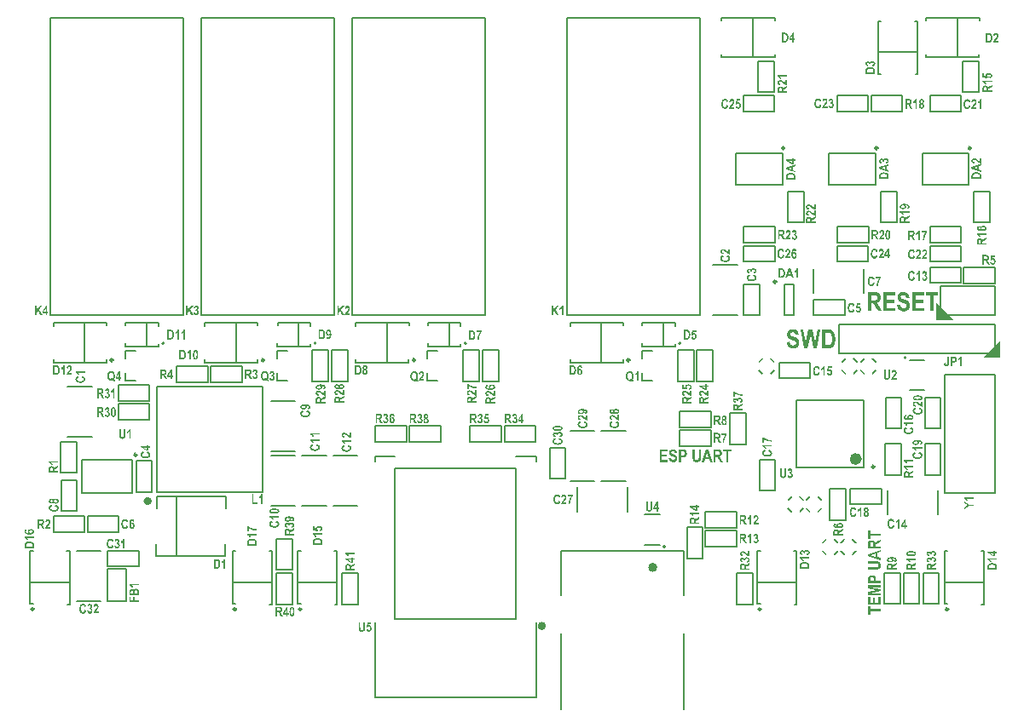
<source format=gto>
G04*
G04 #@! TF.GenerationSoftware,Altium Limited,Altium Designer,22.10.1 (41)*
G04*
G04 Layer_Color=65535*
%FSLAX43Y43*%
%MOMM*%
G71*
G04*
G04 #@! TF.SameCoordinates,7233D645-3E92-44BA-85C6-A03B5A4407AC*
G04*
G04*
G04 #@! TF.FilePolarity,Positive*
G04*
G01*
G75*
%ADD10C,0.500*%
%ADD11C,0.400*%
%ADD12C,0.250*%
%ADD13C,0.600*%
%ADD14C,0.200*%
%ADD15C,0.127*%
%ADD16C,0.150*%
G36*
X43805Y-843D02*
X42091D01*
Y871D01*
X43805Y-843D01*
D02*
G37*
G36*
X48400Y-2886D02*
Y-4600D01*
X46686D01*
X48400Y-2886D01*
D02*
G37*
G36*
X27866Y-1765D02*
X27889Y-1768D01*
X27916Y-1771D01*
X27944Y-1773D01*
X27977Y-1782D01*
X28044Y-1798D01*
X28116Y-1826D01*
X28149Y-1843D01*
X28186Y-1862D01*
X28216Y-1884D01*
X28247Y-1912D01*
X28249Y-1915D01*
X28252Y-1918D01*
X28261Y-1929D01*
X28272Y-1940D01*
X28283Y-1954D01*
X28297Y-1973D01*
X28310Y-1995D01*
X28324Y-2020D01*
X28338Y-2048D01*
X28355Y-2079D01*
X28369Y-2115D01*
X28380Y-2151D01*
X28391Y-2193D01*
X28399Y-2234D01*
X28408Y-2281D01*
X28410Y-2331D01*
X28099Y-2348D01*
Y-2345D01*
Y-2342D01*
X28097Y-2334D01*
X28094Y-2323D01*
X28088Y-2298D01*
X28080Y-2265D01*
X28066Y-2231D01*
X28052Y-2195D01*
X28033Y-2165D01*
X28008Y-2137D01*
X28005Y-2134D01*
X27997Y-2129D01*
X27980Y-2118D01*
X27958Y-2106D01*
X27930Y-2095D01*
X27897Y-2084D01*
X27858Y-2079D01*
X27814Y-2076D01*
X27794D01*
X27769Y-2079D01*
X27741Y-2081D01*
X27711Y-2090D01*
X27680Y-2098D01*
X27647Y-2112D01*
X27619Y-2129D01*
X27616Y-2131D01*
X27608Y-2137D01*
X27597Y-2148D01*
X27586Y-2165D01*
X27575Y-2184D01*
X27564Y-2206D01*
X27555Y-2231D01*
X27553Y-2259D01*
Y-2262D01*
Y-2270D01*
X27555Y-2284D01*
X27561Y-2304D01*
X27566Y-2323D01*
X27578Y-2342D01*
X27594Y-2365D01*
X27614Y-2384D01*
X27616Y-2387D01*
X27628Y-2392D01*
X27644Y-2404D01*
X27672Y-2417D01*
X27691Y-2426D01*
X27711Y-2437D01*
X27733Y-2445D01*
X27761Y-2456D01*
X27789Y-2467D01*
X27822Y-2478D01*
X27858Y-2490D01*
X27897Y-2501D01*
X27900D01*
X27908Y-2503D01*
X27919Y-2506D01*
X27936Y-2512D01*
X27955Y-2520D01*
X27977Y-2526D01*
X28027Y-2545D01*
X28083Y-2567D01*
X28138Y-2590D01*
X28191Y-2617D01*
X28216Y-2631D01*
X28236Y-2645D01*
X28241Y-2648D01*
X28252Y-2659D01*
X28272Y-2673D01*
X28297Y-2695D01*
X28322Y-2723D01*
X28349Y-2756D01*
X28374Y-2795D01*
X28397Y-2837D01*
X28399Y-2842D01*
X28405Y-2859D01*
X28413Y-2884D01*
X28424Y-2917D01*
X28435Y-2959D01*
X28444Y-3009D01*
X28449Y-3064D01*
X28452Y-3125D01*
Y-3128D01*
Y-3136D01*
Y-3148D01*
X28449Y-3167D01*
X28447Y-3186D01*
X28444Y-3211D01*
X28438Y-3239D01*
X28433Y-3267D01*
X28416Y-3334D01*
X28388Y-3403D01*
X28372Y-3436D01*
X28349Y-3470D01*
X28327Y-3503D01*
X28299Y-3536D01*
X28297Y-3539D01*
X28291Y-3545D01*
X28283Y-3550D01*
X28272Y-3561D01*
X28255Y-3575D01*
X28236Y-3589D01*
X28211Y-3603D01*
X28186Y-3617D01*
X28155Y-3633D01*
X28119Y-3647D01*
X28080Y-3661D01*
X28038Y-3675D01*
X27991Y-3686D01*
X27941Y-3692D01*
X27889Y-3697D01*
X27830Y-3700D01*
X27805D01*
X27777Y-3694D01*
X27741Y-3689D01*
X27697Y-3681D01*
X27647Y-3667D01*
X27594Y-3647D01*
X27539Y-3619D01*
X27483Y-3586D01*
X27428Y-3542D01*
X27375Y-3492D01*
X27350Y-3461D01*
X27325Y-3428D01*
X27303Y-3392D01*
X27283Y-3356D01*
X27264Y-3314D01*
X27244Y-3270D01*
X27231Y-3220D01*
X27217Y-3170D01*
X27208Y-3114D01*
X27200Y-3056D01*
X27503Y-3020D01*
Y-3023D01*
X27505Y-3036D01*
X27508Y-3053D01*
X27514Y-3075D01*
X27522Y-3103D01*
X27533Y-3134D01*
X27547Y-3167D01*
X27564Y-3200D01*
X27583Y-3234D01*
X27605Y-3267D01*
X27633Y-3297D01*
X27666Y-3325D01*
X27702Y-3347D01*
X27741Y-3364D01*
X27789Y-3378D01*
X27839Y-3381D01*
X27861D01*
X27886Y-3378D01*
X27919Y-3372D01*
X27952Y-3364D01*
X27988Y-3350D01*
X28025Y-3334D01*
X28058Y-3309D01*
X28061Y-3306D01*
X28072Y-3295D01*
X28086Y-3278D01*
X28099Y-3259D01*
X28116Y-3231D01*
X28127Y-3200D01*
X28138Y-3164D01*
X28141Y-3125D01*
Y-3123D01*
Y-3114D01*
X28138Y-3103D01*
Y-3086D01*
X28127Y-3053D01*
X28122Y-3034D01*
X28111Y-3017D01*
Y-3014D01*
X28105Y-3009D01*
X28088Y-2992D01*
X28077Y-2981D01*
X28063Y-2967D01*
X28044Y-2956D01*
X28025Y-2945D01*
X28022Y-2942D01*
X28013Y-2939D01*
X27994Y-2931D01*
X27969Y-2920D01*
X27952Y-2914D01*
X27933Y-2909D01*
X27911Y-2900D01*
X27883Y-2892D01*
X27855Y-2881D01*
X27822Y-2870D01*
X27786Y-2859D01*
X27747Y-2848D01*
X27744D01*
X27739Y-2845D01*
X27727Y-2842D01*
X27714Y-2837D01*
X27697Y-2831D01*
X27680Y-2825D01*
X27636Y-2809D01*
X27589Y-2789D01*
X27539Y-2767D01*
X27494Y-2742D01*
X27455Y-2717D01*
X27453Y-2714D01*
X27442Y-2703D01*
X27425Y-2689D01*
X27403Y-2667D01*
X27380Y-2642D01*
X27355Y-2612D01*
X27330Y-2576D01*
X27308Y-2534D01*
X27306Y-2528D01*
X27300Y-2515D01*
X27292Y-2490D01*
X27283Y-2459D01*
X27272Y-2423D01*
X27264Y-2381D01*
X27258Y-2334D01*
X27256Y-2287D01*
Y-2284D01*
Y-2281D01*
Y-2273D01*
Y-2262D01*
X27258Y-2231D01*
X27264Y-2195D01*
X27272Y-2154D01*
X27286Y-2106D01*
X27303Y-2059D01*
X27325Y-2012D01*
Y-2009D01*
X27328Y-2007D01*
X27339Y-1993D01*
X27353Y-1970D01*
X27375Y-1943D01*
X27403Y-1912D01*
X27436Y-1882D01*
X27472Y-1851D01*
X27516Y-1826D01*
X27519D01*
X27522Y-1823D01*
X27539Y-1815D01*
X27566Y-1807D01*
X27603Y-1793D01*
X27647Y-1782D01*
X27697Y-1773D01*
X27758Y-1765D01*
X27822Y-1762D01*
X27847D01*
X27866Y-1765D01*
D02*
G37*
G36*
X30209Y-3669D02*
X29879D01*
X29571Y-2267D01*
X29266Y-3669D01*
X28927D01*
X28563Y-1793D01*
X28880D01*
X29110Y-3084D01*
X29390Y-1793D01*
X29760D01*
X30032Y-3106D01*
X30268Y-1793D01*
X30581D01*
X30209Y-3669D01*
D02*
G37*
G36*
X31362Y-1796D02*
X31381D01*
X31428Y-1798D01*
X31481Y-1804D01*
X31534Y-1815D01*
X31586Y-1826D01*
X31631Y-1843D01*
X31636Y-1845D01*
X31650Y-1851D01*
X31670Y-1865D01*
X31697Y-1882D01*
X31728Y-1904D01*
X31764Y-1932D01*
X31797Y-1965D01*
X31834Y-2004D01*
X31839Y-2009D01*
X31850Y-2023D01*
X31867Y-2048D01*
X31886Y-2084D01*
X31911Y-2126D01*
X31936Y-2176D01*
X31958Y-2234D01*
X31981Y-2301D01*
Y-2304D01*
X31983Y-2309D01*
X31986Y-2320D01*
X31989Y-2334D01*
X31992Y-2351D01*
X31997Y-2373D01*
X32003Y-2398D01*
X32008Y-2426D01*
X32011Y-2456D01*
X32017Y-2490D01*
X32022Y-2526D01*
X32025Y-2567D01*
X32031Y-2653D01*
X32033Y-2751D01*
Y-2753D01*
Y-2762D01*
Y-2776D01*
Y-2792D01*
X32031Y-2812D01*
Y-2837D01*
X32028Y-2864D01*
Y-2895D01*
X32020Y-2962D01*
X32011Y-3034D01*
X31997Y-3106D01*
X31978Y-3175D01*
Y-3178D01*
X31975Y-3184D01*
X31972Y-3192D01*
X31967Y-3206D01*
X31956Y-3239D01*
X31939Y-3278D01*
X31920Y-3325D01*
X31895Y-3372D01*
X31867Y-3420D01*
X31836Y-3461D01*
X31834Y-3467D01*
X31822Y-3478D01*
X31803Y-3497D01*
X31781Y-3520D01*
X31750Y-3545D01*
X31717Y-3570D01*
X31678Y-3595D01*
X31634Y-3617D01*
X31628Y-3619D01*
X31611Y-3625D01*
X31586Y-3633D01*
X31550Y-3642D01*
X31506Y-3653D01*
X31453Y-3661D01*
X31392Y-3667D01*
X31325Y-3669D01*
X30742D01*
Y-1793D01*
X31345D01*
X31362Y-1796D01*
D02*
G37*
G36*
X38848Y1933D02*
X38871Y1930D01*
X38898Y1927D01*
X38926Y1924D01*
X38959Y1916D01*
X39026Y1899D01*
X39098Y1872D01*
X39131Y1855D01*
X39168Y1836D01*
X39198Y1813D01*
X39229Y1786D01*
X39231Y1783D01*
X39234Y1780D01*
X39243Y1769D01*
X39254Y1758D01*
X39265Y1744D01*
X39279Y1725D01*
X39293Y1702D01*
X39306Y1677D01*
X39320Y1650D01*
X39337Y1619D01*
X39351Y1583D01*
X39362Y1547D01*
X39373Y1505D01*
X39381Y1464D01*
X39390Y1416D01*
X39392Y1366D01*
X39082Y1350D01*
Y1353D01*
Y1355D01*
X39079Y1364D01*
X39076Y1375D01*
X39070Y1400D01*
X39062Y1433D01*
X39048Y1466D01*
X39034Y1502D01*
X39015Y1533D01*
X38990Y1561D01*
X38987Y1564D01*
X38979Y1569D01*
X38962Y1580D01*
X38940Y1591D01*
X38912Y1602D01*
X38879Y1613D01*
X38840Y1619D01*
X38796Y1622D01*
X38776D01*
X38751Y1619D01*
X38723Y1616D01*
X38693Y1608D01*
X38662Y1600D01*
X38629Y1586D01*
X38601Y1569D01*
X38598Y1566D01*
X38590Y1561D01*
X38579Y1550D01*
X38568Y1533D01*
X38557Y1514D01*
X38546Y1491D01*
X38537Y1466D01*
X38535Y1439D01*
Y1436D01*
Y1428D01*
X38537Y1414D01*
X38543Y1394D01*
X38548Y1375D01*
X38560Y1355D01*
X38576Y1333D01*
X38596Y1314D01*
X38598Y1311D01*
X38610Y1305D01*
X38626Y1294D01*
X38654Y1280D01*
X38673Y1272D01*
X38693Y1261D01*
X38715Y1253D01*
X38743Y1241D01*
X38771Y1230D01*
X38804Y1219D01*
X38840Y1208D01*
X38879Y1197D01*
X38882D01*
X38890Y1194D01*
X38901Y1192D01*
X38918Y1186D01*
X38937Y1178D01*
X38959Y1172D01*
X39009Y1153D01*
X39065Y1130D01*
X39120Y1108D01*
X39173Y1080D01*
X39198Y1067D01*
X39218Y1053D01*
X39223Y1050D01*
X39234Y1039D01*
X39254Y1025D01*
X39279Y1003D01*
X39304Y975D01*
X39331Y942D01*
X39356Y903D01*
X39379Y861D01*
X39381Y856D01*
X39387Y839D01*
X39395Y814D01*
X39406Y781D01*
X39417Y739D01*
X39426Y689D01*
X39431Y633D01*
X39434Y572D01*
Y570D01*
Y561D01*
Y550D01*
X39431Y531D01*
X39429Y511D01*
X39426Y486D01*
X39420Y459D01*
X39415Y431D01*
X39398Y364D01*
X39370Y295D01*
X39354Y261D01*
X39331Y228D01*
X39309Y195D01*
X39281Y162D01*
X39279Y159D01*
X39273Y153D01*
X39265Y148D01*
X39254Y137D01*
X39237Y123D01*
X39218Y109D01*
X39193Y95D01*
X39168Y81D01*
X39137Y64D01*
X39101Y50D01*
X39062Y37D01*
X39020Y23D01*
X38973Y12D01*
X38923Y6D01*
X38871Y1D01*
X38812Y-2D01*
X38787D01*
X38759Y3D01*
X38723Y9D01*
X38679Y17D01*
X38629Y31D01*
X38576Y50D01*
X38521Y78D01*
X38465Y112D01*
X38410Y156D01*
X38357Y206D01*
X38332Y236D01*
X38307Y270D01*
X38285Y306D01*
X38265Y342D01*
X38246Y384D01*
X38226Y428D01*
X38213Y478D01*
X38199Y528D01*
X38190Y584D01*
X38182Y642D01*
X38485Y678D01*
Y675D01*
X38487Y661D01*
X38490Y645D01*
X38496Y622D01*
X38504Y595D01*
X38515Y564D01*
X38529Y531D01*
X38546Y497D01*
X38565Y464D01*
X38587Y431D01*
X38615Y400D01*
X38648Y373D01*
X38685Y350D01*
X38723Y334D01*
X38771Y320D01*
X38821Y317D01*
X38843D01*
X38868Y320D01*
X38901Y325D01*
X38934Y334D01*
X38970Y348D01*
X39007Y364D01*
X39040Y389D01*
X39043Y392D01*
X39054Y403D01*
X39068Y420D01*
X39082Y439D01*
X39098Y467D01*
X39109Y497D01*
X39120Y534D01*
X39123Y572D01*
Y575D01*
Y584D01*
X39120Y595D01*
Y611D01*
X39109Y645D01*
X39104Y664D01*
X39093Y681D01*
Y683D01*
X39087Y689D01*
X39070Y706D01*
X39059Y717D01*
X39045Y731D01*
X39026Y742D01*
X39007Y753D01*
X39004Y756D01*
X38995Y758D01*
X38976Y767D01*
X38951Y778D01*
X38934Y783D01*
X38915Y789D01*
X38893Y797D01*
X38865Y806D01*
X38837Y817D01*
X38804Y828D01*
X38768Y839D01*
X38729Y850D01*
X38726D01*
X38721Y853D01*
X38709Y856D01*
X38696Y861D01*
X38679Y867D01*
X38662Y872D01*
X38618Y889D01*
X38571Y908D01*
X38521Y931D01*
X38476Y956D01*
X38437Y981D01*
X38435Y983D01*
X38424Y994D01*
X38407Y1008D01*
X38385Y1031D01*
X38362Y1055D01*
X38337Y1086D01*
X38312Y1122D01*
X38290Y1164D01*
X38288Y1169D01*
X38282Y1183D01*
X38274Y1208D01*
X38265Y1239D01*
X38254Y1275D01*
X38246Y1316D01*
X38240Y1364D01*
X38238Y1411D01*
Y1414D01*
Y1416D01*
Y1425D01*
Y1436D01*
X38240Y1466D01*
X38246Y1502D01*
X38254Y1544D01*
X38268Y1591D01*
X38285Y1638D01*
X38307Y1686D01*
Y1688D01*
X38310Y1691D01*
X38321Y1705D01*
X38335Y1727D01*
X38357Y1755D01*
X38385Y1786D01*
X38418Y1816D01*
X38454Y1847D01*
X38499Y1872D01*
X38501D01*
X38504Y1874D01*
X38521Y1883D01*
X38548Y1891D01*
X38585Y1905D01*
X38629Y1916D01*
X38679Y1924D01*
X38740Y1933D01*
X38804Y1936D01*
X38829D01*
X38848Y1933D01*
D02*
G37*
G36*
X42246Y1589D02*
X41791D01*
Y28D01*
X41480D01*
Y1589D01*
X41022D01*
Y1905D01*
X42246D01*
Y1589D01*
D02*
G37*
G36*
X40842D02*
X40009D01*
Y1172D01*
X40783D01*
Y856D01*
X40009D01*
Y345D01*
X40869D01*
Y28D01*
X39698D01*
Y1905D01*
X40842D01*
Y1589D01*
D02*
G37*
G36*
X37971D02*
X37138D01*
Y1172D01*
X37913D01*
Y856D01*
X37138D01*
Y345D01*
X37999D01*
Y28D01*
X36827D01*
Y1905D01*
X37971D01*
Y1589D01*
D02*
G37*
G36*
X35992Y1902D02*
X36017D01*
X36069Y1899D01*
X36128Y1891D01*
X36186Y1883D01*
X36241Y1869D01*
X36266Y1861D01*
X36289Y1852D01*
X36294Y1849D01*
X36308Y1844D01*
X36327Y1830D01*
X36352Y1811D01*
X36380Y1788D01*
X36408Y1758D01*
X36439Y1722D01*
X36466Y1677D01*
X36469Y1672D01*
X36477Y1655D01*
X36489Y1627D01*
X36502Y1594D01*
X36514Y1550D01*
X36525Y1497D01*
X36533Y1441D01*
X36536Y1378D01*
Y1375D01*
Y1369D01*
Y1355D01*
X36533Y1341D01*
Y1322D01*
X36530Y1300D01*
X36522Y1250D01*
X36511Y1194D01*
X36491Y1136D01*
X36464Y1078D01*
X36427Y1022D01*
Y1019D01*
X36422Y1017D01*
X36408Y1000D01*
X36383Y978D01*
X36350Y953D01*
X36308Y922D01*
X36255Y894D01*
X36197Y872D01*
X36128Y856D01*
X36133Y853D01*
X36144Y842D01*
X36164Y828D01*
X36186Y808D01*
X36211Y786D01*
X36239Y758D01*
X36266Y728D01*
X36291Y697D01*
X36294Y695D01*
X36303Y681D01*
X36319Y658D01*
X36339Y628D01*
X36364Y586D01*
X36377Y561D01*
X36394Y534D01*
X36411Y503D01*
X36430Y470D01*
X36450Y431D01*
X36469Y392D01*
X36658Y28D01*
X36283D01*
X36061Y436D01*
Y439D01*
X36055Y447D01*
X36050Y459D01*
X36042Y472D01*
X36030Y489D01*
X36019Y509D01*
X35994Y553D01*
X35967Y600D01*
X35939Y647D01*
X35928Y667D01*
X35914Y683D01*
X35903Y700D01*
X35894Y711D01*
X35892Y714D01*
X35886Y720D01*
X35878Y731D01*
X35867Y742D01*
X35839Y767D01*
X35822Y781D01*
X35803Y789D01*
X35800D01*
X35794Y792D01*
X35783Y797D01*
X35767Y800D01*
X35744Y806D01*
X35717Y808D01*
X35686Y811D01*
X35586D01*
Y28D01*
X35275D01*
Y1905D01*
X35972D01*
X35992Y1902D01*
D02*
G37*
G36*
X35494Y-22122D02*
X36534D01*
Y-22329D01*
X35494D01*
Y-22635D01*
X35283D01*
Y-21818D01*
X35494D01*
Y-22122D01*
D02*
G37*
G36*
X36534Y-22923D02*
X36262Y-23072D01*
X36260D01*
X36255Y-23075D01*
X36247Y-23079D01*
X36238Y-23084D01*
X36227Y-23092D01*
X36214Y-23099D01*
X36184Y-23116D01*
X36153Y-23134D01*
X36121Y-23153D01*
X36108Y-23160D01*
X36097Y-23170D01*
X36086Y-23177D01*
X36079Y-23183D01*
X36077Y-23184D01*
X36073Y-23188D01*
X36066Y-23194D01*
X36058Y-23201D01*
X36042Y-23220D01*
X36032Y-23231D01*
X36027Y-23244D01*
Y-23246D01*
X36025Y-23249D01*
X36021Y-23257D01*
X36020Y-23268D01*
X36016Y-23283D01*
X36014Y-23301D01*
X36012Y-23321D01*
Y-23388D01*
X36534D01*
Y-23596D01*
X35283D01*
Y-23131D01*
X35284Y-23118D01*
Y-23101D01*
X35286Y-23066D01*
X35292Y-23027D01*
X35297Y-22988D01*
X35307Y-22951D01*
X35312Y-22934D01*
X35318Y-22920D01*
X35320Y-22916D01*
X35323Y-22907D01*
X35333Y-22894D01*
X35346Y-22877D01*
X35360Y-22859D01*
X35381Y-22840D01*
X35405Y-22820D01*
X35434Y-22801D01*
X35438Y-22799D01*
X35449Y-22794D01*
X35468Y-22786D01*
X35490Y-22777D01*
X35520Y-22770D01*
X35555Y-22762D01*
X35592Y-22757D01*
X35634Y-22755D01*
X35636D01*
X35640D01*
X35649D01*
X35658Y-22757D01*
X35671D01*
X35686Y-22759D01*
X35720Y-22764D01*
X35757Y-22772D01*
X35795Y-22785D01*
X35834Y-22803D01*
X35871Y-22827D01*
X35873D01*
X35875Y-22831D01*
X35886Y-22840D01*
X35901Y-22857D01*
X35918Y-22879D01*
X35938Y-22907D01*
X35957Y-22942D01*
X35971Y-22981D01*
X35982Y-23027D01*
X35984Y-23023D01*
X35992Y-23016D01*
X36001Y-23003D01*
X36014Y-22988D01*
X36029Y-22972D01*
X36047Y-22953D01*
X36068Y-22934D01*
X36088Y-22918D01*
X36090Y-22916D01*
X36099Y-22910D01*
X36114Y-22899D01*
X36134Y-22886D01*
X36162Y-22870D01*
X36179Y-22860D01*
X36197Y-22849D01*
X36218Y-22838D01*
X36240Y-22825D01*
X36266Y-22812D01*
X36292Y-22799D01*
X36534Y-22673D01*
Y-22923D01*
D02*
G37*
G36*
Y-23929D02*
X36251Y-24018D01*
Y-24432D01*
X36534Y-24516D01*
Y-24736D01*
X35283Y-24338D01*
Y-24118D01*
X36534Y-23705D01*
Y-23929D01*
D02*
G37*
G36*
X36025Y-24851D02*
X36051D01*
X36081Y-24853D01*
X36140Y-24857D01*
X36199Y-24860D01*
X36229Y-24864D01*
X36257Y-24868D01*
X36282Y-24871D01*
X36305Y-24877D01*
X36307D01*
X36310Y-24879D01*
X36316Y-24881D01*
X36323Y-24882D01*
X36344Y-24890D01*
X36369Y-24903D01*
X36397Y-24919D01*
X36429Y-24940D01*
X36458Y-24966D01*
X36486Y-24999D01*
Y-25001D01*
X36490Y-25003D01*
X36492Y-25008D01*
X36497Y-25016D01*
X36503Y-25025D01*
X36508Y-25036D01*
X36514Y-25051D01*
X36519Y-25066D01*
X36532Y-25101D01*
X36544Y-25144D01*
X36551Y-25192D01*
X36555Y-25247D01*
Y-25262D01*
X36553Y-25273D01*
Y-25288D01*
X36551Y-25303D01*
X36547Y-25340D01*
X36540Y-25379D01*
X36531Y-25421D01*
X36516Y-25462D01*
X36497Y-25499D01*
Y-25501D01*
X36495Y-25503D01*
X36486Y-25514D01*
X36473Y-25531D01*
X36455Y-25549D01*
X36432Y-25571D01*
X36405Y-25593D01*
X36373Y-25614D01*
X36336Y-25631D01*
X36334D01*
X36331Y-25632D01*
X36325Y-25634D01*
X36316Y-25636D01*
X36303Y-25640D01*
X36288Y-25643D01*
X36270Y-25647D01*
X36249Y-25649D01*
X36223Y-25653D01*
X36195Y-25656D01*
X36164Y-25660D01*
X36129Y-25664D01*
X36090Y-25666D01*
X36047Y-25668D01*
X36001Y-25669D01*
X35951D01*
X35283D01*
Y-25462D01*
X35960D01*
X35962D01*
X35968D01*
X35975D01*
X35986D01*
X35997D01*
X36012D01*
X36045Y-25460D01*
X36079D01*
X36114Y-25458D01*
X36144Y-25456D01*
X36155D01*
X36166Y-25455D01*
X36170D01*
X36179Y-25451D01*
X36194Y-25447D01*
X36212Y-25442D01*
X36234Y-25432D01*
X36255Y-25421D01*
X36275Y-25408D01*
X36294Y-25390D01*
X36295Y-25388D01*
X36301Y-25381D01*
X36308Y-25369D01*
X36316Y-25353D01*
X36323Y-25334D01*
X36331Y-25310D01*
X36336Y-25282D01*
X36338Y-25253D01*
Y-25240D01*
X36336Y-25227D01*
X36334Y-25210D01*
X36331Y-25192D01*
X36325Y-25173D01*
X36318Y-25155D01*
X36307Y-25136D01*
X36305Y-25134D01*
X36301Y-25129D01*
X36294Y-25121D01*
X36284Y-25112D01*
X36271Y-25101D01*
X36257Y-25092D01*
X36240Y-25082D01*
X36220Y-25075D01*
X36216D01*
X36208Y-25071D01*
X36201D01*
X36192Y-25069D01*
X36181Y-25068D01*
X36168Y-25066D01*
X36153Y-25064D01*
X36134Y-25062D01*
X36114Y-25060D01*
X36092D01*
X36068Y-25058D01*
X36040Y-25056D01*
X36008D01*
X35975D01*
X35283D01*
Y-24849D01*
X35940D01*
X35944D01*
X35951D01*
X35964D01*
X35981D01*
X36001D01*
X36025Y-24851D01*
D02*
G37*
G36*
X35703Y-26238D02*
X35718D01*
X35749Y-26242D01*
X35784Y-26249D01*
X35823Y-26258D01*
X35860Y-26271D01*
X35897Y-26288D01*
X35899D01*
X35901Y-26290D01*
X35912Y-26297D01*
X35929Y-26308D01*
X35947Y-26323D01*
X35968Y-26342D01*
X35990Y-26364D01*
X36008Y-26390D01*
X36025Y-26417D01*
X36027Y-26421D01*
X36029Y-26425D01*
X36031Y-26432D01*
X36034Y-26442D01*
X36036Y-26451D01*
X36040Y-26464D01*
X36044Y-26479D01*
X36047Y-26495D01*
X36051Y-26516D01*
X36053Y-26536D01*
X36057Y-26560D01*
X36058Y-26586D01*
X36060Y-26616D01*
X36062Y-26647D01*
Y-26816D01*
X36534D01*
Y-27023D01*
X35283D01*
Y-26629D01*
X35284Y-26592D01*
X35286Y-26549D01*
X35290Y-26510D01*
X35292Y-26492D01*
X35296Y-26475D01*
X35297Y-26460D01*
X35301Y-26447D01*
Y-26445D01*
X35303Y-26443D01*
X35307Y-26432D01*
X35316Y-26416D01*
X35327Y-26393D01*
X35344Y-26371D01*
X35366Y-26345D01*
X35392Y-26321D01*
X35425Y-26297D01*
X35427D01*
X35429Y-26295D01*
X35434Y-26292D01*
X35442Y-26288D01*
X35451Y-26282D01*
X35462Y-26279D01*
X35475Y-26273D01*
X35492Y-26266D01*
X35527Y-26255D01*
X35568Y-26245D01*
X35616Y-26238D01*
X35670Y-26236D01*
X35671D01*
X35675D01*
X35683D01*
X35692D01*
X35703Y-26238D01*
D02*
G37*
G36*
X36534Y-27419D02*
X35547D01*
X36534Y-27627D01*
Y-27825D01*
X35547Y-28028D01*
X36534D01*
Y-28221D01*
X35283D01*
Y-27912D01*
X36140Y-27725D01*
X35283Y-27540D01*
Y-27227D01*
X36534D01*
Y-27419D01*
D02*
G37*
G36*
Y-29175D02*
X35283D01*
Y-28412D01*
X35494D01*
Y-28967D01*
X35771D01*
Y-28451D01*
X35982D01*
Y-28967D01*
X36323D01*
Y-28393D01*
X36534D01*
Y-29175D01*
D02*
G37*
G36*
X35494Y-29612D02*
X36534D01*
Y-29819D01*
X35494D01*
Y-30124D01*
X35283D01*
Y-29308D01*
X35494D01*
Y-29612D01*
D02*
G37*
G36*
X15948Y-13709D02*
X15963Y-13711D01*
X15981Y-13713D01*
X16000Y-13715D01*
X16022Y-13720D01*
X16067Y-13732D01*
X16115Y-13750D01*
X16137Y-13761D01*
X16161Y-13774D01*
X16181Y-13789D01*
X16202Y-13808D01*
X16204Y-13809D01*
X16205Y-13811D01*
X16211Y-13819D01*
X16218Y-13826D01*
X16226Y-13835D01*
X16235Y-13848D01*
X16244Y-13863D01*
X16254Y-13880D01*
X16263Y-13898D01*
X16274Y-13919D01*
X16283Y-13943D01*
X16291Y-13967D01*
X16298Y-13995D01*
X16304Y-14022D01*
X16309Y-14054D01*
X16311Y-14087D01*
X16104Y-14098D01*
Y-14096D01*
Y-14095D01*
X16102Y-14089D01*
X16100Y-14082D01*
X16096Y-14065D01*
X16091Y-14043D01*
X16081Y-14020D01*
X16072Y-13996D01*
X16059Y-13976D01*
X16042Y-13958D01*
X16041Y-13956D01*
X16035Y-13952D01*
X16024Y-13945D01*
X16009Y-13937D01*
X15991Y-13930D01*
X15968Y-13922D01*
X15942Y-13919D01*
X15913Y-13917D01*
X15900D01*
X15883Y-13919D01*
X15865Y-13920D01*
X15844Y-13926D01*
X15824Y-13932D01*
X15802Y-13941D01*
X15783Y-13952D01*
X15781Y-13954D01*
X15776Y-13958D01*
X15768Y-13965D01*
X15761Y-13976D01*
X15754Y-13989D01*
X15746Y-14004D01*
X15741Y-14020D01*
X15739Y-14039D01*
Y-14041D01*
Y-14046D01*
X15741Y-14056D01*
X15744Y-14069D01*
X15748Y-14082D01*
X15755Y-14095D01*
X15767Y-14109D01*
X15780Y-14122D01*
X15781Y-14124D01*
X15789Y-14128D01*
X15800Y-14135D01*
X15818Y-14145D01*
X15831Y-14150D01*
X15844Y-14158D01*
X15859Y-14163D01*
X15878Y-14170D01*
X15896Y-14178D01*
X15918Y-14185D01*
X15942Y-14193D01*
X15968Y-14200D01*
X15970D01*
X15976Y-14202D01*
X15983Y-14204D01*
X15994Y-14207D01*
X16007Y-14213D01*
X16022Y-14217D01*
X16055Y-14230D01*
X16092Y-14245D01*
X16129Y-14259D01*
X16165Y-14278D01*
X16181Y-14287D01*
X16194Y-14296D01*
X16198Y-14298D01*
X16205Y-14306D01*
X16218Y-14315D01*
X16235Y-14330D01*
X16252Y-14348D01*
X16270Y-14370D01*
X16287Y-14396D01*
X16302Y-14424D01*
X16304Y-14428D01*
X16307Y-14439D01*
X16313Y-14456D01*
X16320Y-14478D01*
X16328Y-14506D01*
X16333Y-14539D01*
X16337Y-14576D01*
X16339Y-14617D01*
Y-14619D01*
Y-14624D01*
Y-14632D01*
X16337Y-14644D01*
X16335Y-14657D01*
X16333Y-14674D01*
X16329Y-14693D01*
X16326Y-14711D01*
X16315Y-14756D01*
X16296Y-14802D01*
X16285Y-14824D01*
X16270Y-14846D01*
X16255Y-14869D01*
X16237Y-14891D01*
X16235Y-14893D01*
X16231Y-14896D01*
X16226Y-14900D01*
X16218Y-14907D01*
X16207Y-14917D01*
X16194Y-14926D01*
X16178Y-14935D01*
X16161Y-14944D01*
X16141Y-14956D01*
X16117Y-14965D01*
X16091Y-14974D01*
X16063Y-14983D01*
X16031Y-14991D01*
X15998Y-14994D01*
X15963Y-14998D01*
X15924Y-15000D01*
X15907D01*
X15889Y-14996D01*
X15865Y-14993D01*
X15835Y-14987D01*
X15802Y-14978D01*
X15767Y-14965D01*
X15730Y-14946D01*
X15692Y-14924D01*
X15655Y-14894D01*
X15620Y-14861D01*
X15604Y-14841D01*
X15587Y-14819D01*
X15572Y-14794D01*
X15559Y-14770D01*
X15546Y-14743D01*
X15533Y-14713D01*
X15524Y-14680D01*
X15515Y-14646D01*
X15509Y-14609D01*
X15504Y-14570D01*
X15705Y-14546D01*
Y-14548D01*
X15707Y-14557D01*
X15709Y-14569D01*
X15713Y-14583D01*
X15718Y-14602D01*
X15726Y-14622D01*
X15735Y-14644D01*
X15746Y-14667D01*
X15759Y-14689D01*
X15774Y-14711D01*
X15792Y-14732D01*
X15815Y-14750D01*
X15839Y-14765D01*
X15865Y-14776D01*
X15896Y-14785D01*
X15929Y-14787D01*
X15944D01*
X15961Y-14785D01*
X15983Y-14781D01*
X16005Y-14776D01*
X16029Y-14767D01*
X16054Y-14756D01*
X16076Y-14739D01*
X16078Y-14737D01*
X16085Y-14730D01*
X16094Y-14719D01*
X16104Y-14706D01*
X16115Y-14687D01*
X16122Y-14667D01*
X16129Y-14643D01*
X16131Y-14617D01*
Y-14615D01*
Y-14609D01*
X16129Y-14602D01*
Y-14591D01*
X16122Y-14569D01*
X16118Y-14556D01*
X16111Y-14544D01*
Y-14543D01*
X16107Y-14539D01*
X16096Y-14528D01*
X16089Y-14520D01*
X16079Y-14511D01*
X16067Y-14504D01*
X16054Y-14496D01*
X16052Y-14495D01*
X16046Y-14493D01*
X16033Y-14487D01*
X16017Y-14480D01*
X16005Y-14476D01*
X15992Y-14472D01*
X15978Y-14467D01*
X15959Y-14461D01*
X15941Y-14454D01*
X15918Y-14446D01*
X15894Y-14439D01*
X15868Y-14432D01*
X15867D01*
X15863Y-14430D01*
X15855Y-14428D01*
X15846Y-14424D01*
X15835Y-14420D01*
X15824Y-14417D01*
X15794Y-14406D01*
X15763Y-14393D01*
X15730Y-14378D01*
X15700Y-14361D01*
X15674Y-14345D01*
X15672Y-14343D01*
X15665Y-14335D01*
X15654Y-14326D01*
X15639Y-14311D01*
X15624Y-14295D01*
X15607Y-14274D01*
X15591Y-14250D01*
X15576Y-14222D01*
X15574Y-14219D01*
X15570Y-14209D01*
X15565Y-14193D01*
X15559Y-14172D01*
X15552Y-14148D01*
X15546Y-14120D01*
X15542Y-14089D01*
X15541Y-14058D01*
Y-14056D01*
Y-14054D01*
Y-14048D01*
Y-14041D01*
X15542Y-14020D01*
X15546Y-13996D01*
X15552Y-13969D01*
X15561Y-13937D01*
X15572Y-13906D01*
X15587Y-13874D01*
Y-13872D01*
X15589Y-13870D01*
X15596Y-13861D01*
X15605Y-13846D01*
X15620Y-13828D01*
X15639Y-13808D01*
X15661Y-13787D01*
X15685Y-13767D01*
X15715Y-13750D01*
X15717D01*
X15718Y-13748D01*
X15730Y-13743D01*
X15748Y-13737D01*
X15772Y-13728D01*
X15802Y-13720D01*
X15835Y-13715D01*
X15876Y-13709D01*
X15918Y-13708D01*
X15935D01*
X15948Y-13709D01*
D02*
G37*
G36*
X18687Y-14385D02*
Y-14389D01*
Y-14396D01*
Y-14409D01*
Y-14426D01*
Y-14446D01*
X18685Y-14470D01*
Y-14496D01*
X18683Y-14526D01*
X18679Y-14585D01*
X18676Y-14644D01*
X18672Y-14674D01*
X18668Y-14702D01*
X18664Y-14728D01*
X18659Y-14750D01*
Y-14752D01*
X18657Y-14756D01*
X18655Y-14761D01*
X18653Y-14769D01*
X18646Y-14789D01*
X18633Y-14815D01*
X18616Y-14843D01*
X18596Y-14874D01*
X18570Y-14904D01*
X18537Y-14931D01*
X18535D01*
X18533Y-14935D01*
X18527Y-14937D01*
X18520Y-14943D01*
X18511Y-14948D01*
X18500Y-14954D01*
X18485Y-14959D01*
X18470Y-14965D01*
X18435Y-14978D01*
X18392Y-14989D01*
X18344Y-14996D01*
X18289Y-15000D01*
X18274D01*
X18263Y-14998D01*
X18248D01*
X18233Y-14996D01*
X18196Y-14993D01*
X18157Y-14985D01*
X18114Y-14976D01*
X18074Y-14961D01*
X18037Y-14943D01*
X18035D01*
X18033Y-14941D01*
X18022Y-14931D01*
X18005Y-14919D01*
X17987Y-14900D01*
X17964Y-14878D01*
X17942Y-14850D01*
X17922Y-14819D01*
X17905Y-14781D01*
Y-14780D01*
X17903Y-14776D01*
X17902Y-14770D01*
X17900Y-14761D01*
X17896Y-14748D01*
X17892Y-14733D01*
X17889Y-14715D01*
X17887Y-14694D01*
X17883Y-14669D01*
X17879Y-14641D01*
X17876Y-14609D01*
X17872Y-14574D01*
X17870Y-14535D01*
X17868Y-14493D01*
X17866Y-14446D01*
Y-14396D01*
Y-13728D01*
X18074D01*
Y-14406D01*
Y-14407D01*
Y-14413D01*
Y-14420D01*
Y-14432D01*
Y-14443D01*
Y-14457D01*
X18076Y-14491D01*
Y-14524D01*
X18077Y-14559D01*
X18079Y-14589D01*
Y-14600D01*
X18081Y-14611D01*
Y-14615D01*
X18085Y-14624D01*
X18089Y-14639D01*
X18094Y-14657D01*
X18103Y-14680D01*
X18114Y-14700D01*
X18127Y-14720D01*
X18146Y-14739D01*
X18148Y-14741D01*
X18155Y-14746D01*
X18166Y-14754D01*
X18183Y-14761D01*
X18201Y-14769D01*
X18226Y-14776D01*
X18253Y-14781D01*
X18283Y-14783D01*
X18296D01*
X18309Y-14781D01*
X18326Y-14780D01*
X18344Y-14776D01*
X18363Y-14770D01*
X18381Y-14763D01*
X18400Y-14752D01*
X18401Y-14750D01*
X18407Y-14746D01*
X18414Y-14739D01*
X18424Y-14730D01*
X18435Y-14717D01*
X18444Y-14702D01*
X18453Y-14685D01*
X18461Y-14665D01*
Y-14661D01*
X18464Y-14654D01*
Y-14646D01*
X18466Y-14637D01*
X18468Y-14626D01*
X18470Y-14613D01*
X18472Y-14598D01*
X18474Y-14580D01*
X18476Y-14559D01*
Y-14537D01*
X18477Y-14513D01*
X18479Y-14485D01*
Y-14454D01*
Y-14420D01*
Y-13728D01*
X18687D01*
Y-14385D01*
D02*
G37*
G36*
X21718Y-13939D02*
X21414D01*
Y-14980D01*
X21207D01*
Y-13939D01*
X20901D01*
Y-13728D01*
X21718D01*
Y-13939D01*
D02*
G37*
G36*
X20418Y-13730D02*
X20435D01*
X20470Y-13732D01*
X20509Y-13737D01*
X20548Y-13743D01*
X20585Y-13752D01*
X20601Y-13758D01*
X20616Y-13763D01*
X20620Y-13765D01*
X20629Y-13769D01*
X20642Y-13778D01*
X20659Y-13791D01*
X20677Y-13806D01*
X20696Y-13826D01*
X20716Y-13850D01*
X20735Y-13880D01*
X20736Y-13883D01*
X20742Y-13895D01*
X20749Y-13913D01*
X20759Y-13935D01*
X20766Y-13965D01*
X20773Y-14000D01*
X20779Y-14037D01*
X20781Y-14080D01*
Y-14082D01*
Y-14085D01*
Y-14095D01*
X20779Y-14104D01*
Y-14117D01*
X20777Y-14132D01*
X20772Y-14165D01*
X20764Y-14202D01*
X20751Y-14241D01*
X20733Y-14280D01*
X20709Y-14317D01*
Y-14319D01*
X20705Y-14320D01*
X20696Y-14332D01*
X20679Y-14346D01*
X20657Y-14363D01*
X20629Y-14383D01*
X20594Y-14402D01*
X20555Y-14417D01*
X20509Y-14428D01*
X20512Y-14430D01*
X20520Y-14437D01*
X20533Y-14446D01*
X20548Y-14459D01*
X20564Y-14474D01*
X20583Y-14493D01*
X20601Y-14513D01*
X20618Y-14533D01*
X20620Y-14535D01*
X20625Y-14544D01*
X20636Y-14559D01*
X20649Y-14580D01*
X20666Y-14607D01*
X20675Y-14624D01*
X20686Y-14643D01*
X20698Y-14663D01*
X20710Y-14685D01*
X20723Y-14711D01*
X20736Y-14737D01*
X20862Y-14980D01*
X20612D01*
X20464Y-14707D01*
Y-14706D01*
X20461Y-14700D01*
X20457Y-14693D01*
X20451Y-14683D01*
X20444Y-14672D01*
X20436Y-14659D01*
X20420Y-14630D01*
X20401Y-14598D01*
X20383Y-14567D01*
X20375Y-14554D01*
X20366Y-14543D01*
X20359Y-14532D01*
X20353Y-14524D01*
X20351Y-14522D01*
X20348Y-14519D01*
X20342Y-14511D01*
X20335Y-14504D01*
X20316Y-14487D01*
X20305Y-14478D01*
X20292Y-14472D01*
X20290D01*
X20286Y-14470D01*
X20279Y-14467D01*
X20268Y-14465D01*
X20253Y-14461D01*
X20235Y-14459D01*
X20214Y-14457D01*
X20148D01*
Y-14980D01*
X19940D01*
Y-13728D01*
X20405D01*
X20418Y-13730D01*
D02*
G37*
G36*
X19831Y-14980D02*
X19607D01*
X19518Y-14696D01*
X19103D01*
X19020Y-14980D01*
X18800D01*
X19198Y-13728D01*
X19418D01*
X19831Y-14980D01*
D02*
G37*
G36*
X16944Y-13730D02*
X16987Y-13732D01*
X17026Y-13735D01*
X17044Y-13737D01*
X17061Y-13741D01*
X17076Y-13743D01*
X17089Y-13746D01*
X17090D01*
X17092Y-13748D01*
X17103Y-13752D01*
X17120Y-13761D01*
X17142Y-13772D01*
X17165Y-13789D01*
X17190Y-13811D01*
X17215Y-13837D01*
X17239Y-13870D01*
Y-13872D01*
X17240Y-13874D01*
X17244Y-13880D01*
X17248Y-13887D01*
X17253Y-13896D01*
X17257Y-13908D01*
X17263Y-13920D01*
X17270Y-13937D01*
X17281Y-13972D01*
X17290Y-14013D01*
X17298Y-14061D01*
X17300Y-14115D01*
Y-14117D01*
Y-14120D01*
Y-14128D01*
Y-14137D01*
X17298Y-14148D01*
Y-14163D01*
X17294Y-14195D01*
X17287Y-14230D01*
X17278Y-14269D01*
X17265Y-14306D01*
X17248Y-14343D01*
Y-14345D01*
X17246Y-14346D01*
X17239Y-14357D01*
X17228Y-14374D01*
X17213Y-14393D01*
X17194Y-14413D01*
X17172Y-14435D01*
X17146Y-14454D01*
X17118Y-14470D01*
X17115Y-14472D01*
X17111Y-14474D01*
X17103Y-14476D01*
X17094Y-14480D01*
X17085Y-14482D01*
X17072Y-14485D01*
X17057Y-14489D01*
X17040Y-14493D01*
X17020Y-14496D01*
X17000Y-14498D01*
X16976Y-14502D01*
X16950Y-14504D01*
X16920Y-14506D01*
X16889Y-14507D01*
X16720D01*
Y-14980D01*
X16513D01*
Y-13728D01*
X16907D01*
X16944Y-13730D01*
D02*
G37*
G36*
X15363Y-13939D02*
X14807D01*
Y-14217D01*
X15324D01*
Y-14428D01*
X14807D01*
Y-14769D01*
X15381D01*
Y-14980D01*
X14600D01*
Y-13728D01*
X15363D01*
Y-13939D01*
D02*
G37*
G36*
X13863Y-19438D02*
Y-19441D01*
Y-19447D01*
Y-19457D01*
Y-19469D01*
Y-19485D01*
X13862Y-19503D01*
Y-19523D01*
X13860Y-19545D01*
X13857Y-19591D01*
X13855Y-19636D01*
X13852Y-19658D01*
X13849Y-19679D01*
X13846Y-19699D01*
X13842Y-19716D01*
Y-19717D01*
X13840Y-19720D01*
X13839Y-19724D01*
X13838Y-19730D01*
X13832Y-19746D01*
X13822Y-19765D01*
X13809Y-19787D01*
X13794Y-19810D01*
X13774Y-19833D01*
X13749Y-19854D01*
X13747D01*
X13746Y-19857D01*
X13742Y-19858D01*
X13736Y-19863D01*
X13729Y-19867D01*
X13721Y-19871D01*
X13709Y-19875D01*
X13698Y-19880D01*
X13671Y-19889D01*
X13639Y-19898D01*
X13602Y-19904D01*
X13560Y-19906D01*
X13549D01*
X13540Y-19905D01*
X13529D01*
X13518Y-19904D01*
X13489Y-19901D01*
X13460Y-19895D01*
X13427Y-19888D01*
X13396Y-19877D01*
X13368Y-19863D01*
X13367D01*
X13365Y-19861D01*
X13357Y-19854D01*
X13344Y-19844D01*
X13330Y-19830D01*
X13313Y-19813D01*
X13296Y-19792D01*
X13281Y-19768D01*
X13268Y-19740D01*
Y-19739D01*
X13267Y-19736D01*
X13265Y-19732D01*
X13264Y-19724D01*
X13261Y-19715D01*
X13258Y-19703D01*
X13255Y-19689D01*
X13254Y-19674D01*
X13251Y-19654D01*
X13248Y-19633D01*
X13246Y-19609D01*
X13243Y-19582D01*
X13241Y-19552D01*
X13240Y-19520D01*
X13238Y-19485D01*
Y-19447D01*
Y-18938D01*
X13396D01*
Y-19454D01*
Y-19455D01*
Y-19459D01*
Y-19465D01*
Y-19474D01*
Y-19482D01*
Y-19493D01*
X13398Y-19519D01*
Y-19544D01*
X13399Y-19571D01*
X13401Y-19593D01*
Y-19602D01*
X13402Y-19610D01*
Y-19613D01*
X13405Y-19620D01*
X13408Y-19631D01*
X13412Y-19646D01*
X13419Y-19662D01*
X13427Y-19678D01*
X13437Y-19693D01*
X13451Y-19708D01*
X13453Y-19709D01*
X13458Y-19713D01*
X13467Y-19719D01*
X13480Y-19724D01*
X13494Y-19730D01*
X13512Y-19736D01*
X13533Y-19740D01*
X13556Y-19741D01*
X13566D01*
X13575Y-19740D01*
X13588Y-19739D01*
X13602Y-19736D01*
X13616Y-19732D01*
X13630Y-19726D01*
X13644Y-19717D01*
X13646Y-19716D01*
X13650Y-19713D01*
X13656Y-19708D01*
X13663Y-19701D01*
X13671Y-19691D01*
X13678Y-19679D01*
X13685Y-19667D01*
X13691Y-19651D01*
Y-19648D01*
X13694Y-19643D01*
Y-19637D01*
X13695Y-19630D01*
X13697Y-19622D01*
X13698Y-19612D01*
X13699Y-19600D01*
X13701Y-19586D01*
X13702Y-19571D01*
Y-19554D01*
X13704Y-19536D01*
X13705Y-19514D01*
Y-19490D01*
Y-19465D01*
Y-18938D01*
X13863D01*
Y-19438D01*
D02*
G37*
G36*
X14434Y-19538D02*
X14531D01*
Y-19699D01*
X14434D01*
Y-19891D01*
X14289D01*
Y-19699D01*
X13969D01*
Y-19540D01*
X14307Y-18935D01*
X14434D01*
Y-19538D01*
D02*
G37*
G36*
X-40252Y-9526D02*
X-40243Y-9528D01*
X-40234Y-9529D01*
X-40208Y-9535D01*
X-40181Y-9543D01*
X-40153Y-9557D01*
X-40139Y-9566D01*
X-40125Y-9576D01*
X-40112Y-9587D01*
X-40100Y-9601D01*
X-40098Y-9603D01*
X-40097Y-9604D01*
X-40094Y-9608D01*
X-40090Y-9614D01*
X-40086Y-9621D01*
X-40080Y-9629D01*
X-40067Y-9650D01*
X-40056Y-9676D01*
X-40046Y-9704D01*
X-40039Y-9735D01*
X-40036Y-9752D01*
Y-9769D01*
Y-9772D01*
Y-9779D01*
X-40038Y-9791D01*
X-40040Y-9806D01*
X-40043Y-9824D01*
X-40049Y-9842D01*
X-40056Y-9862D01*
X-40066Y-9882D01*
X-40067Y-9884D01*
X-40071Y-9890D01*
X-40077Y-9899D01*
X-40087Y-9911D01*
X-40098Y-9924D01*
X-40114Y-9939D01*
X-40131Y-9955D01*
X-40150Y-9969D01*
X-40149D01*
X-40148Y-9970D01*
X-40139Y-9973D01*
X-40128Y-9978D01*
X-40112Y-9985D01*
X-40095Y-9996D01*
X-40079Y-10009D01*
X-40062Y-10025D01*
X-40045Y-10047D01*
X-40043Y-10049D01*
X-40038Y-10058D01*
X-40031Y-10071D01*
X-40024Y-10087D01*
X-40015Y-10109D01*
X-40009Y-10134D01*
X-40004Y-10164D01*
X-40002Y-10196D01*
Y-10197D01*
Y-10202D01*
Y-10209D01*
X-40004Y-10217D01*
X-40005Y-10228D01*
X-40007Y-10241D01*
X-40009Y-10255D01*
X-40012Y-10272D01*
X-40022Y-10306D01*
X-40036Y-10341D01*
X-40045Y-10360D01*
X-40055Y-10378D01*
X-40067Y-10395D01*
X-40081Y-10412D01*
X-40083Y-10413D01*
X-40084Y-10416D01*
X-40090Y-10420D01*
X-40095Y-10424D01*
X-40103Y-10431D01*
X-40111Y-10439D01*
X-40134Y-10454D01*
X-40160Y-10470D01*
X-40191Y-10484D01*
X-40210Y-10488D01*
X-40228Y-10492D01*
X-40246Y-10495D01*
X-40266Y-10496D01*
X-40276D01*
X-40283Y-10495D01*
X-40291Y-10493D01*
X-40303Y-10492D01*
X-40327Y-10488D01*
X-40353Y-10479D01*
X-40383Y-10465D01*
X-40399Y-10458D01*
X-40413Y-10448D01*
X-40427Y-10437D01*
X-40441Y-10424D01*
X-40442Y-10423D01*
X-40444Y-10422D01*
X-40448Y-10417D01*
X-40452Y-10412D01*
X-40458Y-10403D01*
X-40463Y-10395D01*
X-40470Y-10385D01*
X-40477Y-10372D01*
X-40485Y-10360D01*
X-40492Y-10344D01*
X-40499Y-10329D01*
X-40506Y-10310D01*
X-40516Y-10272D01*
X-40523Y-10227D01*
X-40377Y-10206D01*
Y-10207D01*
Y-10209D01*
X-40376Y-10217D01*
X-40375Y-10228D01*
X-40370Y-10244D01*
X-40366Y-10261D01*
X-40359Y-10278D01*
X-40351Y-10295D01*
X-40341Y-10309D01*
X-40339Y-10310D01*
X-40335Y-10314D01*
X-40328Y-10320D01*
X-40320Y-10326D01*
X-40310Y-10333D01*
X-40297Y-10338D01*
X-40283Y-10343D01*
X-40267Y-10344D01*
X-40259D01*
X-40251Y-10341D01*
X-40241Y-10338D01*
X-40228Y-10334D01*
X-40214Y-10327D01*
X-40201Y-10317D01*
X-40188Y-10303D01*
X-40187Y-10302D01*
X-40183Y-10295D01*
X-40179Y-10286D01*
X-40172Y-10272D01*
X-40166Y-10257D01*
X-40162Y-10236D01*
X-40157Y-10213D01*
X-40156Y-10186D01*
Y-10185D01*
Y-10183D01*
Y-10175D01*
X-40157Y-10162D01*
X-40160Y-10147D01*
X-40163Y-10130D01*
X-40169Y-10111D01*
X-40177Y-10093D01*
X-40187Y-10078D01*
X-40188Y-10076D01*
X-40193Y-10071D01*
X-40200Y-10065D01*
X-40208Y-10056D01*
X-40220Y-10049D01*
X-40232Y-10042D01*
X-40246Y-10038D01*
X-40262Y-10037D01*
X-40273D01*
X-40280Y-10038D01*
X-40290Y-10040D01*
X-40303Y-10042D01*
X-40315Y-10047D01*
X-40329Y-10051D01*
X-40314Y-9901D01*
X-40304D01*
X-40293Y-9900D01*
X-40280Y-9899D01*
X-40265Y-9894D01*
X-40249Y-9890D01*
X-40235Y-9882D01*
X-40221Y-9872D01*
X-40220Y-9870D01*
X-40215Y-9866D01*
X-40210Y-9858D01*
X-40204Y-9848D01*
X-40198Y-9835D01*
X-40193Y-9820D01*
X-40188Y-9801D01*
X-40187Y-9780D01*
Y-9777D01*
Y-9772D01*
X-40188Y-9763D01*
X-40190Y-9752D01*
X-40193Y-9741D01*
X-40198Y-9728D01*
X-40204Y-9715D01*
X-40212Y-9704D01*
X-40214Y-9703D01*
X-40217Y-9700D01*
X-40222Y-9696D01*
X-40229Y-9690D01*
X-40238Y-9684D01*
X-40249Y-9680D01*
X-40262Y-9677D01*
X-40276Y-9676D01*
X-40282D01*
X-40290Y-9677D01*
X-40298Y-9680D01*
X-40308Y-9684D01*
X-40320Y-9690D01*
X-40331Y-9697D01*
X-40342Y-9708D01*
X-40344Y-9710D01*
X-40346Y-9714D01*
X-40351Y-9722D01*
X-40356Y-9732D01*
X-40362Y-9745D01*
X-40368Y-9762D01*
X-40372Y-9780D01*
X-40375Y-9803D01*
X-40513Y-9775D01*
Y-9773D01*
X-40511Y-9769D01*
X-40510Y-9762D01*
X-40508Y-9753D01*
X-40506Y-9742D01*
X-40503Y-9731D01*
X-40494Y-9703D01*
X-40483Y-9672D01*
X-40469Y-9641D01*
X-40451Y-9611D01*
X-40441Y-9597D01*
X-40430Y-9586D01*
X-40428Y-9584D01*
X-40427Y-9583D01*
X-40418Y-9576D01*
X-40404Y-9566D01*
X-40386Y-9555D01*
X-40363Y-9545D01*
X-40335Y-9535D01*
X-40304Y-9528D01*
X-40287Y-9525D01*
X-40260D01*
X-40252Y-9526D01*
D02*
G37*
G36*
X-40907Y-9529D02*
X-40895D01*
X-40868Y-9531D01*
X-40838Y-9535D01*
X-40809Y-9539D01*
X-40781Y-9546D01*
X-40768Y-9550D01*
X-40757Y-9555D01*
X-40754Y-9556D01*
X-40747Y-9559D01*
X-40737Y-9566D01*
X-40724Y-9576D01*
X-40710Y-9587D01*
X-40696Y-9603D01*
X-40680Y-9621D01*
X-40666Y-9643D01*
X-40665Y-9646D01*
X-40661Y-9655D01*
X-40655Y-9669D01*
X-40648Y-9686D01*
X-40642Y-9708D01*
X-40637Y-9735D01*
X-40633Y-9763D01*
X-40631Y-9796D01*
Y-9797D01*
Y-9800D01*
Y-9807D01*
X-40633Y-9814D01*
Y-9824D01*
X-40634Y-9835D01*
X-40638Y-9861D01*
X-40644Y-9889D01*
X-40654Y-9918D01*
X-40668Y-9948D01*
X-40686Y-9976D01*
Y-9978D01*
X-40689Y-9979D01*
X-40696Y-9987D01*
X-40709Y-9999D01*
X-40726Y-10011D01*
X-40747Y-10027D01*
X-40774Y-10041D01*
X-40803Y-10052D01*
X-40838Y-10061D01*
X-40836Y-10062D01*
X-40830Y-10068D01*
X-40820Y-10075D01*
X-40809Y-10085D01*
X-40796Y-10096D01*
X-40782Y-10110D01*
X-40768Y-10126D01*
X-40755Y-10141D01*
X-40754Y-10142D01*
X-40750Y-10150D01*
X-40741Y-10161D01*
X-40731Y-10176D01*
X-40719Y-10197D01*
X-40711Y-10210D01*
X-40703Y-10224D01*
X-40695Y-10240D01*
X-40685Y-10257D01*
X-40675Y-10276D01*
X-40665Y-10296D01*
X-40569Y-10481D01*
X-40759D01*
X-40872Y-10274D01*
Y-10272D01*
X-40875Y-10268D01*
X-40878Y-10262D01*
X-40882Y-10255D01*
X-40888Y-10247D01*
X-40893Y-10237D01*
X-40906Y-10214D01*
X-40920Y-10190D01*
X-40934Y-10166D01*
X-40940Y-10157D01*
X-40947Y-10148D01*
X-40953Y-10140D01*
X-40957Y-10134D01*
X-40958Y-10133D01*
X-40961Y-10130D01*
X-40965Y-10124D01*
X-40971Y-10119D01*
X-40985Y-10106D01*
X-40993Y-10099D01*
X-41003Y-10095D01*
X-41005D01*
X-41008Y-10093D01*
X-41013Y-10090D01*
X-41022Y-10089D01*
X-41033Y-10086D01*
X-41047Y-10085D01*
X-41063Y-10083D01*
X-41113D01*
Y-10481D01*
X-41271D01*
Y-9528D01*
X-40917D01*
X-40907Y-9529D01*
D02*
G37*
G36*
X-39639Y-9526D02*
X-39629Y-9528D01*
X-39618Y-9531D01*
X-39591Y-9539D01*
X-39577Y-9545D01*
X-39561Y-9552D01*
X-39547Y-9560D01*
X-39532Y-9570D01*
X-39516Y-9583D01*
X-39501Y-9598D01*
X-39486Y-9614D01*
X-39472Y-9634D01*
X-39471Y-9635D01*
X-39470Y-9639D01*
X-39465Y-9645D01*
X-39461Y-9655D01*
X-39455Y-9667D01*
X-39450Y-9682D01*
X-39444Y-9700D01*
X-39437Y-9721D01*
X-39430Y-9746D01*
X-39424Y-9773D01*
X-39419Y-9804D01*
X-39413Y-9839D01*
X-39409Y-9876D01*
X-39405Y-9918D01*
X-39403Y-9962D01*
X-39402Y-10011D01*
Y-10013D01*
Y-10014D01*
Y-10018D01*
Y-10023D01*
Y-10037D01*
X-39403Y-10055D01*
Y-10078D01*
X-39406Y-10102D01*
X-39408Y-10130D01*
X-39410Y-10159D01*
X-39419Y-10221D01*
X-39431Y-10285D01*
X-39440Y-10314D01*
X-39448Y-10341D01*
X-39460Y-10367D01*
X-39472Y-10389D01*
X-39474Y-10391D01*
X-39475Y-10393D01*
X-39479Y-10399D01*
X-39485Y-10406D01*
X-39492Y-10415D01*
X-39501Y-10423D01*
X-39522Y-10443D01*
X-39548Y-10462D01*
X-39580Y-10479D01*
X-39596Y-10486D01*
X-39615Y-10492D01*
X-39634Y-10495D01*
X-39656Y-10496D01*
X-39661D01*
X-39667Y-10495D01*
X-39674D01*
X-39684Y-10493D01*
X-39695Y-10491D01*
X-39722Y-10484D01*
X-39736Y-10478D01*
X-39751Y-10471D01*
X-39766Y-10462D01*
X-39781Y-10451D01*
X-39797Y-10440D01*
X-39812Y-10426D01*
X-39826Y-10409D01*
X-39840Y-10391D01*
X-39842Y-10389D01*
X-39843Y-10385D01*
X-39846Y-10379D01*
X-39852Y-10369D01*
X-39856Y-10357D01*
X-39861Y-10343D01*
X-39868Y-10324D01*
X-39874Y-10303D01*
X-39881Y-10278D01*
X-39887Y-10251D01*
X-39894Y-10220D01*
X-39898Y-10185D01*
X-39902Y-10147D01*
X-39907Y-10104D01*
X-39908Y-10059D01*
X-39909Y-10010D01*
Y-10009D01*
Y-10007D01*
Y-10003D01*
Y-9999D01*
Y-9985D01*
X-39908Y-9966D01*
X-39907Y-9945D01*
X-39905Y-9920D01*
X-39904Y-9892D01*
X-39901Y-9862D01*
X-39892Y-9800D01*
X-39880Y-9738D01*
X-39873Y-9708D01*
X-39863Y-9682D01*
X-39853Y-9656D01*
X-39840Y-9634D01*
X-39839Y-9632D01*
X-39837Y-9629D01*
X-39833Y-9624D01*
X-39828Y-9617D01*
X-39821Y-9608D01*
X-39812Y-9600D01*
X-39791Y-9579D01*
X-39764Y-9559D01*
X-39733Y-9542D01*
X-39716Y-9535D01*
X-39698Y-9529D01*
X-39678Y-9526D01*
X-39657Y-9525D01*
X-39646D01*
X-39639Y-9526D01*
D02*
G37*
G36*
X-37120Y-27241D02*
X-37810D01*
X-37808Y-27243D01*
X-37805Y-27246D01*
X-37801Y-27250D01*
X-37794Y-27257D01*
X-37787Y-27264D01*
X-37777Y-27274D01*
X-37767Y-27285D01*
X-37757Y-27298D01*
X-37735Y-27326D01*
X-37711Y-27358D01*
X-37690Y-27396D01*
X-37671Y-27436D01*
X-37838D01*
Y-27435D01*
X-37839Y-27433D01*
X-37842Y-27425D01*
X-37849Y-27413D01*
X-37858Y-27396D01*
X-37870Y-27377D01*
X-37886Y-27356D01*
X-37904Y-27332D01*
X-37927Y-27306D01*
X-37928Y-27305D01*
X-37929Y-27303D01*
X-37938Y-27295D01*
X-37952Y-27284D01*
X-37970Y-27270D01*
X-37991Y-27254D01*
X-38017Y-27239D01*
X-38045Y-27224D01*
X-38076Y-27213D01*
Y-27091D01*
X-37120D01*
Y-27241D01*
D02*
G37*
G36*
X-37380Y-27577D02*
X-37370D01*
X-37360Y-27578D01*
X-37336Y-27581D01*
X-37308Y-27588D01*
X-37278Y-27597D01*
X-37249Y-27609D01*
X-37220Y-27626D01*
X-37219D01*
X-37218Y-27629D01*
X-37209Y-27635D01*
X-37196Y-27646D01*
X-37182Y-27660D01*
X-37167Y-27677D01*
X-37153Y-27698D01*
X-37140Y-27721D01*
X-37132Y-27745D01*
Y-27747D01*
X-37130Y-27750D01*
Y-27755D01*
X-37129Y-27762D01*
Y-27769D01*
X-37127Y-27778D01*
X-37126Y-27790D01*
X-37125Y-27804D01*
Y-27819D01*
X-37123Y-27838D01*
X-37122Y-27859D01*
Y-27881D01*
X-37120Y-27907D01*
Y-28231D01*
X-38073D01*
Y-27887D01*
X-38072Y-27874D01*
X-38070Y-27848D01*
X-38068Y-27818D01*
X-38063Y-27788D01*
X-38058Y-27760D01*
X-38053Y-27749D01*
X-38049Y-27738D01*
X-38048Y-27735D01*
X-38045Y-27729D01*
X-38038Y-27719D01*
X-38030Y-27707D01*
X-38018Y-27694D01*
X-38004Y-27678D01*
X-37987Y-27664D01*
X-37966Y-27650D01*
X-37963Y-27649D01*
X-37956Y-27645D01*
X-37944Y-27639D01*
X-37928Y-27632D01*
X-37908Y-27625D01*
X-37886Y-27619D01*
X-37860Y-27615D01*
X-37834Y-27614D01*
X-37832D01*
X-37831D01*
X-37822D01*
X-37808Y-27615D01*
X-37793Y-27618D01*
X-37773Y-27621D01*
X-37752Y-27626D01*
X-37729Y-27635D01*
X-37708Y-27645D01*
X-37705Y-27646D01*
X-37700Y-27650D01*
X-37690Y-27657D01*
X-37677Y-27666D01*
X-37664Y-27678D01*
X-37650Y-27691D01*
X-37638Y-27707D01*
X-37626Y-27725D01*
Y-27724D01*
X-37625Y-27722D01*
X-37622Y-27714D01*
X-37615Y-27701D01*
X-37607Y-27684D01*
X-37595Y-27667D01*
X-37581Y-27649D01*
X-37563Y-27630D01*
X-37542Y-27615D01*
X-37539Y-27614D01*
X-37532Y-27609D01*
X-37519Y-27602D01*
X-37501Y-27595D01*
X-37480Y-27588D01*
X-37456Y-27581D01*
X-37428Y-27577D01*
X-37397Y-27576D01*
X-37395D01*
X-37392D01*
X-37387D01*
X-37380Y-27577D01*
D02*
G37*
G36*
X-37913Y-28739D02*
X-37686D01*
Y-28411D01*
X-37525D01*
Y-28739D01*
X-37120D01*
Y-28896D01*
X-38073D01*
Y-28361D01*
X-37913D01*
Y-28739D01*
D02*
G37*
G36*
X-47810Y-21654D02*
X-47798Y-21656D01*
X-47782Y-21657D01*
X-47767Y-21659D01*
X-47748Y-21662D01*
X-47712Y-21671D01*
X-47672Y-21684D01*
X-47653Y-21693D01*
X-47634Y-21702D01*
X-47616Y-21714D01*
X-47599Y-21726D01*
X-47598Y-21728D01*
X-47595Y-21729D01*
X-47591Y-21733D01*
X-47586Y-21739D01*
X-47579Y-21746D01*
X-47572Y-21755D01*
X-47557Y-21776D01*
X-47541Y-21801D01*
X-47527Y-21832D01*
X-47523Y-21849D01*
X-47519Y-21867D01*
X-47516Y-21886D01*
X-47514Y-21905D01*
Y-21911D01*
X-47516Y-21917D01*
Y-21925D01*
X-47517Y-21935D01*
X-47520Y-21946D01*
X-47529Y-21973D01*
X-47534Y-21989D01*
X-47541Y-22004D01*
X-47550Y-22021D01*
X-47561Y-22036D01*
X-47574Y-22053D01*
X-47588Y-22069D01*
X-47605Y-22084D01*
X-47624Y-22100D01*
X-47626Y-22101D01*
X-47630Y-22103D01*
X-47637Y-22107D01*
X-47646Y-22111D01*
X-47658Y-22117D01*
X-47674Y-22124D01*
X-47691Y-22131D01*
X-47712Y-22138D01*
X-47736Y-22145D01*
X-47764Y-22152D01*
X-47794Y-22158D01*
X-47827Y-22165D01*
X-47864Y-22169D01*
X-47903Y-22173D01*
X-47947Y-22175D01*
X-47994Y-22176D01*
X-47995D01*
X-47997D01*
X-48005D01*
X-48019D01*
X-48036Y-22175D01*
X-48059Y-22173D01*
X-48083Y-22172D01*
X-48109Y-22169D01*
X-48139Y-22166D01*
X-48201Y-22156D01*
X-48263Y-22142D01*
X-48293Y-22134D01*
X-48321Y-22122D01*
X-48348Y-22111D01*
X-48370Y-22097D01*
X-48372Y-22096D01*
X-48376Y-22093D01*
X-48381Y-22089D01*
X-48388Y-22083D01*
X-48397Y-22075D01*
X-48407Y-22065D01*
X-48417Y-22053D01*
X-48428Y-22041D01*
X-48439Y-22027D01*
X-48449Y-22011D01*
X-48467Y-21976D01*
X-48474Y-21956D01*
X-48481Y-21936D01*
X-48484Y-21914D01*
X-48486Y-21891D01*
Y-21883D01*
X-48484Y-21877D01*
X-48483Y-21860D01*
X-48479Y-21841D01*
X-48472Y-21817D01*
X-48460Y-21793D01*
X-48446Y-21767D01*
X-48426Y-21745D01*
X-48424Y-21742D01*
X-48415Y-21735D01*
X-48401Y-21725D01*
X-48383Y-21712D01*
X-48357Y-21700D01*
X-48326Y-21687D01*
X-48291Y-21677D01*
X-48249Y-21669D01*
X-48229Y-21814D01*
X-48231D01*
X-48233D01*
X-48239Y-21815D01*
X-48246Y-21817D01*
X-48263Y-21821D01*
X-48283Y-21829D01*
X-48301Y-21839D01*
X-48318Y-21855D01*
X-48325Y-21865D01*
X-48331Y-21874D01*
X-48333Y-21887D01*
X-48335Y-21900D01*
Y-21901D01*
X-48333Y-21908D01*
X-48332Y-21917D01*
X-48328Y-21928D01*
X-48322Y-21941D01*
X-48312Y-21953D01*
X-48300Y-21967D01*
X-48281Y-21980D01*
X-48278Y-21982D01*
X-48276Y-21983D01*
X-48270Y-21986D01*
X-48264Y-21987D01*
X-48256Y-21991D01*
X-48246Y-21994D01*
X-48235Y-21997D01*
X-48221Y-22001D01*
X-48205Y-22004D01*
X-48187Y-22008D01*
X-48167Y-22011D01*
X-48146Y-22014D01*
X-48122Y-22017D01*
X-48095Y-22020D01*
X-48066Y-22021D01*
X-48067Y-22020D01*
X-48073Y-22015D01*
X-48080Y-22010D01*
X-48088Y-22003D01*
X-48098Y-21993D01*
X-48108Y-21983D01*
X-48118Y-21972D01*
X-48126Y-21959D01*
X-48128Y-21958D01*
X-48129Y-21953D01*
X-48133Y-21945D01*
X-48138Y-21936D01*
X-48140Y-21925D01*
X-48145Y-21911D01*
X-48146Y-21897D01*
X-48147Y-21881D01*
Y-21873D01*
X-48146Y-21866D01*
X-48145Y-21857D01*
X-48143Y-21849D01*
X-48136Y-21826D01*
X-48126Y-21802D01*
X-48119Y-21788D01*
X-48111Y-21776D01*
X-48101Y-21762D01*
X-48090Y-21749D01*
X-48077Y-21735D01*
X-48061Y-21722D01*
X-48060Y-21721D01*
X-48057Y-21719D01*
X-48053Y-21715D01*
X-48046Y-21711D01*
X-48037Y-21707D01*
X-48028Y-21700D01*
X-48015Y-21694D01*
X-48001Y-21687D01*
X-47985Y-21681D01*
X-47968Y-21674D01*
X-47950Y-21669D01*
X-47930Y-21664D01*
X-47908Y-21659D01*
X-47885Y-21656D01*
X-47860Y-21654D01*
X-47834Y-21653D01*
X-47833D01*
X-47827D01*
X-47820D01*
X-47810Y-21654D01*
D02*
G37*
G36*
X-47530Y-22550D02*
X-48219D01*
X-48218Y-22551D01*
X-48215Y-22554D01*
X-48211Y-22558D01*
X-48204Y-22565D01*
X-48197Y-22572D01*
X-48187Y-22582D01*
X-48177Y-22593D01*
X-48167Y-22606D01*
X-48145Y-22634D01*
X-48121Y-22667D01*
X-48099Y-22705D01*
X-48081Y-22744D01*
X-48247D01*
Y-22743D01*
X-48249Y-22741D01*
X-48252Y-22733D01*
X-48259Y-22722D01*
X-48267Y-22705D01*
X-48280Y-22685D01*
X-48295Y-22664D01*
X-48314Y-22640D01*
X-48336Y-22614D01*
X-48338Y-22613D01*
X-48339Y-22612D01*
X-48348Y-22603D01*
X-48362Y-22592D01*
X-48380Y-22578D01*
X-48401Y-22562D01*
X-48426Y-22547D01*
X-48455Y-22533D01*
X-48486Y-22521D01*
Y-22399D01*
X-47530D01*
Y-22550D01*
D02*
G37*
G36*
X-47966Y-22885D02*
X-47953D01*
X-47939Y-22887D01*
X-47923D01*
X-47889Y-22891D01*
X-47853Y-22895D01*
X-47816Y-22902D01*
X-47781Y-22912D01*
X-47779D01*
X-47777Y-22913D01*
X-47772Y-22915D01*
X-47765Y-22918D01*
X-47748Y-22923D01*
X-47729Y-22932D01*
X-47705Y-22942D01*
X-47681Y-22954D01*
X-47657Y-22968D01*
X-47636Y-22984D01*
X-47633Y-22985D01*
X-47627Y-22991D01*
X-47617Y-23001D01*
X-47606Y-23012D01*
X-47593Y-23028D01*
X-47581Y-23044D01*
X-47568Y-23064D01*
X-47557Y-23087D01*
X-47555Y-23090D01*
X-47552Y-23098D01*
X-47548Y-23111D01*
X-47544Y-23129D01*
X-47538Y-23152D01*
X-47534Y-23178D01*
X-47531Y-23209D01*
X-47530Y-23243D01*
Y-23539D01*
X-48483D01*
Y-23233D01*
X-48481Y-23225D01*
Y-23215D01*
X-48480Y-23191D01*
X-48477Y-23164D01*
X-48472Y-23137D01*
X-48466Y-23111D01*
X-48458Y-23088D01*
X-48456Y-23085D01*
X-48453Y-23078D01*
X-48446Y-23068D01*
X-48438Y-23054D01*
X-48426Y-23039D01*
X-48412Y-23020D01*
X-48395Y-23004D01*
X-48376Y-22985D01*
X-48373Y-22982D01*
X-48366Y-22977D01*
X-48353Y-22968D01*
X-48335Y-22958D01*
X-48314Y-22946D01*
X-48288Y-22933D01*
X-48259Y-22922D01*
X-48225Y-22911D01*
X-48224D01*
X-48221Y-22909D01*
X-48215Y-22908D01*
X-48208Y-22906D01*
X-48200Y-22905D01*
X-48188Y-22902D01*
X-48176Y-22899D01*
X-48161Y-22896D01*
X-48146Y-22895D01*
X-48129Y-22892D01*
X-48111Y-22889D01*
X-48090Y-22888D01*
X-48046Y-22885D01*
X-47997Y-22884D01*
X-47995D01*
X-47991D01*
X-47984D01*
X-47975D01*
X-47966Y-22885D01*
D02*
G37*
G36*
X-42631Y-29069D02*
X-42619Y-29070D01*
X-42607Y-29071D01*
X-42592Y-29074D01*
X-42577Y-29078D01*
X-42542Y-29090D01*
X-42523Y-29097D01*
X-42505Y-29105D01*
X-42487Y-29116D01*
X-42468Y-29129D01*
X-42450Y-29143D01*
X-42433Y-29159D01*
X-42432D01*
X-42430Y-29162D01*
X-42428Y-29166D01*
X-42423Y-29170D01*
X-42418Y-29177D01*
X-42412Y-29186D01*
X-42405Y-29195D01*
X-42398Y-29207D01*
X-42391Y-29219D01*
X-42382Y-29232D01*
X-42375Y-29248D01*
X-42367Y-29264D01*
X-42360Y-29284D01*
X-42353Y-29304D01*
X-42346Y-29325D01*
X-42340Y-29348D01*
X-42497Y-29393D01*
Y-29391D01*
X-42498Y-29390D01*
Y-29386D01*
X-42499Y-29380D01*
X-42504Y-29366D01*
X-42509Y-29349D01*
X-42518Y-29329D01*
X-42529Y-29310D01*
X-42542Y-29291D01*
X-42557Y-29274D01*
X-42559Y-29273D01*
X-42564Y-29267D01*
X-42574Y-29260D01*
X-42587Y-29253D01*
X-42602Y-29245D01*
X-42619Y-29239D01*
X-42639Y-29233D01*
X-42662Y-29232D01*
X-42670D01*
X-42676Y-29233D01*
X-42691Y-29236D01*
X-42711Y-29242D01*
X-42733Y-29250D01*
X-42757Y-29264D01*
X-42769Y-29273D01*
X-42780Y-29283D01*
X-42791Y-29294D01*
X-42803Y-29308D01*
Y-29310D01*
X-42805Y-29311D01*
X-42807Y-29317D01*
X-42811Y-29322D01*
X-42815Y-29331D01*
X-42819Y-29341D01*
X-42824Y-29353D01*
X-42829Y-29367D01*
X-42835Y-29383D01*
X-42839Y-29401D01*
X-42843Y-29422D01*
X-42848Y-29445D01*
X-42850Y-29469D01*
X-42853Y-29496D01*
X-42856Y-29525D01*
Y-29556D01*
Y-29558D01*
Y-29565D01*
Y-29573D01*
X-42855Y-29586D01*
Y-29600D01*
X-42853Y-29617D01*
X-42852Y-29635D01*
X-42849Y-29655D01*
X-42843Y-29697D01*
X-42834Y-29740D01*
X-42828Y-29759D01*
X-42821Y-29779D01*
X-42812Y-29796D01*
X-42804Y-29811D01*
Y-29813D01*
X-42801Y-29814D01*
X-42794Y-29823D01*
X-42783Y-29835D01*
X-42766Y-29848D01*
X-42746Y-29862D01*
X-42724Y-29875D01*
X-42695Y-29883D01*
X-42681Y-29885D01*
X-42666Y-29886D01*
X-42663D01*
X-42656Y-29885D01*
X-42643Y-29883D01*
X-42629Y-29881D01*
X-42612Y-29875D01*
X-42594Y-29866D01*
X-42576Y-29854D01*
X-42559Y-29838D01*
X-42557Y-29835D01*
X-42552Y-29828D01*
X-42543Y-29817D01*
X-42533Y-29800D01*
X-42522Y-29779D01*
X-42512Y-29752D01*
X-42501Y-29721D01*
X-42492Y-29683D01*
X-42339Y-29742D01*
Y-29744D01*
X-42340Y-29749D01*
X-42343Y-29758D01*
X-42346Y-29769D01*
X-42350Y-29782D01*
X-42354Y-29797D01*
X-42360Y-29814D01*
X-42367Y-29833D01*
X-42384Y-29871D01*
X-42405Y-29910D01*
X-42429Y-29947D01*
X-42443Y-29962D01*
X-42459Y-29978D01*
X-42460Y-29979D01*
X-42463Y-29981D01*
X-42467Y-29985D01*
X-42474Y-29989D01*
X-42481Y-29995D01*
X-42491Y-30000D01*
X-42502Y-30007D01*
X-42515Y-30014D01*
X-42529Y-30021D01*
X-42545Y-30029D01*
X-42580Y-30040D01*
X-42619Y-30048D01*
X-42640Y-30050D01*
X-42663Y-30051D01*
X-42670D01*
X-42677Y-30050D01*
X-42688D01*
X-42701Y-30047D01*
X-42717Y-30045D01*
X-42733Y-30041D01*
X-42752Y-30037D01*
X-42772Y-30030D01*
X-42791Y-30023D01*
X-42811Y-30013D01*
X-42832Y-30002D01*
X-42853Y-29988D01*
X-42873Y-29972D01*
X-42893Y-29955D01*
X-42911Y-29934D01*
X-42912Y-29933D01*
X-42915Y-29928D01*
X-42921Y-29920D01*
X-42928Y-29909D01*
X-42936Y-29896D01*
X-42945Y-29879D01*
X-42955Y-29859D01*
X-42965Y-29837D01*
X-42976Y-29813D01*
X-42986Y-29785D01*
X-42994Y-29755D01*
X-43003Y-29723D01*
X-43010Y-29687D01*
X-43015Y-29649D01*
X-43018Y-29610D01*
X-43020Y-29568D01*
Y-29566D01*
Y-29565D01*
Y-29556D01*
X-43018Y-29544D01*
Y-29528D01*
X-43017Y-29507D01*
X-43014Y-29483D01*
X-43010Y-29458D01*
X-43006Y-29429D01*
X-43000Y-29398D01*
X-42993Y-29367D01*
X-42984Y-29336D01*
X-42973Y-29304D01*
X-42960Y-29273D01*
X-42946Y-29243D01*
X-42929Y-29214D01*
X-42910Y-29187D01*
X-42908Y-29186D01*
X-42905Y-29181D01*
X-42900Y-29176D01*
X-42893Y-29169D01*
X-42883Y-29159D01*
X-42872Y-29149D01*
X-42858Y-29138D01*
X-42842Y-29126D01*
X-42825Y-29116D01*
X-42805Y-29105D01*
X-42784Y-29095D01*
X-42762Y-29085D01*
X-42736Y-29078D01*
X-42711Y-29073D01*
X-42683Y-29069D01*
X-42653Y-29067D01*
X-42640D01*
X-42631Y-29069D01*
D02*
G37*
G36*
X-41972Y-29081D02*
X-41964Y-29083D01*
X-41954Y-29084D01*
X-41929Y-29090D01*
X-41902Y-29098D01*
X-41874Y-29112D01*
X-41859Y-29121D01*
X-41845Y-29131D01*
X-41833Y-29142D01*
X-41820Y-29156D01*
X-41819Y-29157D01*
X-41817Y-29159D01*
X-41814Y-29163D01*
X-41810Y-29169D01*
X-41806Y-29176D01*
X-41800Y-29184D01*
X-41788Y-29205D01*
X-41776Y-29231D01*
X-41766Y-29259D01*
X-41759Y-29290D01*
X-41757Y-29307D01*
Y-29324D01*
Y-29326D01*
Y-29334D01*
X-41758Y-29346D01*
X-41761Y-29360D01*
X-41764Y-29379D01*
X-41769Y-29397D01*
X-41776Y-29417D01*
X-41786Y-29436D01*
X-41788Y-29439D01*
X-41792Y-29445D01*
X-41797Y-29453D01*
X-41807Y-29466D01*
X-41819Y-29479D01*
X-41834Y-29494D01*
X-41851Y-29510D01*
X-41871Y-29524D01*
X-41869D01*
X-41868Y-29525D01*
X-41859Y-29528D01*
X-41848Y-29532D01*
X-41833Y-29539D01*
X-41816Y-29551D01*
X-41799Y-29563D01*
X-41782Y-29580D01*
X-41765Y-29601D01*
X-41764Y-29604D01*
X-41758Y-29613D01*
X-41751Y-29625D01*
X-41744Y-29642D01*
X-41735Y-29663D01*
X-41730Y-29689D01*
X-41724Y-29718D01*
X-41723Y-29751D01*
Y-29752D01*
Y-29756D01*
Y-29764D01*
X-41724Y-29772D01*
X-41726Y-29783D01*
X-41727Y-29796D01*
X-41730Y-29810D01*
X-41733Y-29827D01*
X-41742Y-29861D01*
X-41757Y-29896D01*
X-41765Y-29914D01*
X-41775Y-29933D01*
X-41788Y-29950D01*
X-41802Y-29966D01*
X-41803Y-29968D01*
X-41804Y-29971D01*
X-41810Y-29975D01*
X-41816Y-29979D01*
X-41823Y-29986D01*
X-41831Y-29993D01*
X-41854Y-30009D01*
X-41881Y-30024D01*
X-41912Y-30038D01*
X-41930Y-30043D01*
X-41948Y-30047D01*
X-41967Y-30050D01*
X-41986Y-30051D01*
X-41996D01*
X-42003Y-30050D01*
X-42012Y-30048D01*
X-42023Y-30047D01*
X-42047Y-30043D01*
X-42074Y-30034D01*
X-42103Y-30020D01*
X-42119Y-30013D01*
X-42133Y-30003D01*
X-42147Y-29992D01*
X-42161Y-29979D01*
X-42163Y-29978D01*
X-42164Y-29976D01*
X-42168Y-29972D01*
X-42172Y-29966D01*
X-42178Y-29958D01*
X-42184Y-29950D01*
X-42191Y-29940D01*
X-42198Y-29927D01*
X-42205Y-29914D01*
X-42212Y-29899D01*
X-42219Y-29883D01*
X-42226Y-29865D01*
X-42236Y-29827D01*
X-42243Y-29782D01*
X-42098Y-29761D01*
Y-29762D01*
Y-29764D01*
X-42096Y-29772D01*
X-42095Y-29783D01*
X-42091Y-29799D01*
X-42086Y-29816D01*
X-42079Y-29833D01*
X-42071Y-29850D01*
X-42061Y-29864D01*
X-42060Y-29865D01*
X-42055Y-29869D01*
X-42048Y-29875D01*
X-42040Y-29881D01*
X-42030Y-29888D01*
X-42017Y-29893D01*
X-42003Y-29897D01*
X-41988Y-29899D01*
X-41979D01*
X-41971Y-29896D01*
X-41961Y-29893D01*
X-41948Y-29889D01*
X-41934Y-29882D01*
X-41921Y-29872D01*
X-41909Y-29858D01*
X-41907Y-29857D01*
X-41903Y-29850D01*
X-41899Y-29841D01*
X-41892Y-29827D01*
X-41886Y-29811D01*
X-41882Y-29790D01*
X-41878Y-29768D01*
X-41876Y-29741D01*
Y-29740D01*
Y-29738D01*
Y-29730D01*
X-41878Y-29717D01*
X-41881Y-29701D01*
X-41883Y-29685D01*
X-41889Y-29666D01*
X-41898Y-29648D01*
X-41907Y-29632D01*
X-41909Y-29631D01*
X-41913Y-29625D01*
X-41920Y-29620D01*
X-41929Y-29611D01*
X-41940Y-29604D01*
X-41952Y-29597D01*
X-41967Y-29593D01*
X-41982Y-29592D01*
X-41993D01*
X-42000Y-29593D01*
X-42010Y-29594D01*
X-42023Y-29597D01*
X-42036Y-29601D01*
X-42050Y-29606D01*
X-42034Y-29456D01*
X-42024D01*
X-42013Y-29455D01*
X-42000Y-29453D01*
X-41985Y-29449D01*
X-41969Y-29445D01*
X-41955Y-29436D01*
X-41941Y-29427D01*
X-41940Y-29425D01*
X-41936Y-29421D01*
X-41930Y-29412D01*
X-41924Y-29403D01*
X-41919Y-29390D01*
X-41913Y-29374D01*
X-41909Y-29356D01*
X-41907Y-29335D01*
Y-29332D01*
Y-29326D01*
X-41909Y-29318D01*
X-41910Y-29307D01*
X-41913Y-29295D01*
X-41919Y-29283D01*
X-41924Y-29270D01*
X-41933Y-29259D01*
X-41934Y-29257D01*
X-41937Y-29255D01*
X-41943Y-29250D01*
X-41950Y-29245D01*
X-41958Y-29239D01*
X-41969Y-29235D01*
X-41982Y-29232D01*
X-41996Y-29231D01*
X-42002D01*
X-42010Y-29232D01*
X-42019Y-29235D01*
X-42029Y-29239D01*
X-42040Y-29245D01*
X-42051Y-29252D01*
X-42062Y-29263D01*
X-42064Y-29264D01*
X-42067Y-29269D01*
X-42071Y-29277D01*
X-42077Y-29287D01*
X-42082Y-29300D01*
X-42088Y-29317D01*
X-42092Y-29335D01*
X-42095Y-29358D01*
X-42233Y-29329D01*
Y-29328D01*
X-42232Y-29324D01*
X-42230Y-29317D01*
X-42229Y-29308D01*
X-42226Y-29297D01*
X-42223Y-29286D01*
X-42215Y-29257D01*
X-42203Y-29226D01*
X-42189Y-29195D01*
X-42171Y-29166D01*
X-42161Y-29152D01*
X-42150Y-29140D01*
X-42148Y-29139D01*
X-42147Y-29138D01*
X-42139Y-29131D01*
X-42124Y-29121D01*
X-42106Y-29109D01*
X-42084Y-29100D01*
X-42055Y-29090D01*
X-42024Y-29083D01*
X-42007Y-29080D01*
X-41981D01*
X-41972Y-29081D01*
D02*
G37*
G36*
X-41353D02*
X-41342Y-29083D01*
X-41331Y-29084D01*
X-41303Y-29090D01*
X-41273Y-29100D01*
X-41257Y-29105D01*
X-41242Y-29114D01*
X-41226Y-29124D01*
X-41212Y-29133D01*
X-41200Y-29146D01*
X-41187Y-29160D01*
X-41186Y-29162D01*
X-41184Y-29164D01*
X-41181Y-29169D01*
X-41177Y-29174D01*
X-41173Y-29181D01*
X-41167Y-29191D01*
X-41155Y-29214D01*
X-41143Y-29241D01*
X-41133Y-29272D01*
X-41126Y-29305D01*
X-41124Y-29324D01*
Y-29343D01*
Y-29346D01*
Y-29353D01*
X-41125Y-29365D01*
Y-29380D01*
X-41128Y-29397D01*
X-41131Y-29417D01*
X-41135Y-29436D01*
X-41140Y-29458D01*
Y-29460D01*
X-41143Y-29467D01*
X-41148Y-29477D01*
X-41152Y-29491D01*
X-41159Y-29508D01*
X-41167Y-29527D01*
X-41179Y-29546D01*
X-41190Y-29568D01*
X-41191Y-29570D01*
X-41195Y-29577D01*
X-41204Y-29590D01*
X-41215Y-29606D01*
X-41231Y-29627D01*
X-41250Y-29651D01*
X-41273Y-29679D01*
X-41300Y-29710D01*
X-41301Y-29711D01*
X-41303Y-29713D01*
X-41307Y-29717D01*
X-41311Y-29723D01*
X-41324Y-29737D01*
X-41338Y-29754D01*
X-41353Y-29772D01*
X-41369Y-29789D01*
X-41382Y-29804D01*
X-41391Y-29817D01*
X-41393Y-29818D01*
X-41394Y-29821D01*
X-41398Y-29827D01*
X-41403Y-29833D01*
X-41413Y-29848D01*
X-41422Y-29866D01*
X-41124D01*
Y-30036D01*
X-41649D01*
Y-30034D01*
Y-30031D01*
X-41648Y-30026D01*
Y-30019D01*
X-41647Y-30010D01*
X-41644Y-30000D01*
X-41640Y-29976D01*
X-41634Y-29950D01*
X-41624Y-29919D01*
X-41613Y-29886D01*
X-41599Y-29854D01*
Y-29852D01*
X-41596Y-29850D01*
X-41594Y-29845D01*
X-41590Y-29838D01*
X-41585Y-29830D01*
X-41579Y-29818D01*
X-41570Y-29807D01*
X-41561Y-29793D01*
X-41551Y-29778D01*
X-41538Y-29761D01*
X-41525Y-29742D01*
X-41510Y-29721D01*
X-41493Y-29700D01*
X-41473Y-29678D01*
X-41453Y-29652D01*
X-41431Y-29627D01*
X-41429Y-29625D01*
X-41427Y-29621D01*
X-41421Y-29615D01*
X-41415Y-29608D01*
X-41407Y-29600D01*
X-41398Y-29589D01*
X-41379Y-29565D01*
X-41358Y-29539D01*
X-41338Y-29515D01*
X-41321Y-29493D01*
X-41314Y-29483D01*
X-41308Y-29475D01*
X-41307Y-29472D01*
X-41303Y-29465D01*
X-41297Y-29453D01*
X-41291Y-29438D01*
X-41286Y-29421D01*
X-41280Y-29401D01*
X-41276Y-29380D01*
X-41274Y-29359D01*
Y-29358D01*
Y-29356D01*
Y-29349D01*
X-41276Y-29338D01*
X-41277Y-29324D01*
X-41281Y-29308D01*
X-41286Y-29293D01*
X-41293Y-29277D01*
X-41303Y-29264D01*
X-41304Y-29263D01*
X-41308Y-29259D01*
X-41314Y-29255D01*
X-41322Y-29248D01*
X-41332Y-29242D01*
X-41345Y-29238D01*
X-41360Y-29233D01*
X-41376Y-29232D01*
X-41380D01*
X-41386Y-29233D01*
X-41391Y-29235D01*
X-41408Y-29241D01*
X-41417Y-29245D01*
X-41427Y-29250D01*
X-41437Y-29259D01*
X-41446Y-29269D01*
X-41455Y-29280D01*
X-41463Y-29295D01*
X-41470Y-29312D01*
X-41476Y-29332D01*
X-41480Y-29355D01*
X-41483Y-29381D01*
X-41632Y-29362D01*
Y-29360D01*
X-41631Y-29355D01*
Y-29348D01*
X-41630Y-29338D01*
X-41627Y-29326D01*
X-41625Y-29312D01*
X-41621Y-29297D01*
X-41617Y-29280D01*
X-41607Y-29246D01*
X-41593Y-29211D01*
X-41575Y-29177D01*
X-41565Y-29163D01*
X-41552Y-29149D01*
X-41551Y-29147D01*
X-41549Y-29146D01*
X-41545Y-29142D01*
X-41539Y-29138D01*
X-41532Y-29133D01*
X-41525Y-29126D01*
X-41504Y-29114D01*
X-41479Y-29101D01*
X-41448Y-29091D01*
X-41413Y-29083D01*
X-41393Y-29081D01*
X-41373Y-29080D01*
X-41362D01*
X-41353Y-29081D01*
D02*
G37*
G36*
X-39920Y-22596D02*
X-39908Y-22597D01*
X-39896Y-22598D01*
X-39882Y-22601D01*
X-39866Y-22605D01*
X-39831Y-22617D01*
X-39812Y-22624D01*
X-39794Y-22632D01*
X-39776Y-22644D01*
X-39758Y-22656D01*
X-39739Y-22670D01*
X-39722Y-22686D01*
X-39721D01*
X-39719Y-22689D01*
X-39717Y-22693D01*
X-39712Y-22697D01*
X-39707Y-22704D01*
X-39701Y-22713D01*
X-39694Y-22722D01*
X-39687Y-22734D01*
X-39680Y-22746D01*
X-39672Y-22759D01*
X-39664Y-22775D01*
X-39656Y-22792D01*
X-39649Y-22811D01*
X-39642Y-22831D01*
X-39635Y-22852D01*
X-39629Y-22875D01*
X-39786Y-22920D01*
Y-22918D01*
X-39787Y-22917D01*
Y-22913D01*
X-39789Y-22907D01*
X-39793Y-22893D01*
X-39798Y-22876D01*
X-39807Y-22856D01*
X-39818Y-22837D01*
X-39831Y-22818D01*
X-39846Y-22801D01*
X-39848Y-22800D01*
X-39853Y-22794D01*
X-39863Y-22787D01*
X-39876Y-22780D01*
X-39891Y-22772D01*
X-39908Y-22766D01*
X-39928Y-22761D01*
X-39951Y-22759D01*
X-39959D01*
X-39965Y-22761D01*
X-39980Y-22763D01*
X-40000Y-22769D01*
X-40023Y-22777D01*
X-40047Y-22792D01*
X-40058Y-22800D01*
X-40069Y-22810D01*
X-40080Y-22821D01*
X-40092Y-22835D01*
Y-22837D01*
X-40094Y-22838D01*
X-40096Y-22844D01*
X-40100Y-22849D01*
X-40104Y-22858D01*
X-40109Y-22868D01*
X-40113Y-22880D01*
X-40118Y-22894D01*
X-40124Y-22910D01*
X-40128Y-22928D01*
X-40132Y-22949D01*
X-40137Y-22972D01*
X-40140Y-22996D01*
X-40142Y-23023D01*
X-40145Y-23052D01*
Y-23083D01*
Y-23085D01*
Y-23092D01*
Y-23100D01*
X-40144Y-23113D01*
Y-23127D01*
X-40142Y-23144D01*
X-40141Y-23162D01*
X-40138Y-23182D01*
X-40132Y-23224D01*
X-40123Y-23267D01*
X-40117Y-23286D01*
X-40110Y-23306D01*
X-40101Y-23323D01*
X-40093Y-23339D01*
Y-23340D01*
X-40090Y-23341D01*
X-40083Y-23350D01*
X-40072Y-23362D01*
X-40055Y-23375D01*
X-40035Y-23389D01*
X-40013Y-23402D01*
X-39984Y-23410D01*
X-39970Y-23412D01*
X-39955Y-23413D01*
X-39952D01*
X-39945Y-23412D01*
X-39932Y-23410D01*
X-39918Y-23408D01*
X-39901Y-23402D01*
X-39883Y-23394D01*
X-39865Y-23381D01*
X-39848Y-23365D01*
X-39846Y-23362D01*
X-39841Y-23355D01*
X-39832Y-23344D01*
X-39822Y-23327D01*
X-39811Y-23306D01*
X-39801Y-23279D01*
X-39790Y-23248D01*
X-39781Y-23210D01*
X-39628Y-23269D01*
Y-23271D01*
X-39629Y-23277D01*
X-39632Y-23285D01*
X-39635Y-23296D01*
X-39639Y-23309D01*
X-39643Y-23324D01*
X-39649Y-23341D01*
X-39656Y-23360D01*
X-39673Y-23398D01*
X-39694Y-23437D01*
X-39718Y-23474D01*
X-39732Y-23489D01*
X-39748Y-23505D01*
X-39749Y-23506D01*
X-39752Y-23508D01*
X-39756Y-23512D01*
X-39763Y-23516D01*
X-39770Y-23522D01*
X-39780Y-23527D01*
X-39791Y-23534D01*
X-39804Y-23542D01*
X-39818Y-23549D01*
X-39834Y-23556D01*
X-39869Y-23567D01*
X-39908Y-23575D01*
X-39930Y-23577D01*
X-39952Y-23578D01*
X-39959D01*
X-39966Y-23577D01*
X-39977D01*
X-39990Y-23574D01*
X-40006Y-23573D01*
X-40023Y-23568D01*
X-40041Y-23564D01*
X-40061Y-23557D01*
X-40080Y-23550D01*
X-40100Y-23540D01*
X-40121Y-23529D01*
X-40142Y-23515D01*
X-40162Y-23499D01*
X-40182Y-23482D01*
X-40200Y-23461D01*
X-40202Y-23460D01*
X-40204Y-23456D01*
X-40210Y-23447D01*
X-40217Y-23436D01*
X-40226Y-23423D01*
X-40234Y-23406D01*
X-40244Y-23386D01*
X-40254Y-23364D01*
X-40265Y-23340D01*
X-40275Y-23312D01*
X-40283Y-23282D01*
X-40292Y-23250D01*
X-40299Y-23214D01*
X-40304Y-23176D01*
X-40307Y-23137D01*
X-40309Y-23095D01*
Y-23093D01*
Y-23092D01*
Y-23083D01*
X-40307Y-23071D01*
Y-23055D01*
X-40306Y-23034D01*
X-40303Y-23010D01*
X-40299Y-22985D01*
X-40295Y-22957D01*
X-40289Y-22926D01*
X-40282Y-22894D01*
X-40273Y-22863D01*
X-40262Y-22831D01*
X-40250Y-22800D01*
X-40235Y-22770D01*
X-40218Y-22741D01*
X-40199Y-22714D01*
X-40197Y-22713D01*
X-40195Y-22708D01*
X-40189Y-22703D01*
X-40182Y-22696D01*
X-40172Y-22686D01*
X-40161Y-22676D01*
X-40147Y-22665D01*
X-40131Y-22653D01*
X-40114Y-22644D01*
X-40094Y-22632D01*
X-40073Y-22622D01*
X-40051Y-22613D01*
X-40025Y-22605D01*
X-40000Y-22600D01*
X-39972Y-22596D01*
X-39942Y-22594D01*
X-39930D01*
X-39920Y-22596D01*
D02*
G37*
G36*
X-39261Y-22608D02*
X-39253Y-22610D01*
X-39243Y-22611D01*
X-39218Y-22617D01*
X-39191Y-22625D01*
X-39163Y-22639D01*
X-39149Y-22648D01*
X-39134Y-22658D01*
X-39122Y-22669D01*
X-39109Y-22683D01*
X-39108Y-22684D01*
X-39106Y-22686D01*
X-39103Y-22690D01*
X-39099Y-22696D01*
X-39095Y-22703D01*
X-39089Y-22711D01*
X-39077Y-22732D01*
X-39065Y-22758D01*
X-39055Y-22786D01*
X-39048Y-22817D01*
X-39046Y-22834D01*
Y-22851D01*
Y-22854D01*
Y-22861D01*
X-39047Y-22873D01*
X-39050Y-22887D01*
X-39053Y-22906D01*
X-39058Y-22924D01*
X-39065Y-22944D01*
X-39075Y-22964D01*
X-39077Y-22966D01*
X-39081Y-22972D01*
X-39087Y-22980D01*
X-39096Y-22993D01*
X-39108Y-23006D01*
X-39123Y-23021D01*
X-39140Y-23037D01*
X-39160Y-23051D01*
X-39158D01*
X-39157Y-23052D01*
X-39149Y-23055D01*
X-39137Y-23059D01*
X-39122Y-23066D01*
X-39105Y-23078D01*
X-39088Y-23090D01*
X-39071Y-23107D01*
X-39054Y-23128D01*
X-39053Y-23131D01*
X-39047Y-23140D01*
X-39040Y-23152D01*
X-39033Y-23169D01*
X-39024Y-23191D01*
X-39019Y-23216D01*
X-39013Y-23246D01*
X-39012Y-23278D01*
Y-23279D01*
Y-23284D01*
Y-23291D01*
X-39013Y-23299D01*
X-39015Y-23310D01*
X-39016Y-23323D01*
X-39019Y-23337D01*
X-39022Y-23354D01*
X-39032Y-23388D01*
X-39046Y-23423D01*
X-39054Y-23441D01*
X-39064Y-23460D01*
X-39077Y-23477D01*
X-39091Y-23494D01*
X-39092Y-23495D01*
X-39094Y-23498D01*
X-39099Y-23502D01*
X-39105Y-23506D01*
X-39112Y-23513D01*
X-39120Y-23520D01*
X-39143Y-23536D01*
X-39170Y-23551D01*
X-39201Y-23566D01*
X-39219Y-23570D01*
X-39237Y-23574D01*
X-39256Y-23577D01*
X-39275Y-23578D01*
X-39285D01*
X-39292Y-23577D01*
X-39301Y-23575D01*
X-39312Y-23574D01*
X-39336Y-23570D01*
X-39363Y-23561D01*
X-39392Y-23547D01*
X-39408Y-23540D01*
X-39422Y-23530D01*
X-39436Y-23519D01*
X-39450Y-23506D01*
X-39452Y-23505D01*
X-39453Y-23503D01*
X-39457Y-23499D01*
X-39461Y-23494D01*
X-39467Y-23485D01*
X-39473Y-23477D01*
X-39480Y-23467D01*
X-39487Y-23454D01*
X-39494Y-23441D01*
X-39501Y-23426D01*
X-39508Y-23410D01*
X-39515Y-23392D01*
X-39525Y-23354D01*
X-39532Y-23309D01*
X-39387Y-23288D01*
Y-23289D01*
Y-23291D01*
X-39385Y-23299D01*
X-39384Y-23310D01*
X-39380Y-23326D01*
X-39375Y-23343D01*
X-39368Y-23360D01*
X-39360Y-23377D01*
X-39350Y-23391D01*
X-39349Y-23392D01*
X-39344Y-23396D01*
X-39337Y-23402D01*
X-39329Y-23408D01*
X-39319Y-23415D01*
X-39306Y-23420D01*
X-39292Y-23425D01*
X-39277Y-23426D01*
X-39268D01*
X-39260Y-23423D01*
X-39250Y-23420D01*
X-39237Y-23416D01*
X-39223Y-23409D01*
X-39211Y-23399D01*
X-39198Y-23385D01*
X-39196Y-23384D01*
X-39192Y-23377D01*
X-39188Y-23368D01*
X-39181Y-23354D01*
X-39175Y-23339D01*
X-39171Y-23317D01*
X-39167Y-23295D01*
X-39165Y-23268D01*
Y-23267D01*
Y-23265D01*
Y-23257D01*
X-39167Y-23244D01*
X-39170Y-23229D01*
X-39173Y-23212D01*
X-39178Y-23193D01*
X-39187Y-23175D01*
X-39196Y-23160D01*
X-39198Y-23158D01*
X-39202Y-23152D01*
X-39209Y-23147D01*
X-39218Y-23138D01*
X-39229Y-23131D01*
X-39242Y-23124D01*
X-39256Y-23120D01*
X-39271Y-23119D01*
X-39282D01*
X-39290Y-23120D01*
X-39299Y-23121D01*
X-39312Y-23124D01*
X-39325Y-23128D01*
X-39339Y-23133D01*
X-39323Y-22983D01*
X-39313D01*
X-39302Y-22982D01*
X-39290Y-22980D01*
X-39274Y-22976D01*
X-39258Y-22972D01*
X-39244Y-22964D01*
X-39230Y-22954D01*
X-39229Y-22952D01*
X-39225Y-22948D01*
X-39219Y-22940D01*
X-39213Y-22930D01*
X-39208Y-22917D01*
X-39202Y-22902D01*
X-39198Y-22883D01*
X-39196Y-22862D01*
Y-22859D01*
Y-22854D01*
X-39198Y-22845D01*
X-39199Y-22834D01*
X-39202Y-22823D01*
X-39208Y-22810D01*
X-39213Y-22797D01*
X-39222Y-22786D01*
X-39223Y-22785D01*
X-39226Y-22782D01*
X-39232Y-22777D01*
X-39239Y-22772D01*
X-39247Y-22766D01*
X-39258Y-22762D01*
X-39271Y-22759D01*
X-39285Y-22758D01*
X-39291D01*
X-39299Y-22759D01*
X-39308Y-22762D01*
X-39318Y-22766D01*
X-39329Y-22772D01*
X-39340Y-22779D01*
X-39352Y-22790D01*
X-39353Y-22792D01*
X-39356Y-22796D01*
X-39360Y-22804D01*
X-39366Y-22814D01*
X-39371Y-22827D01*
X-39377Y-22844D01*
X-39381Y-22862D01*
X-39384Y-22885D01*
X-39522Y-22856D01*
Y-22855D01*
X-39521Y-22851D01*
X-39519Y-22844D01*
X-39518Y-22835D01*
X-39515Y-22824D01*
X-39512Y-22813D01*
X-39504Y-22785D01*
X-39493Y-22754D01*
X-39478Y-22722D01*
X-39460Y-22693D01*
X-39450Y-22679D01*
X-39439Y-22668D01*
X-39438Y-22666D01*
X-39436Y-22665D01*
X-39428Y-22658D01*
X-39414Y-22648D01*
X-39395Y-22637D01*
X-39373Y-22627D01*
X-39344Y-22617D01*
X-39313Y-22610D01*
X-39297Y-22607D01*
X-39270D01*
X-39261Y-22608D01*
D02*
G37*
G36*
X-38534Y-23563D02*
X-38685D01*
Y-22873D01*
X-38686Y-22875D01*
X-38689Y-22878D01*
X-38693Y-22882D01*
X-38700Y-22889D01*
X-38707Y-22896D01*
X-38717Y-22906D01*
X-38728Y-22916D01*
X-38741Y-22926D01*
X-38769Y-22948D01*
X-38802Y-22972D01*
X-38840Y-22993D01*
X-38879Y-23011D01*
Y-22845D01*
X-38878D01*
X-38876Y-22844D01*
X-38868Y-22841D01*
X-38857Y-22834D01*
X-38840Y-22825D01*
X-38820Y-22813D01*
X-38799Y-22797D01*
X-38775Y-22779D01*
X-38750Y-22756D01*
X-38748Y-22755D01*
X-38747Y-22754D01*
X-38738Y-22745D01*
X-38727Y-22731D01*
X-38713Y-22713D01*
X-38697Y-22691D01*
X-38682Y-22666D01*
X-38668Y-22638D01*
X-38657Y-22607D01*
X-38534D01*
Y-23563D01*
D02*
G37*
G36*
X-37775Y-20657D02*
X-37758Y-20658D01*
X-37738Y-20662D01*
X-37714Y-20669D01*
X-37690Y-20681D01*
X-37665Y-20695D01*
X-37643Y-20714D01*
X-37640Y-20717D01*
X-37633Y-20726D01*
X-37623Y-20740D01*
X-37610Y-20758D01*
X-37597Y-20783D01*
X-37585Y-20814D01*
X-37575Y-20850D01*
X-37566Y-20892D01*
X-37712Y-20912D01*
Y-20910D01*
Y-20907D01*
X-37713Y-20902D01*
X-37714Y-20895D01*
X-37719Y-20878D01*
X-37727Y-20858D01*
X-37737Y-20840D01*
X-37752Y-20823D01*
X-37762Y-20816D01*
X-37772Y-20810D01*
X-37785Y-20807D01*
X-37798Y-20806D01*
X-37799D01*
X-37806Y-20807D01*
X-37814Y-20809D01*
X-37826Y-20813D01*
X-37838Y-20819D01*
X-37851Y-20829D01*
X-37865Y-20841D01*
X-37878Y-20860D01*
X-37879Y-20862D01*
X-37881Y-20865D01*
X-37884Y-20871D01*
X-37885Y-20876D01*
X-37889Y-20885D01*
X-37892Y-20895D01*
X-37895Y-20906D01*
X-37899Y-20920D01*
X-37902Y-20936D01*
X-37906Y-20954D01*
X-37909Y-20974D01*
X-37912Y-20995D01*
X-37915Y-21019D01*
X-37917Y-21046D01*
X-37919Y-21075D01*
X-37917Y-21074D01*
X-37913Y-21068D01*
X-37908Y-21061D01*
X-37900Y-21053D01*
X-37891Y-21043D01*
X-37881Y-21033D01*
X-37869Y-21023D01*
X-37857Y-21015D01*
X-37855Y-21013D01*
X-37851Y-21012D01*
X-37843Y-21008D01*
X-37834Y-21003D01*
X-37823Y-21001D01*
X-37809Y-20996D01*
X-37795Y-20995D01*
X-37779Y-20993D01*
X-37771D01*
X-37764Y-20995D01*
X-37755Y-20996D01*
X-37747Y-20998D01*
X-37724Y-21005D01*
X-37700Y-21015D01*
X-37686Y-21022D01*
X-37674Y-21030D01*
X-37659Y-21040D01*
X-37647Y-21051D01*
X-37633Y-21064D01*
X-37620Y-21079D01*
X-37619Y-21081D01*
X-37617Y-21084D01*
X-37613Y-21088D01*
X-37609Y-21095D01*
X-37604Y-21103D01*
X-37597Y-21113D01*
X-37592Y-21126D01*
X-37585Y-21140D01*
X-37579Y-21156D01*
X-37572Y-21173D01*
X-37566Y-21191D01*
X-37562Y-21211D01*
X-37557Y-21233D01*
X-37554Y-21256D01*
X-37552Y-21281D01*
X-37551Y-21306D01*
Y-21308D01*
Y-21313D01*
Y-21321D01*
X-37552Y-21330D01*
X-37554Y-21343D01*
X-37555Y-21359D01*
X-37557Y-21374D01*
X-37559Y-21392D01*
X-37569Y-21429D01*
X-37582Y-21469D01*
X-37590Y-21488D01*
X-37600Y-21507D01*
X-37611Y-21525D01*
X-37624Y-21542D01*
X-37626Y-21543D01*
X-37627Y-21546D01*
X-37631Y-21550D01*
X-37637Y-21555D01*
X-37644Y-21562D01*
X-37652Y-21569D01*
X-37674Y-21584D01*
X-37699Y-21600D01*
X-37730Y-21614D01*
X-37747Y-21618D01*
X-37765Y-21622D01*
X-37783Y-21625D01*
X-37803Y-21626D01*
X-37809D01*
X-37814Y-21625D01*
X-37823D01*
X-37833Y-21624D01*
X-37844Y-21621D01*
X-37871Y-21612D01*
X-37886Y-21607D01*
X-37902Y-21600D01*
X-37919Y-21591D01*
X-37934Y-21580D01*
X-37951Y-21567D01*
X-37967Y-21553D01*
X-37982Y-21536D01*
X-37998Y-21516D01*
X-37999Y-21515D01*
X-38001Y-21511D01*
X-38005Y-21504D01*
X-38009Y-21495D01*
X-38015Y-21483D01*
X-38022Y-21467D01*
X-38029Y-21450D01*
X-38036Y-21429D01*
X-38043Y-21405D01*
X-38050Y-21377D01*
X-38056Y-21347D01*
X-38063Y-21313D01*
X-38067Y-21277D01*
X-38071Y-21237D01*
X-38072Y-21194D01*
X-38074Y-21147D01*
Y-21146D01*
Y-21144D01*
Y-21136D01*
Y-21122D01*
X-38072Y-21105D01*
X-38071Y-21082D01*
X-38070Y-21058D01*
X-38067Y-21032D01*
X-38064Y-21002D01*
X-38054Y-20940D01*
X-38040Y-20878D01*
X-38032Y-20848D01*
X-38020Y-20820D01*
X-38009Y-20793D01*
X-37995Y-20771D01*
X-37994Y-20769D01*
X-37991Y-20765D01*
X-37986Y-20759D01*
X-37981Y-20752D01*
X-37972Y-20744D01*
X-37963Y-20734D01*
X-37951Y-20724D01*
X-37939Y-20713D01*
X-37924Y-20702D01*
X-37909Y-20692D01*
X-37874Y-20673D01*
X-37854Y-20666D01*
X-37834Y-20659D01*
X-37812Y-20657D01*
X-37789Y-20655D01*
X-37781D01*
X-37775Y-20657D01*
D02*
G37*
G36*
X-38467Y-20644D02*
X-38456Y-20645D01*
X-38443Y-20647D01*
X-38429Y-20650D01*
X-38414Y-20654D01*
X-38378Y-20665D01*
X-38360Y-20672D01*
X-38342Y-20681D01*
X-38323Y-20692D01*
X-38305Y-20705D01*
X-38287Y-20719D01*
X-38270Y-20734D01*
X-38268D01*
X-38267Y-20737D01*
X-38264Y-20741D01*
X-38260Y-20745D01*
X-38254Y-20752D01*
X-38249Y-20761D01*
X-38242Y-20771D01*
X-38235Y-20782D01*
X-38228Y-20795D01*
X-38219Y-20807D01*
X-38212Y-20823D01*
X-38204Y-20840D01*
X-38197Y-20860D01*
X-38189Y-20879D01*
X-38182Y-20900D01*
X-38177Y-20923D01*
X-38333Y-20968D01*
Y-20967D01*
X-38335Y-20965D01*
Y-20961D01*
X-38336Y-20955D01*
X-38340Y-20941D01*
X-38346Y-20924D01*
X-38354Y-20905D01*
X-38366Y-20885D01*
X-38378Y-20867D01*
X-38394Y-20850D01*
X-38395Y-20848D01*
X-38401Y-20843D01*
X-38411Y-20836D01*
X-38423Y-20829D01*
X-38439Y-20820D01*
X-38456Y-20814D01*
X-38476Y-20809D01*
X-38498Y-20807D01*
X-38507D01*
X-38512Y-20809D01*
X-38528Y-20812D01*
X-38548Y-20817D01*
X-38570Y-20826D01*
X-38594Y-20840D01*
X-38605Y-20848D01*
X-38617Y-20858D01*
X-38628Y-20869D01*
X-38639Y-20884D01*
Y-20885D01*
X-38642Y-20886D01*
X-38643Y-20892D01*
X-38648Y-20898D01*
X-38652Y-20906D01*
X-38656Y-20916D01*
X-38660Y-20929D01*
X-38666Y-20943D01*
X-38672Y-20958D01*
X-38676Y-20977D01*
X-38680Y-20998D01*
X-38684Y-21020D01*
X-38687Y-21044D01*
X-38690Y-21071D01*
X-38693Y-21101D01*
Y-21132D01*
Y-21133D01*
Y-21140D01*
Y-21149D01*
X-38691Y-21161D01*
Y-21175D01*
X-38690Y-21192D01*
X-38688Y-21211D01*
X-38686Y-21230D01*
X-38680Y-21273D01*
X-38670Y-21315D01*
X-38665Y-21335D01*
X-38657Y-21354D01*
X-38649Y-21371D01*
X-38641Y-21387D01*
Y-21388D01*
X-38638Y-21390D01*
X-38631Y-21398D01*
X-38619Y-21411D01*
X-38603Y-21423D01*
X-38583Y-21438D01*
X-38560Y-21450D01*
X-38532Y-21459D01*
X-38518Y-21460D01*
X-38502Y-21462D01*
X-38500D01*
X-38493Y-21460D01*
X-38480Y-21459D01*
X-38466Y-21456D01*
X-38449Y-21450D01*
X-38431Y-21442D01*
X-38412Y-21429D01*
X-38395Y-21414D01*
X-38394Y-21411D01*
X-38388Y-21404D01*
X-38380Y-21392D01*
X-38370Y-21376D01*
X-38359Y-21354D01*
X-38349Y-21328D01*
X-38337Y-21297D01*
X-38329Y-21259D01*
X-38175Y-21318D01*
Y-21319D01*
X-38177Y-21325D01*
X-38180Y-21333D01*
X-38182Y-21344D01*
X-38187Y-21357D01*
X-38191Y-21373D01*
X-38197Y-21390D01*
X-38204Y-21408D01*
X-38220Y-21446D01*
X-38242Y-21485D01*
X-38266Y-21522D01*
X-38280Y-21538D01*
X-38295Y-21553D01*
X-38297Y-21555D01*
X-38299Y-21556D01*
X-38304Y-21560D01*
X-38311Y-21564D01*
X-38318Y-21570D01*
X-38328Y-21576D01*
X-38339Y-21583D01*
X-38352Y-21590D01*
X-38366Y-21597D01*
X-38381Y-21604D01*
X-38416Y-21615D01*
X-38456Y-21624D01*
X-38477Y-21625D01*
X-38500Y-21626D01*
X-38507D01*
X-38514Y-21625D01*
X-38525D01*
X-38538Y-21622D01*
X-38553Y-21621D01*
X-38570Y-21617D01*
X-38588Y-21612D01*
X-38608Y-21605D01*
X-38628Y-21598D01*
X-38648Y-21588D01*
X-38669Y-21577D01*
X-38690Y-21563D01*
X-38710Y-21548D01*
X-38729Y-21531D01*
X-38748Y-21509D01*
X-38749Y-21508D01*
X-38752Y-21504D01*
X-38758Y-21495D01*
X-38765Y-21484D01*
X-38773Y-21471D01*
X-38782Y-21454D01*
X-38791Y-21435D01*
X-38801Y-21412D01*
X-38813Y-21388D01*
X-38822Y-21360D01*
X-38831Y-21330D01*
X-38839Y-21298D01*
X-38846Y-21263D01*
X-38852Y-21225D01*
X-38855Y-21185D01*
X-38856Y-21143D01*
Y-21142D01*
Y-21140D01*
Y-21132D01*
X-38855Y-21119D01*
Y-21103D01*
X-38853Y-21082D01*
X-38851Y-21058D01*
X-38846Y-21033D01*
X-38842Y-21005D01*
X-38837Y-20974D01*
X-38829Y-20943D01*
X-38821Y-20912D01*
X-38810Y-20879D01*
X-38797Y-20848D01*
X-38783Y-20819D01*
X-38766Y-20789D01*
X-38746Y-20762D01*
X-38745Y-20761D01*
X-38742Y-20757D01*
X-38736Y-20751D01*
X-38729Y-20744D01*
X-38720Y-20734D01*
X-38708Y-20724D01*
X-38694Y-20713D01*
X-38679Y-20702D01*
X-38662Y-20692D01*
X-38642Y-20681D01*
X-38621Y-20671D01*
X-38598Y-20661D01*
X-38573Y-20654D01*
X-38548Y-20648D01*
X-38519Y-20644D01*
X-38490Y-20642D01*
X-38477D01*
X-38467Y-20644D01*
D02*
G37*
G36*
X-9197Y-10185D02*
X-9189Y-10187D01*
X-9179Y-10188D01*
X-9154Y-10194D01*
X-9127Y-10202D01*
X-9099Y-10216D01*
X-9084Y-10225D01*
X-9070Y-10235D01*
X-9058Y-10246D01*
X-9045Y-10260D01*
X-9044Y-10262D01*
X-9042Y-10263D01*
X-9039Y-10267D01*
X-9035Y-10273D01*
X-9031Y-10280D01*
X-9025Y-10288D01*
X-9013Y-10310D01*
X-9001Y-10335D01*
X-8991Y-10363D01*
X-8984Y-10394D01*
X-8982Y-10411D01*
Y-10428D01*
Y-10431D01*
Y-10438D01*
X-8983Y-10450D01*
X-8986Y-10465D01*
X-8989Y-10483D01*
X-8994Y-10501D01*
X-9001Y-10521D01*
X-9011Y-10541D01*
X-9013Y-10544D01*
X-9017Y-10549D01*
X-9022Y-10558D01*
X-9032Y-10570D01*
X-9044Y-10583D01*
X-9059Y-10599D01*
X-9076Y-10614D01*
X-9096Y-10628D01*
X-9094D01*
X-9093Y-10630D01*
X-9084Y-10632D01*
X-9073Y-10637D01*
X-9058Y-10644D01*
X-9041Y-10655D01*
X-9024Y-10668D01*
X-9007Y-10685D01*
X-8990Y-10706D01*
X-8989Y-10708D01*
X-8983Y-10717D01*
X-8976Y-10730D01*
X-8969Y-10747D01*
X-8960Y-10768D01*
X-8955Y-10793D01*
X-8949Y-10823D01*
X-8948Y-10855D01*
Y-10856D01*
Y-10861D01*
Y-10868D01*
X-8949Y-10876D01*
X-8951Y-10887D01*
X-8952Y-10900D01*
X-8955Y-10914D01*
X-8958Y-10931D01*
X-8967Y-10965D01*
X-8982Y-11000D01*
X-8990Y-11019D01*
X-9000Y-11037D01*
X-9013Y-11054D01*
X-9027Y-11071D01*
X-9028Y-11072D01*
X-9029Y-11075D01*
X-9035Y-11079D01*
X-9041Y-11083D01*
X-9048Y-11090D01*
X-9056Y-11098D01*
X-9079Y-11113D01*
X-9106Y-11129D01*
X-9137Y-11143D01*
X-9155Y-11147D01*
X-9173Y-11151D01*
X-9192Y-11154D01*
X-9211Y-11155D01*
X-9221D01*
X-9228Y-11154D01*
X-9237Y-11153D01*
X-9248Y-11151D01*
X-9272Y-11147D01*
X-9299Y-11138D01*
X-9328Y-11124D01*
X-9344Y-11117D01*
X-9358Y-11107D01*
X-9372Y-11096D01*
X-9386Y-11083D01*
X-9388Y-11082D01*
X-9389Y-11081D01*
X-9393Y-11076D01*
X-9397Y-11071D01*
X-9403Y-11062D01*
X-9409Y-11054D01*
X-9416Y-11044D01*
X-9423Y-11031D01*
X-9430Y-11019D01*
X-9437Y-11003D01*
X-9444Y-10988D01*
X-9451Y-10969D01*
X-9461Y-10931D01*
X-9468Y-10886D01*
X-9323Y-10865D01*
Y-10866D01*
Y-10868D01*
X-9321Y-10876D01*
X-9320Y-10887D01*
X-9316Y-10903D01*
X-9311Y-10920D01*
X-9304Y-10937D01*
X-9296Y-10954D01*
X-9286Y-10968D01*
X-9285Y-10969D01*
X-9280Y-10974D01*
X-9273Y-10979D01*
X-9265Y-10985D01*
X-9255Y-10992D01*
X-9242Y-10997D01*
X-9228Y-11002D01*
X-9213Y-11003D01*
X-9204D01*
X-9196Y-11000D01*
X-9186Y-10997D01*
X-9173Y-10993D01*
X-9159Y-10986D01*
X-9146Y-10976D01*
X-9134Y-10962D01*
X-9132Y-10961D01*
X-9128Y-10954D01*
X-9124Y-10945D01*
X-9117Y-10931D01*
X-9111Y-10916D01*
X-9107Y-10895D01*
X-9103Y-10872D01*
X-9101Y-10845D01*
Y-10844D01*
Y-10842D01*
Y-10834D01*
X-9103Y-10821D01*
X-9106Y-10806D01*
X-9108Y-10789D01*
X-9114Y-10771D01*
X-9123Y-10752D01*
X-9132Y-10737D01*
X-9134Y-10735D01*
X-9138Y-10730D01*
X-9145Y-10724D01*
X-9154Y-10716D01*
X-9165Y-10708D01*
X-9177Y-10701D01*
X-9192Y-10697D01*
X-9207Y-10696D01*
X-9218D01*
X-9225Y-10697D01*
X-9235Y-10699D01*
X-9248Y-10701D01*
X-9261Y-10706D01*
X-9275Y-10710D01*
X-9259Y-10560D01*
X-9249D01*
X-9238Y-10559D01*
X-9225Y-10558D01*
X-9210Y-10553D01*
X-9194Y-10549D01*
X-9180Y-10541D01*
X-9166Y-10531D01*
X-9165Y-10529D01*
X-9161Y-10525D01*
X-9155Y-10517D01*
X-9149Y-10507D01*
X-9144Y-10494D01*
X-9138Y-10479D01*
X-9134Y-10460D01*
X-9132Y-10439D01*
Y-10436D01*
Y-10431D01*
X-9134Y-10422D01*
X-9135Y-10411D01*
X-9138Y-10400D01*
X-9144Y-10387D01*
X-9149Y-10374D01*
X-9158Y-10363D01*
X-9159Y-10362D01*
X-9162Y-10359D01*
X-9168Y-10355D01*
X-9175Y-10349D01*
X-9183Y-10343D01*
X-9194Y-10339D01*
X-9207Y-10336D01*
X-9221Y-10335D01*
X-9227D01*
X-9235Y-10336D01*
X-9244Y-10339D01*
X-9254Y-10343D01*
X-9265Y-10349D01*
X-9276Y-10356D01*
X-9287Y-10367D01*
X-9289Y-10369D01*
X-9292Y-10373D01*
X-9296Y-10381D01*
X-9302Y-10391D01*
X-9307Y-10404D01*
X-9313Y-10421D01*
X-9317Y-10439D01*
X-9320Y-10462D01*
X-9458Y-10434D01*
Y-10432D01*
X-9457Y-10428D01*
X-9455Y-10421D01*
X-9454Y-10412D01*
X-9451Y-10401D01*
X-9448Y-10390D01*
X-9440Y-10362D01*
X-9428Y-10331D01*
X-9414Y-10300D01*
X-9396Y-10270D01*
X-9386Y-10256D01*
X-9375Y-10245D01*
X-9373Y-10243D01*
X-9372Y-10242D01*
X-9364Y-10235D01*
X-9349Y-10225D01*
X-9331Y-10214D01*
X-9309Y-10204D01*
X-9280Y-10194D01*
X-9249Y-10187D01*
X-9232Y-10184D01*
X-9206D01*
X-9197Y-10185D01*
D02*
G37*
G36*
X-9853Y-10188D02*
X-9840D01*
X-9813Y-10190D01*
X-9784Y-10194D01*
X-9754Y-10198D01*
X-9726Y-10205D01*
X-9713Y-10209D01*
X-9702Y-10214D01*
X-9699Y-10215D01*
X-9692Y-10218D01*
X-9682Y-10225D01*
X-9669Y-10235D01*
X-9655Y-10246D01*
X-9641Y-10262D01*
X-9626Y-10280D01*
X-9612Y-10302D01*
X-9610Y-10305D01*
X-9606Y-10314D01*
X-9600Y-10328D01*
X-9593Y-10345D01*
X-9588Y-10367D01*
X-9582Y-10394D01*
X-9578Y-10422D01*
X-9576Y-10455D01*
Y-10456D01*
Y-10459D01*
Y-10466D01*
X-9578Y-10473D01*
Y-10483D01*
X-9579Y-10494D01*
X-9583Y-10520D01*
X-9589Y-10548D01*
X-9599Y-10577D01*
X-9613Y-10607D01*
X-9631Y-10635D01*
Y-10637D01*
X-9634Y-10638D01*
X-9641Y-10646D01*
X-9654Y-10658D01*
X-9671Y-10670D01*
X-9692Y-10686D01*
X-9719Y-10700D01*
X-9748Y-10711D01*
X-9784Y-10720D01*
X-9781Y-10721D01*
X-9775Y-10727D01*
X-9765Y-10734D01*
X-9754Y-10744D01*
X-9741Y-10755D01*
X-9727Y-10769D01*
X-9713Y-10785D01*
X-9700Y-10800D01*
X-9699Y-10802D01*
X-9695Y-10809D01*
X-9686Y-10820D01*
X-9677Y-10835D01*
X-9664Y-10856D01*
X-9657Y-10869D01*
X-9648Y-10883D01*
X-9640Y-10899D01*
X-9630Y-10916D01*
X-9620Y-10935D01*
X-9610Y-10955D01*
X-9514Y-11140D01*
X-9705D01*
X-9817Y-10933D01*
Y-10931D01*
X-9820Y-10927D01*
X-9823Y-10921D01*
X-9827Y-10914D01*
X-9833Y-10906D01*
X-9839Y-10896D01*
X-9851Y-10873D01*
X-9865Y-10849D01*
X-9880Y-10825D01*
X-9885Y-10816D01*
X-9892Y-10807D01*
X-9898Y-10799D01*
X-9902Y-10793D01*
X-9903Y-10792D01*
X-9906Y-10789D01*
X-9911Y-10783D01*
X-9916Y-10778D01*
X-9930Y-10765D01*
X-9939Y-10758D01*
X-9949Y-10754D01*
X-9950D01*
X-9953Y-10752D01*
X-9958Y-10749D01*
X-9967Y-10748D01*
X-9978Y-10745D01*
X-9992Y-10744D01*
X-10008Y-10742D01*
X-10059D01*
Y-11140D01*
X-10216D01*
Y-10187D01*
X-9863D01*
X-9853Y-10188D01*
D02*
G37*
G36*
X-8583Y-10185D02*
X-8573Y-10187D01*
X-8561Y-10188D01*
X-8536Y-10193D01*
X-8508Y-10201D01*
X-8480Y-10214D01*
X-8466Y-10222D01*
X-8451Y-10232D01*
X-8439Y-10243D01*
X-8428Y-10256D01*
X-8426Y-10257D01*
X-8425Y-10259D01*
X-8422Y-10263D01*
X-8418Y-10269D01*
X-8413Y-10276D01*
X-8408Y-10284D01*
X-8396Y-10304D01*
X-8387Y-10329D01*
X-8377Y-10359D01*
X-8370Y-10391D01*
X-8367Y-10410D01*
Y-10428D01*
Y-10429D01*
Y-10431D01*
Y-10439D01*
X-8368Y-10452D01*
X-8371Y-10469D01*
X-8374Y-10487D01*
X-8380Y-10507D01*
X-8387Y-10528D01*
X-8396Y-10548D01*
X-8398Y-10551D01*
X-8402Y-10556D01*
X-8408Y-10565D01*
X-8418Y-10576D01*
X-8429Y-10589D01*
X-8442Y-10601D01*
X-8459Y-10614D01*
X-8475Y-10625D01*
X-8474D01*
X-8473Y-10627D01*
X-8464Y-10631D01*
X-8453Y-10638D01*
X-8437Y-10649D01*
X-8422Y-10662D01*
X-8405Y-10677D01*
X-8389Y-10696D01*
X-8375Y-10717D01*
X-8374Y-10720D01*
X-8370Y-10727D01*
X-8364Y-10739D01*
X-8358Y-10756D01*
X-8353Y-10778D01*
X-8347Y-10802D01*
X-8343Y-10830D01*
X-8342Y-10861D01*
Y-10862D01*
Y-10865D01*
Y-10869D01*
Y-10876D01*
X-8343Y-10883D01*
Y-10892D01*
X-8346Y-10913D01*
X-8350Y-10938D01*
X-8356Y-10964D01*
X-8364Y-10990D01*
X-8375Y-11017D01*
Y-11019D01*
X-8377Y-11020D01*
X-8381Y-11028D01*
X-8388Y-11040D01*
X-8399Y-11055D01*
X-8412Y-11072D01*
X-8428Y-11089D01*
X-8444Y-11106D01*
X-8466Y-11120D01*
X-8468Y-11122D01*
X-8475Y-11126D01*
X-8488Y-11131D01*
X-8504Y-11137D01*
X-8522Y-11144D01*
X-8545Y-11150D01*
X-8568Y-11154D01*
X-8595Y-11155D01*
X-8607D01*
X-8614Y-11154D01*
X-8623Y-11153D01*
X-8635Y-11151D01*
X-8660Y-11145D01*
X-8690Y-11137D01*
X-8721Y-11123D01*
X-8736Y-11113D01*
X-8752Y-11103D01*
X-8767Y-11092D01*
X-8781Y-11078D01*
X-8783Y-11076D01*
X-8784Y-11074D01*
X-8788Y-11069D01*
X-8793Y-11064D01*
X-8798Y-11055D01*
X-8804Y-11045D01*
X-8811Y-11034D01*
X-8818Y-11021D01*
X-8825Y-11007D01*
X-8832Y-10992D01*
X-8838Y-10974D01*
X-8843Y-10955D01*
X-8852Y-10913D01*
X-8853Y-10890D01*
X-8855Y-10866D01*
Y-10865D01*
Y-10862D01*
Y-10858D01*
Y-10852D01*
X-8853Y-10837D01*
X-8850Y-10816D01*
X-8846Y-10793D01*
X-8841Y-10769D01*
X-8834Y-10744D01*
X-8822Y-10720D01*
Y-10718D01*
X-8821Y-10717D01*
X-8817Y-10710D01*
X-8808Y-10699D01*
X-8797Y-10685D01*
X-8784Y-10669D01*
X-8767Y-10653D01*
X-8748Y-10638D01*
X-8725Y-10625D01*
X-8728Y-10624D01*
X-8733Y-10620D01*
X-8743Y-10614D01*
X-8756Y-10606D01*
X-8770Y-10594D01*
X-8783Y-10580D01*
X-8797Y-10565D01*
X-8808Y-10548D01*
X-8810Y-10545D01*
X-8812Y-10539D01*
X-8817Y-10528D01*
X-8821Y-10514D01*
X-8826Y-10497D01*
X-8831Y-10477D01*
X-8834Y-10455D01*
X-8835Y-10429D01*
Y-10428D01*
Y-10424D01*
Y-10418D01*
X-8834Y-10411D01*
Y-10401D01*
X-8832Y-10390D01*
X-8826Y-10366D01*
X-8819Y-10336D01*
X-8808Y-10307D01*
X-8793Y-10279D01*
X-8783Y-10264D01*
X-8771Y-10252D01*
X-8770Y-10250D01*
X-8769Y-10249D01*
X-8764Y-10246D01*
X-8760Y-10240D01*
X-8746Y-10231D01*
X-8726Y-10218D01*
X-8702Y-10205D01*
X-8673Y-10194D01*
X-8639Y-10187D01*
X-8621Y-10185D01*
X-8601Y-10184D01*
X-8590D01*
X-8583Y-10185D01*
D02*
G37*
G36*
X22031Y-7984D02*
X22036Y-7986D01*
X22042Y-7992D01*
X22050Y-7998D01*
X22059Y-8005D01*
X22070Y-8012D01*
X22083Y-8020D01*
X22098Y-8030D01*
X22114Y-8040D01*
X22132Y-8050D01*
X22150Y-8061D01*
X22172Y-8072D01*
X22194Y-8085D01*
X22218Y-8096D01*
X22243Y-8109D01*
X22245D01*
X22249Y-8112D01*
X22258Y-8115D01*
X22267Y-8120D01*
X22280Y-8125D01*
X22296Y-8132D01*
X22314Y-8139D01*
X22334Y-8146D01*
X22355Y-8154D01*
X22377Y-8163D01*
X22403Y-8170D01*
X22430Y-8178D01*
X22485Y-8195D01*
X22544Y-8209D01*
X22545D01*
X22551Y-8211D01*
X22559Y-8212D01*
X22571Y-8215D01*
X22585Y-8218D01*
X22602Y-8220D01*
X22620Y-8223D01*
X22640Y-8226D01*
X22662Y-8230D01*
X22685Y-8233D01*
X22734Y-8239D01*
X22785Y-8243D01*
X22834Y-8244D01*
Y-8388D01*
X22831D01*
X22826D01*
X22814Y-8387D01*
X22799D01*
X22781Y-8385D01*
X22759Y-8384D01*
X22734Y-8381D01*
X22707Y-8378D01*
X22678Y-8374D01*
X22647Y-8370D01*
X22613Y-8364D01*
X22578Y-8359D01*
X22504Y-8343D01*
X22430Y-8322D01*
X22427Y-8320D01*
X22421Y-8319D01*
X22410Y-8315D01*
X22396Y-8311D01*
X22377Y-8304D01*
X22356Y-8297D01*
X22334Y-8287D01*
X22307Y-8277D01*
X22280Y-8266D01*
X22251Y-8253D01*
X22190Y-8223D01*
X22125Y-8191D01*
X22063Y-8153D01*
Y-8492D01*
X21894D01*
Y-7981D01*
X22028D01*
X22029D01*
X22031Y-7984D01*
D02*
G37*
G36*
X22571Y-8587D02*
X22582Y-8588D01*
X22594Y-8590D01*
X22609Y-8593D01*
X22626Y-8595D01*
X22659Y-8605D01*
X22695Y-8619D01*
X22713Y-8628D01*
X22731Y-8638D01*
X22748Y-8650D01*
X22765Y-8664D01*
X22766Y-8666D01*
X22769Y-8667D01*
X22774Y-8673D01*
X22778Y-8679D01*
X22785Y-8686D01*
X22792Y-8694D01*
X22807Y-8717D01*
X22823Y-8743D01*
X22837Y-8774D01*
X22841Y-8793D01*
X22845Y-8811D01*
X22848Y-8829D01*
X22850Y-8849D01*
Y-8859D01*
X22848Y-8866D01*
X22847Y-8874D01*
X22845Y-8886D01*
X22841Y-8910D01*
X22833Y-8937D01*
X22819Y-8966D01*
X22812Y-8982D01*
X22802Y-8996D01*
X22790Y-9010D01*
X22778Y-9024D01*
X22776Y-9025D01*
X22775Y-9027D01*
X22771Y-9031D01*
X22765Y-9035D01*
X22757Y-9041D01*
X22748Y-9046D01*
X22738Y-9054D01*
X22726Y-9061D01*
X22713Y-9068D01*
X22697Y-9075D01*
X22682Y-9082D01*
X22664Y-9089D01*
X22626Y-9099D01*
X22580Y-9106D01*
X22559Y-8960D01*
X22561D01*
X22562D01*
X22571Y-8959D01*
X22582Y-8958D01*
X22597Y-8953D01*
X22614Y-8949D01*
X22631Y-8942D01*
X22648Y-8934D01*
X22662Y-8924D01*
X22664Y-8922D01*
X22668Y-8918D01*
X22673Y-8911D01*
X22679Y-8903D01*
X22686Y-8893D01*
X22692Y-8880D01*
X22696Y-8866D01*
X22697Y-8851D01*
Y-8842D01*
X22695Y-8834D01*
X22692Y-8824D01*
X22688Y-8811D01*
X22680Y-8797D01*
X22671Y-8784D01*
X22657Y-8772D01*
X22655Y-8770D01*
X22648Y-8766D01*
X22640Y-8762D01*
X22626Y-8755D01*
X22610Y-8749D01*
X22589Y-8745D01*
X22566Y-8741D01*
X22540Y-8739D01*
X22538D01*
X22537D01*
X22528D01*
X22516Y-8741D01*
X22500Y-8743D01*
X22483Y-8746D01*
X22465Y-8752D01*
X22446Y-8760D01*
X22431Y-8770D01*
X22430Y-8772D01*
X22424Y-8776D01*
X22418Y-8783D01*
X22410Y-8791D01*
X22403Y-8803D01*
X22396Y-8815D01*
X22392Y-8829D01*
X22390Y-8845D01*
Y-8856D01*
X22392Y-8863D01*
X22393Y-8873D01*
X22396Y-8886D01*
X22400Y-8898D01*
X22404Y-8913D01*
X22255Y-8897D01*
Y-8887D01*
X22253Y-8876D01*
X22252Y-8863D01*
X22248Y-8848D01*
X22243Y-8832D01*
X22235Y-8818D01*
X22225Y-8804D01*
X22224Y-8803D01*
X22220Y-8798D01*
X22211Y-8793D01*
X22201Y-8787D01*
X22189Y-8781D01*
X22173Y-8776D01*
X22155Y-8772D01*
X22134Y-8770D01*
X22131D01*
X22125D01*
X22117Y-8772D01*
X22105Y-8773D01*
X22094Y-8776D01*
X22081Y-8781D01*
X22069Y-8787D01*
X22057Y-8796D01*
X22056Y-8797D01*
X22053Y-8800D01*
X22049Y-8805D01*
X22043Y-8812D01*
X22038Y-8821D01*
X22033Y-8832D01*
X22031Y-8845D01*
X22029Y-8859D01*
Y-8865D01*
X22031Y-8873D01*
X22033Y-8882D01*
X22038Y-8891D01*
X22043Y-8903D01*
X22050Y-8914D01*
X22062Y-8925D01*
X22063Y-8927D01*
X22067Y-8929D01*
X22076Y-8934D01*
X22086Y-8939D01*
X22098Y-8945D01*
X22115Y-8951D01*
X22134Y-8955D01*
X22156Y-8958D01*
X22128Y-9096D01*
X22126D01*
X22122Y-9094D01*
X22115Y-9093D01*
X22107Y-9092D01*
X22095Y-9089D01*
X22084Y-9086D01*
X22056Y-9077D01*
X22025Y-9066D01*
X21994Y-9052D01*
X21964Y-9034D01*
X21950Y-9024D01*
X21939Y-9013D01*
X21938Y-9011D01*
X21936Y-9010D01*
X21929Y-9001D01*
X21919Y-8987D01*
X21908Y-8969D01*
X21898Y-8946D01*
X21888Y-8918D01*
X21881Y-8887D01*
X21878Y-8870D01*
Y-8843D01*
X21880Y-8835D01*
X21881Y-8827D01*
X21883Y-8817D01*
X21888Y-8791D01*
X21897Y-8765D01*
X21911Y-8736D01*
X21919Y-8722D01*
X21929Y-8708D01*
X21940Y-8695D01*
X21955Y-8683D01*
X21956Y-8681D01*
X21957Y-8680D01*
X21962Y-8677D01*
X21967Y-8673D01*
X21974Y-8669D01*
X21983Y-8663D01*
X22004Y-8650D01*
X22029Y-8639D01*
X22057Y-8629D01*
X22088Y-8622D01*
X22105Y-8619D01*
X22122D01*
X22125D01*
X22132D01*
X22145Y-8621D01*
X22159Y-8624D01*
X22177Y-8626D01*
X22196Y-8632D01*
X22215Y-8639D01*
X22235Y-8649D01*
X22238Y-8650D01*
X22243Y-8655D01*
X22252Y-8660D01*
X22265Y-8670D01*
X22277Y-8681D01*
X22293Y-8697D01*
X22308Y-8714D01*
X22322Y-8734D01*
Y-8732D01*
X22324Y-8731D01*
X22327Y-8722D01*
X22331Y-8711D01*
X22338Y-8695D01*
X22349Y-8679D01*
X22362Y-8662D01*
X22379Y-8645D01*
X22400Y-8628D01*
X22403Y-8626D01*
X22411Y-8621D01*
X22424Y-8614D01*
X22441Y-8607D01*
X22462Y-8598D01*
X22487Y-8593D01*
X22517Y-8587D01*
X22549Y-8585D01*
X22551D01*
X22555D01*
X22562D01*
X22571Y-8587D01*
D02*
G37*
G36*
X22834Y-9343D02*
X22627Y-9455D01*
X22626D01*
X22621Y-9458D01*
X22616Y-9461D01*
X22609Y-9465D01*
X22600Y-9471D01*
X22590Y-9476D01*
X22568Y-9489D01*
X22544Y-9503D01*
X22520Y-9517D01*
X22510Y-9523D01*
X22501Y-9530D01*
X22493Y-9536D01*
X22487Y-9540D01*
X22486Y-9541D01*
X22483Y-9544D01*
X22477Y-9548D01*
X22472Y-9554D01*
X22459Y-9568D01*
X22452Y-9577D01*
X22448Y-9586D01*
Y-9588D01*
X22446Y-9591D01*
X22444Y-9596D01*
X22442Y-9605D01*
X22439Y-9616D01*
X22438Y-9630D01*
X22437Y-9646D01*
Y-9696D01*
X22834D01*
Y-9854D01*
X21881D01*
Y-9500D01*
X21883Y-9491D01*
Y-9478D01*
X21884Y-9451D01*
X21888Y-9421D01*
X21892Y-9392D01*
X21900Y-9364D01*
X21904Y-9351D01*
X21908Y-9340D01*
X21909Y-9337D01*
X21912Y-9330D01*
X21919Y-9320D01*
X21929Y-9307D01*
X21940Y-9293D01*
X21956Y-9279D01*
X21974Y-9264D01*
X21997Y-9249D01*
X22000Y-9248D01*
X22008Y-9244D01*
X22022Y-9238D01*
X22039Y-9231D01*
X22062Y-9226D01*
X22088Y-9220D01*
X22117Y-9216D01*
X22149Y-9214D01*
X22150D01*
X22153D01*
X22160D01*
X22167Y-9216D01*
X22177D01*
X22189Y-9217D01*
X22214Y-9221D01*
X22242Y-9227D01*
X22272Y-9237D01*
X22301Y-9251D01*
X22329Y-9269D01*
X22331D01*
X22332Y-9272D01*
X22341Y-9279D01*
X22352Y-9292D01*
X22365Y-9309D01*
X22380Y-9330D01*
X22394Y-9357D01*
X22406Y-9386D01*
X22414Y-9421D01*
X22415Y-9419D01*
X22421Y-9413D01*
X22428Y-9403D01*
X22438Y-9392D01*
X22449Y-9379D01*
X22463Y-9365D01*
X22479Y-9351D01*
X22494Y-9338D01*
X22496Y-9337D01*
X22503Y-9333D01*
X22514Y-9324D01*
X22530Y-9314D01*
X22551Y-9302D01*
X22563Y-9295D01*
X22578Y-9286D01*
X22593Y-9278D01*
X22610Y-9268D01*
X22630Y-9258D01*
X22649Y-9248D01*
X22834Y-9152D01*
Y-9343D01*
D02*
G37*
G36*
X-11950Y-10164D02*
X-11933Y-10165D01*
X-11913Y-10170D01*
X-11889Y-10177D01*
X-11865Y-10188D01*
X-11840Y-10202D01*
X-11817Y-10222D01*
X-11814Y-10225D01*
X-11807Y-10233D01*
X-11797Y-10247D01*
X-11785Y-10265D01*
X-11772Y-10291D01*
X-11759Y-10322D01*
X-11750Y-10357D01*
X-11741Y-10399D01*
X-11886Y-10419D01*
Y-10418D01*
Y-10415D01*
X-11888Y-10409D01*
X-11889Y-10402D01*
X-11893Y-10385D01*
X-11902Y-10366D01*
X-11912Y-10347D01*
X-11927Y-10330D01*
X-11937Y-10323D01*
X-11947Y-10318D01*
X-11960Y-10315D01*
X-11972Y-10313D01*
X-11974D01*
X-11981Y-10315D01*
X-11989Y-10316D01*
X-12000Y-10320D01*
X-12013Y-10326D01*
X-12026Y-10336D01*
X-12040Y-10349D01*
X-12053Y-10367D01*
X-12054Y-10370D01*
X-12055Y-10373D01*
X-12058Y-10378D01*
X-12060Y-10384D01*
X-12064Y-10392D01*
X-12067Y-10402D01*
X-12070Y-10413D01*
X-12074Y-10428D01*
X-12077Y-10443D01*
X-12081Y-10461D01*
X-12084Y-10481D01*
X-12086Y-10502D01*
X-12089Y-10526D01*
X-12092Y-10553D01*
X-12094Y-10583D01*
X-12092Y-10581D01*
X-12088Y-10576D01*
X-12082Y-10569D01*
X-12075Y-10560D01*
X-12065Y-10550D01*
X-12055Y-10540D01*
X-12044Y-10530D01*
X-12032Y-10522D01*
X-12030Y-10521D01*
X-12026Y-10519D01*
X-12017Y-10515D01*
X-12009Y-10511D01*
X-11998Y-10508D01*
X-11984Y-10504D01*
X-11969Y-10502D01*
X-11954Y-10501D01*
X-11946D01*
X-11938Y-10502D01*
X-11930Y-10504D01*
X-11922Y-10505D01*
X-11899Y-10512D01*
X-11875Y-10522D01*
X-11861Y-10529D01*
X-11848Y-10538D01*
X-11834Y-10547D01*
X-11821Y-10559D01*
X-11807Y-10571D01*
X-11795Y-10587D01*
X-11793Y-10588D01*
X-11792Y-10591D01*
X-11788Y-10595D01*
X-11783Y-10602D01*
X-11779Y-10611D01*
X-11772Y-10621D01*
X-11766Y-10633D01*
X-11759Y-10647D01*
X-11754Y-10663D01*
X-11747Y-10680D01*
X-11741Y-10698D01*
X-11737Y-10718D01*
X-11731Y-10741D01*
X-11728Y-10763D01*
X-11727Y-10788D01*
X-11726Y-10814D01*
Y-10815D01*
Y-10821D01*
Y-10828D01*
X-11727Y-10838D01*
X-11728Y-10850D01*
X-11730Y-10866D01*
X-11731Y-10881D01*
X-11734Y-10900D01*
X-11744Y-10936D01*
X-11757Y-10976D01*
X-11765Y-10996D01*
X-11775Y-11014D01*
X-11786Y-11032D01*
X-11799Y-11049D01*
X-11800Y-11051D01*
X-11802Y-11053D01*
X-11806Y-11058D01*
X-11812Y-11062D01*
X-11819Y-11069D01*
X-11827Y-11076D01*
X-11848Y-11092D01*
X-11874Y-11107D01*
X-11905Y-11121D01*
X-11922Y-11125D01*
X-11940Y-11130D01*
X-11958Y-11132D01*
X-11978Y-11134D01*
X-11984D01*
X-11989Y-11132D01*
X-11998D01*
X-12008Y-11131D01*
X-12019Y-11128D01*
X-12046Y-11120D01*
X-12061Y-11114D01*
X-12077Y-11107D01*
X-12094Y-11099D01*
X-12109Y-11087D01*
X-12126Y-11075D01*
X-12141Y-11061D01*
X-12157Y-11044D01*
X-12172Y-11024D01*
X-12174Y-11022D01*
X-12175Y-11018D01*
X-12180Y-11011D01*
X-12184Y-11003D01*
X-12189Y-10990D01*
X-12196Y-10975D01*
X-12203Y-10958D01*
X-12211Y-10936D01*
X-12218Y-10913D01*
X-12225Y-10884D01*
X-12230Y-10855D01*
X-12237Y-10821D01*
X-12242Y-10784D01*
X-12246Y-10745D01*
X-12247Y-10701D01*
X-12249Y-10655D01*
Y-10653D01*
Y-10652D01*
Y-10643D01*
Y-10629D01*
X-12247Y-10612D01*
X-12246Y-10590D01*
X-12244Y-10566D01*
X-12242Y-10539D01*
X-12239Y-10509D01*
X-12229Y-10447D01*
X-12215Y-10385D01*
X-12206Y-10356D01*
X-12195Y-10327D01*
X-12184Y-10301D01*
X-12170Y-10278D01*
X-12168Y-10277D01*
X-12165Y-10273D01*
X-12161Y-10267D01*
X-12156Y-10260D01*
X-12147Y-10251D01*
X-12137Y-10241D01*
X-12126Y-10232D01*
X-12113Y-10220D01*
X-12099Y-10209D01*
X-12084Y-10199D01*
X-12048Y-10181D01*
X-12029Y-10174D01*
X-12009Y-10167D01*
X-11986Y-10164D01*
X-11964Y-10163D01*
X-11955D01*
X-11950Y-10164D01*
D02*
G37*
G36*
X-12591D02*
X-12583Y-10165D01*
X-12573Y-10167D01*
X-12547Y-10172D01*
X-12521Y-10181D01*
X-12492Y-10195D01*
X-12478Y-10203D01*
X-12464Y-10213D01*
X-12452Y-10225D01*
X-12439Y-10239D01*
X-12438Y-10240D01*
X-12436Y-10241D01*
X-12433Y-10246D01*
X-12429Y-10251D01*
X-12425Y-10258D01*
X-12419Y-10267D01*
X-12406Y-10288D01*
X-12395Y-10313D01*
X-12385Y-10342D01*
X-12378Y-10373D01*
X-12375Y-10389D01*
Y-10406D01*
Y-10409D01*
Y-10416D01*
X-12377Y-10429D01*
X-12380Y-10443D01*
X-12383Y-10461D01*
X-12388Y-10480D01*
X-12395Y-10499D01*
X-12405Y-10519D01*
X-12406Y-10522D01*
X-12411Y-10528D01*
X-12416Y-10536D01*
X-12426Y-10549D01*
X-12438Y-10561D01*
X-12453Y-10577D01*
X-12470Y-10592D01*
X-12490Y-10607D01*
X-12488D01*
X-12487Y-10608D01*
X-12478Y-10611D01*
X-12467Y-10615D01*
X-12452Y-10622D01*
X-12435Y-10633D01*
X-12418Y-10646D01*
X-12401Y-10663D01*
X-12384Y-10684D01*
X-12383Y-10687D01*
X-12377Y-10695D01*
X-12370Y-10708D01*
X-12363Y-10725D01*
X-12354Y-10746D01*
X-12349Y-10772D01*
X-12343Y-10801D01*
X-12342Y-10834D01*
Y-10835D01*
Y-10839D01*
Y-10846D01*
X-12343Y-10855D01*
X-12344Y-10866D01*
X-12346Y-10879D01*
X-12349Y-10893D01*
X-12352Y-10910D01*
X-12361Y-10944D01*
X-12375Y-10979D01*
X-12384Y-10997D01*
X-12394Y-11015D01*
X-12406Y-11032D01*
X-12421Y-11049D01*
X-12422Y-11051D01*
X-12423Y-11053D01*
X-12429Y-11058D01*
X-12435Y-11062D01*
X-12442Y-11069D01*
X-12450Y-11076D01*
X-12473Y-11092D01*
X-12500Y-11107D01*
X-12531Y-11121D01*
X-12549Y-11125D01*
X-12567Y-11130D01*
X-12586Y-11132D01*
X-12605Y-11134D01*
X-12615D01*
X-12622Y-11132D01*
X-12631Y-11131D01*
X-12642Y-11130D01*
X-12666Y-11125D01*
X-12693Y-11117D01*
X-12722Y-11103D01*
X-12738Y-11096D01*
X-12752Y-11086D01*
X-12766Y-11075D01*
X-12780Y-11062D01*
X-12781Y-11061D01*
X-12783Y-11059D01*
X-12787Y-11055D01*
X-12791Y-11049D01*
X-12797Y-11041D01*
X-12803Y-11032D01*
X-12810Y-11022D01*
X-12817Y-11010D01*
X-12824Y-10997D01*
X-12831Y-10982D01*
X-12838Y-10966D01*
X-12845Y-10948D01*
X-12855Y-10910D01*
X-12862Y-10865D01*
X-12717Y-10843D01*
Y-10845D01*
Y-10846D01*
X-12715Y-10855D01*
X-12714Y-10866D01*
X-12710Y-10881D01*
X-12705Y-10898D01*
X-12698Y-10915D01*
X-12690Y-10932D01*
X-12680Y-10946D01*
X-12679Y-10948D01*
X-12674Y-10952D01*
X-12667Y-10958D01*
X-12659Y-10963D01*
X-12649Y-10970D01*
X-12636Y-10976D01*
X-12622Y-10980D01*
X-12607Y-10982D01*
X-12598D01*
X-12590Y-10979D01*
X-12580Y-10976D01*
X-12567Y-10972D01*
X-12553Y-10965D01*
X-12540Y-10955D01*
X-12528Y-10941D01*
X-12526Y-10939D01*
X-12522Y-10932D01*
X-12518Y-10924D01*
X-12511Y-10910D01*
X-12505Y-10894D01*
X-12501Y-10873D01*
X-12497Y-10850D01*
X-12495Y-10824D01*
Y-10822D01*
Y-10821D01*
Y-10812D01*
X-12497Y-10800D01*
X-12500Y-10784D01*
X-12502Y-10767D01*
X-12508Y-10749D01*
X-12516Y-10731D01*
X-12526Y-10715D01*
X-12528Y-10714D01*
X-12532Y-10708D01*
X-12539Y-10702D01*
X-12547Y-10694D01*
X-12559Y-10687D01*
X-12571Y-10680D01*
X-12586Y-10676D01*
X-12601Y-10674D01*
X-12612D01*
X-12619Y-10676D01*
X-12629Y-10677D01*
X-12642Y-10680D01*
X-12655Y-10684D01*
X-12669Y-10688D01*
X-12653Y-10539D01*
X-12643D01*
X-12632Y-10538D01*
X-12619Y-10536D01*
X-12604Y-10532D01*
X-12588Y-10528D01*
X-12574Y-10519D01*
X-12560Y-10509D01*
X-12559Y-10508D01*
X-12555Y-10504D01*
X-12549Y-10495D01*
X-12543Y-10485D01*
X-12538Y-10473D01*
X-12532Y-10457D01*
X-12528Y-10439D01*
X-12526Y-10418D01*
Y-10415D01*
Y-10409D01*
X-12528Y-10401D01*
X-12529Y-10389D01*
X-12532Y-10378D01*
X-12538Y-10366D01*
X-12543Y-10353D01*
X-12552Y-10342D01*
X-12553Y-10340D01*
X-12556Y-10337D01*
X-12562Y-10333D01*
X-12569Y-10327D01*
X-12577Y-10322D01*
X-12588Y-10318D01*
X-12601Y-10315D01*
X-12615Y-10313D01*
X-12621D01*
X-12629Y-10315D01*
X-12638Y-10318D01*
X-12648Y-10322D01*
X-12659Y-10327D01*
X-12670Y-10335D01*
X-12681Y-10346D01*
X-12683Y-10347D01*
X-12686Y-10351D01*
X-12690Y-10360D01*
X-12695Y-10370D01*
X-12701Y-10382D01*
X-12707Y-10399D01*
X-12711Y-10418D01*
X-12714Y-10440D01*
X-12852Y-10412D01*
Y-10411D01*
X-12851Y-10406D01*
X-12849Y-10399D01*
X-12848Y-10391D01*
X-12845Y-10380D01*
X-12842Y-10368D01*
X-12834Y-10340D01*
X-12822Y-10309D01*
X-12808Y-10278D01*
X-12790Y-10249D01*
X-12780Y-10234D01*
X-12769Y-10223D01*
X-12767Y-10222D01*
X-12766Y-10220D01*
X-12758Y-10213D01*
X-12743Y-10203D01*
X-12725Y-10192D01*
X-12703Y-10182D01*
X-12674Y-10172D01*
X-12643Y-10165D01*
X-12626Y-10163D01*
X-12600D01*
X-12591Y-10164D01*
D02*
G37*
G36*
X-13247Y-10167D02*
X-13234D01*
X-13207Y-10168D01*
X-13178Y-10172D01*
X-13148Y-10177D01*
X-13120Y-10184D01*
X-13107Y-10188D01*
X-13096Y-10192D01*
X-13093Y-10194D01*
X-13086Y-10196D01*
X-13076Y-10203D01*
X-13063Y-10213D01*
X-13049Y-10225D01*
X-13035Y-10240D01*
X-13020Y-10258D01*
X-13006Y-10281D01*
X-13004Y-10284D01*
X-13000Y-10292D01*
X-12994Y-10306D01*
X-12987Y-10323D01*
X-12982Y-10346D01*
X-12976Y-10373D01*
X-12972Y-10401D01*
X-12970Y-10433D01*
Y-10435D01*
Y-10437D01*
Y-10444D01*
X-12972Y-10452D01*
Y-10461D01*
X-12973Y-10473D01*
X-12977Y-10498D01*
X-12983Y-10526D01*
X-12993Y-10556D01*
X-13007Y-10585D01*
X-13025Y-10614D01*
Y-10615D01*
X-13028Y-10616D01*
X-13035Y-10625D01*
X-13048Y-10636D01*
X-13065Y-10649D01*
X-13086Y-10664D01*
X-13113Y-10678D01*
X-13142Y-10690D01*
X-13178Y-10698D01*
X-13175Y-10700D01*
X-13169Y-10705D01*
X-13159Y-10712D01*
X-13148Y-10722D01*
X-13135Y-10733D01*
X-13121Y-10748D01*
X-13107Y-10763D01*
X-13094Y-10779D01*
X-13093Y-10780D01*
X-13089Y-10787D01*
X-13080Y-10798D01*
X-13070Y-10814D01*
X-13058Y-10835D01*
X-13051Y-10848D01*
X-13042Y-10862D01*
X-13034Y-10877D01*
X-13024Y-10894D01*
X-13014Y-10914D01*
X-13004Y-10934D01*
X-12908Y-11118D01*
X-13099D01*
X-13211Y-10911D01*
Y-10910D01*
X-13214Y-10905D01*
X-13217Y-10900D01*
X-13221Y-10893D01*
X-13227Y-10884D01*
X-13233Y-10874D01*
X-13245Y-10852D01*
X-13259Y-10828D01*
X-13273Y-10804D01*
X-13279Y-10794D01*
X-13286Y-10786D01*
X-13292Y-10777D01*
X-13296Y-10772D01*
X-13297Y-10770D01*
X-13300Y-10767D01*
X-13304Y-10762D01*
X-13310Y-10756D01*
X-13324Y-10743D01*
X-13333Y-10736D01*
X-13343Y-10732D01*
X-13344D01*
X-13347Y-10731D01*
X-13352Y-10728D01*
X-13361Y-10726D01*
X-13372Y-10724D01*
X-13386Y-10722D01*
X-13402Y-10721D01*
X-13452D01*
Y-11118D01*
X-13610D01*
Y-10165D01*
X-13257D01*
X-13247Y-10167D01*
D02*
G37*
G36*
X-3211Y-10186D02*
X-3203Y-10187D01*
X-3193Y-10189D01*
X-3168Y-10194D01*
X-3141Y-10203D01*
X-3113Y-10217D01*
X-3099Y-10225D01*
X-3085Y-10235D01*
X-3072Y-10246D01*
X-3059Y-10261D01*
X-3058Y-10262D01*
X-3056Y-10263D01*
X-3054Y-10268D01*
X-3049Y-10273D01*
X-3045Y-10280D01*
X-3039Y-10289D01*
X-3027Y-10310D01*
X-3015Y-10335D01*
X-3006Y-10363D01*
X-2999Y-10394D01*
X-2996Y-10411D01*
Y-10428D01*
Y-10431D01*
Y-10438D01*
X-2997Y-10451D01*
X-3000Y-10465D01*
X-3003Y-10483D01*
X-3008Y-10502D01*
X-3015Y-10521D01*
X-3025Y-10541D01*
X-3027Y-10544D01*
X-3031Y-10550D01*
X-3037Y-10558D01*
X-3047Y-10571D01*
X-3058Y-10583D01*
X-3073Y-10599D01*
X-3090Y-10614D01*
X-3110Y-10629D01*
X-3109D01*
X-3107Y-10630D01*
X-3099Y-10633D01*
X-3087Y-10637D01*
X-3072Y-10644D01*
X-3055Y-10655D01*
X-3038Y-10668D01*
X-3021Y-10685D01*
X-3004Y-10706D01*
X-3003Y-10709D01*
X-2997Y-10717D01*
X-2990Y-10730D01*
X-2983Y-10747D01*
X-2975Y-10768D01*
X-2969Y-10793D01*
X-2963Y-10823D01*
X-2962Y-10855D01*
Y-10857D01*
Y-10861D01*
Y-10868D01*
X-2963Y-10877D01*
X-2965Y-10888D01*
X-2966Y-10901D01*
X-2969Y-10915D01*
X-2972Y-10932D01*
X-2982Y-10965D01*
X-2996Y-11001D01*
X-3004Y-11019D01*
X-3014Y-11037D01*
X-3027Y-11054D01*
X-3041Y-11071D01*
X-3042Y-11073D01*
X-3044Y-11075D01*
X-3049Y-11080D01*
X-3055Y-11084D01*
X-3062Y-11091D01*
X-3070Y-11098D01*
X-3093Y-11113D01*
X-3120Y-11129D01*
X-3151Y-11143D01*
X-3169Y-11147D01*
X-3187Y-11152D01*
X-3206Y-11154D01*
X-3226Y-11156D01*
X-3235D01*
X-3242Y-11154D01*
X-3251Y-11153D01*
X-3262Y-11152D01*
X-3286Y-11147D01*
X-3313Y-11139D01*
X-3343Y-11125D01*
X-3358Y-11118D01*
X-3372Y-11108D01*
X-3386Y-11097D01*
X-3400Y-11084D01*
X-3402Y-11082D01*
X-3403Y-11081D01*
X-3407Y-11077D01*
X-3412Y-11071D01*
X-3417Y-11063D01*
X-3423Y-11054D01*
X-3430Y-11044D01*
X-3437Y-11032D01*
X-3444Y-11019D01*
X-3451Y-11003D01*
X-3458Y-10988D01*
X-3465Y-10970D01*
X-3475Y-10932D01*
X-3482Y-10886D01*
X-3337Y-10865D01*
Y-10867D01*
Y-10868D01*
X-3335Y-10877D01*
X-3334Y-10888D01*
X-3330Y-10903D01*
X-3326Y-10920D01*
X-3319Y-10937D01*
X-3310Y-10954D01*
X-3300Y-10968D01*
X-3299Y-10970D01*
X-3295Y-10974D01*
X-3288Y-10980D01*
X-3279Y-10985D01*
X-3269Y-10992D01*
X-3257Y-10998D01*
X-3242Y-11002D01*
X-3227Y-11003D01*
X-3218D01*
X-3210Y-11001D01*
X-3200Y-10998D01*
X-3187Y-10994D01*
X-3173Y-10987D01*
X-3161Y-10977D01*
X-3148Y-10963D01*
X-3147Y-10961D01*
X-3142Y-10954D01*
X-3138Y-10946D01*
X-3131Y-10932D01*
X-3125Y-10916D01*
X-3121Y-10895D01*
X-3117Y-10872D01*
X-3116Y-10846D01*
Y-10844D01*
Y-10843D01*
Y-10834D01*
X-3117Y-10822D01*
X-3120Y-10806D01*
X-3123Y-10789D01*
X-3128Y-10771D01*
X-3137Y-10753D01*
X-3147Y-10737D01*
X-3148Y-10736D01*
X-3152Y-10730D01*
X-3159Y-10724D01*
X-3168Y-10716D01*
X-3179Y-10709D01*
X-3192Y-10702D01*
X-3206Y-10698D01*
X-3221Y-10696D01*
X-3233D01*
X-3240Y-10698D01*
X-3250Y-10699D01*
X-3262Y-10702D01*
X-3275Y-10706D01*
X-3289Y-10710D01*
X-3273Y-10561D01*
X-3264D01*
X-3252Y-10559D01*
X-3240Y-10558D01*
X-3224Y-10554D01*
X-3209Y-10550D01*
X-3195Y-10541D01*
X-3180Y-10531D01*
X-3179Y-10530D01*
X-3175Y-10526D01*
X-3169Y-10517D01*
X-3164Y-10507D01*
X-3158Y-10495D01*
X-3152Y-10479D01*
X-3148Y-10461D01*
X-3147Y-10440D01*
Y-10437D01*
Y-10431D01*
X-3148Y-10423D01*
X-3149Y-10411D01*
X-3152Y-10400D01*
X-3158Y-10387D01*
X-3164Y-10375D01*
X-3172Y-10363D01*
X-3173Y-10362D01*
X-3176Y-10359D01*
X-3182Y-10355D01*
X-3189Y-10349D01*
X-3197Y-10344D01*
X-3209Y-10340D01*
X-3221Y-10337D01*
X-3235Y-10335D01*
X-3241D01*
X-3250Y-10337D01*
X-3258Y-10340D01*
X-3268Y-10344D01*
X-3279Y-10349D01*
X-3290Y-10356D01*
X-3302Y-10368D01*
X-3303Y-10369D01*
X-3306Y-10373D01*
X-3310Y-10382D01*
X-3316Y-10392D01*
X-3321Y-10404D01*
X-3327Y-10421D01*
X-3331Y-10440D01*
X-3334Y-10462D01*
X-3472Y-10434D01*
Y-10433D01*
X-3471Y-10428D01*
X-3469Y-10421D01*
X-3468Y-10413D01*
X-3465Y-10402D01*
X-3462Y-10390D01*
X-3454Y-10362D01*
X-3443Y-10331D01*
X-3429Y-10300D01*
X-3410Y-10270D01*
X-3400Y-10256D01*
X-3389Y-10245D01*
X-3388Y-10244D01*
X-3386Y-10242D01*
X-3378Y-10235D01*
X-3364Y-10225D01*
X-3345Y-10214D01*
X-3323Y-10204D01*
X-3295Y-10194D01*
X-3264Y-10187D01*
X-3247Y-10184D01*
X-3220D01*
X-3211Y-10186D01*
D02*
G37*
G36*
X-2377Y-10371D02*
X-2659D01*
X-2684Y-10534D01*
X-2681Y-10533D01*
X-2676Y-10528D01*
X-2666Y-10524D01*
X-2652Y-10517D01*
X-2636Y-10512D01*
X-2619Y-10507D01*
X-2601Y-10503D01*
X-2581Y-10502D01*
X-2573D01*
X-2566Y-10503D01*
X-2557Y-10504D01*
X-2549Y-10506D01*
X-2526Y-10510D01*
X-2502Y-10520D01*
X-2476Y-10533D01*
X-2461Y-10541D01*
X-2449Y-10551D01*
X-2436Y-10562D01*
X-2423Y-10575D01*
X-2422Y-10576D01*
X-2419Y-10579D01*
X-2416Y-10585D01*
X-2411Y-10592D01*
X-2405Y-10602D01*
X-2398Y-10613D01*
X-2390Y-10626D01*
X-2383Y-10640D01*
X-2375Y-10657D01*
X-2367Y-10675D01*
X-2360Y-10696D01*
X-2354Y-10717D01*
X-2349Y-10741D01*
X-2344Y-10765D01*
X-2343Y-10792D01*
X-2342Y-10820D01*
Y-10822D01*
Y-10826D01*
Y-10833D01*
X-2343Y-10841D01*
Y-10853D01*
X-2346Y-10865D01*
X-2347Y-10879D01*
X-2350Y-10896D01*
X-2359Y-10932D01*
X-2371Y-10971D01*
X-2380Y-10991D01*
X-2388Y-11011D01*
X-2399Y-11032D01*
X-2412Y-11051D01*
X-2414Y-11053D01*
X-2415Y-11056D01*
X-2419Y-11061D01*
X-2425Y-11068D01*
X-2432Y-11075D01*
X-2440Y-11084D01*
X-2452Y-11094D01*
X-2463Y-11104D01*
X-2476Y-11113D01*
X-2491Y-11123D01*
X-2507Y-11132D01*
X-2525Y-11139D01*
X-2543Y-11146D01*
X-2564Y-11152D01*
X-2586Y-11154D01*
X-2609Y-11156D01*
X-2619D01*
X-2626Y-11154D01*
X-2635D01*
X-2646Y-11152D01*
X-2670Y-11147D01*
X-2697Y-11139D01*
X-2727Y-11128D01*
X-2755Y-11111D01*
X-2769Y-11099D01*
X-2783Y-11088D01*
X-2784Y-11087D01*
X-2786Y-11085D01*
X-2790Y-11081D01*
X-2794Y-11075D01*
X-2800Y-11068D01*
X-2805Y-11060D01*
X-2812Y-11050D01*
X-2820Y-11039D01*
X-2827Y-11026D01*
X-2834Y-11011D01*
X-2841Y-10995D01*
X-2848Y-10978D01*
X-2853Y-10960D01*
X-2859Y-10939D01*
X-2866Y-10895D01*
X-2717Y-10875D01*
Y-10878D01*
X-2715Y-10885D01*
X-2712Y-10898D01*
X-2710Y-10912D01*
X-2705Y-10927D01*
X-2698Y-10943D01*
X-2690Y-10960D01*
X-2679Y-10974D01*
X-2677Y-10975D01*
X-2673Y-10980D01*
X-2666Y-10985D01*
X-2657Y-10991D01*
X-2648Y-10998D01*
X-2635Y-11003D01*
X-2622Y-11008D01*
X-2608Y-11009D01*
X-2607D01*
X-2600Y-11008D01*
X-2591Y-11006D01*
X-2581Y-11003D01*
X-2569Y-10998D01*
X-2555Y-10989D01*
X-2542Y-10980D01*
X-2529Y-10964D01*
X-2528Y-10961D01*
X-2524Y-10956D01*
X-2518Y-10944D01*
X-2512Y-10930D01*
X-2507Y-10910D01*
X-2501Y-10886D01*
X-2497Y-10857D01*
X-2495Y-10824D01*
Y-10823D01*
Y-10820D01*
Y-10816D01*
Y-10809D01*
X-2497Y-10793D01*
X-2500Y-10774D01*
X-2504Y-10753D01*
X-2509Y-10730D01*
X-2518Y-10710D01*
X-2529Y-10692D01*
X-2531Y-10691D01*
X-2535Y-10685D01*
X-2542Y-10678D01*
X-2552Y-10669D01*
X-2563Y-10662D01*
X-2578Y-10655D01*
X-2594Y-10650D01*
X-2612Y-10648D01*
X-2615D01*
X-2624Y-10650D01*
X-2635Y-10652D01*
X-2650Y-10657D01*
X-2669Y-10665D01*
X-2688Y-10678D01*
X-2698Y-10685D01*
X-2708Y-10695D01*
X-2718Y-10705D01*
X-2728Y-10717D01*
X-2849Y-10696D01*
X-2773Y-10200D01*
X-2377D01*
Y-10371D01*
D02*
G37*
G36*
X-3867Y-10189D02*
X-3854D01*
X-3827Y-10190D01*
X-3798Y-10194D01*
X-3768Y-10199D01*
X-3740Y-10206D01*
X-3727Y-10210D01*
X-3716Y-10214D01*
X-3713Y-10215D01*
X-3706Y-10218D01*
X-3696Y-10225D01*
X-3684Y-10235D01*
X-3670Y-10246D01*
X-3655Y-10262D01*
X-3640Y-10280D01*
X-3626Y-10303D01*
X-3624Y-10306D01*
X-3620Y-10314D01*
X-3615Y-10328D01*
X-3608Y-10345D01*
X-3602Y-10368D01*
X-3596Y-10394D01*
X-3592Y-10423D01*
X-3591Y-10455D01*
Y-10457D01*
Y-10459D01*
Y-10466D01*
X-3592Y-10473D01*
Y-10483D01*
X-3593Y-10495D01*
X-3598Y-10520D01*
X-3603Y-10548D01*
X-3613Y-10578D01*
X-3627Y-10607D01*
X-3646Y-10636D01*
Y-10637D01*
X-3648Y-10638D01*
X-3655Y-10647D01*
X-3668Y-10658D01*
X-3685Y-10671D01*
X-3706Y-10686D01*
X-3733Y-10700D01*
X-3763Y-10712D01*
X-3798Y-10720D01*
X-3795Y-10722D01*
X-3789Y-10727D01*
X-3780Y-10734D01*
X-3768Y-10744D01*
X-3756Y-10755D01*
X-3741Y-10769D01*
X-3727Y-10785D01*
X-3715Y-10800D01*
X-3713Y-10802D01*
X-3709Y-10809D01*
X-3701Y-10820D01*
X-3691Y-10836D01*
X-3678Y-10857D01*
X-3671Y-10870D01*
X-3663Y-10884D01*
X-3654Y-10899D01*
X-3644Y-10916D01*
X-3634Y-10936D01*
X-3624Y-10956D01*
X-3529Y-11140D01*
X-3719D01*
X-3832Y-10933D01*
Y-10932D01*
X-3835Y-10927D01*
X-3837Y-10922D01*
X-3842Y-10915D01*
X-3847Y-10906D01*
X-3853Y-10896D01*
X-3866Y-10874D01*
X-3880Y-10850D01*
X-3894Y-10826D01*
X-3899Y-10816D01*
X-3906Y-10808D01*
X-3912Y-10799D01*
X-3916Y-10793D01*
X-3918Y-10792D01*
X-3921Y-10789D01*
X-3925Y-10784D01*
X-3930Y-10778D01*
X-3944Y-10765D01*
X-3953Y-10758D01*
X-3963Y-10754D01*
X-3964D01*
X-3967Y-10753D01*
X-3973Y-10750D01*
X-3981Y-10748D01*
X-3992Y-10746D01*
X-4007Y-10744D01*
X-4022Y-10743D01*
X-4073D01*
Y-11140D01*
X-4231D01*
Y-10187D01*
X-3877D01*
X-3867Y-10189D01*
D02*
G37*
G36*
X221Y-10176D02*
X230Y-10177D01*
X239Y-10179D01*
X265Y-10184D01*
X292Y-10193D01*
X320Y-10207D01*
X334Y-10215D01*
X348Y-10225D01*
X361Y-10236D01*
X373Y-10250D01*
X375Y-10252D01*
X376Y-10253D01*
X379Y-10257D01*
X383Y-10263D01*
X387Y-10270D01*
X393Y-10279D01*
X406Y-10300D01*
X417Y-10325D01*
X427Y-10353D01*
X434Y-10384D01*
X437Y-10401D01*
Y-10418D01*
Y-10421D01*
Y-10428D01*
X435Y-10441D01*
X433Y-10455D01*
X430Y-10473D01*
X424Y-10491D01*
X417Y-10511D01*
X407Y-10531D01*
X406Y-10534D01*
X401Y-10539D01*
X396Y-10548D01*
X386Y-10561D01*
X375Y-10573D01*
X359Y-10589D01*
X342Y-10604D01*
X323Y-10618D01*
X324D01*
X325Y-10620D01*
X334Y-10623D01*
X345Y-10627D01*
X361Y-10634D01*
X378Y-10645D01*
X394Y-10658D01*
X411Y-10675D01*
X428Y-10696D01*
X430Y-10699D01*
X435Y-10707D01*
X442Y-10720D01*
X449Y-10737D01*
X458Y-10758D01*
X464Y-10783D01*
X469Y-10813D01*
X471Y-10845D01*
Y-10847D01*
Y-10851D01*
Y-10858D01*
X469Y-10866D01*
X468Y-10878D01*
X466Y-10890D01*
X464Y-10905D01*
X461Y-10921D01*
X451Y-10955D01*
X437Y-10991D01*
X428Y-11009D01*
X418Y-11027D01*
X406Y-11044D01*
X392Y-11061D01*
X390Y-11062D01*
X389Y-11065D01*
X383Y-11069D01*
X378Y-11074D01*
X370Y-11081D01*
X362Y-11088D01*
X339Y-11103D01*
X313Y-11119D01*
X282Y-11133D01*
X263Y-11137D01*
X245Y-11141D01*
X227Y-11144D01*
X207Y-11146D01*
X197D01*
X190Y-11144D01*
X182Y-11143D01*
X170Y-11141D01*
X146Y-11137D01*
X120Y-11129D01*
X90Y-11115D01*
X74Y-11108D01*
X60Y-11098D01*
X46Y-11086D01*
X32Y-11074D01*
X31Y-11072D01*
X29Y-11071D01*
X25Y-11067D01*
X21Y-11061D01*
X15Y-11053D01*
X10Y-11044D01*
X3Y-11034D01*
X-4Y-11022D01*
X-12Y-11009D01*
X-19Y-10993D01*
X-26Y-10978D01*
X-33Y-10959D01*
X-43Y-10921D01*
X-50Y-10876D01*
X96Y-10855D01*
Y-10857D01*
Y-10858D01*
X97Y-10866D01*
X98Y-10878D01*
X103Y-10893D01*
X107Y-10910D01*
X114Y-10927D01*
X122Y-10944D01*
X132Y-10958D01*
X134Y-10959D01*
X138Y-10964D01*
X145Y-10969D01*
X153Y-10975D01*
X163Y-10982D01*
X176Y-10988D01*
X190Y-10992D01*
X206Y-10993D01*
X214D01*
X222Y-10991D01*
X232Y-10988D01*
X245Y-10983D01*
X259Y-10976D01*
X272Y-10967D01*
X284Y-10952D01*
X286Y-10951D01*
X290Y-10944D01*
X294Y-10936D01*
X301Y-10921D01*
X307Y-10906D01*
X311Y-10885D01*
X316Y-10862D01*
X317Y-10835D01*
Y-10834D01*
Y-10833D01*
Y-10824D01*
X316Y-10811D01*
X313Y-10796D01*
X310Y-10779D01*
X304Y-10761D01*
X296Y-10742D01*
X286Y-10727D01*
X284Y-10725D01*
X280Y-10720D01*
X273Y-10714D01*
X265Y-10706D01*
X253Y-10699D01*
X241Y-10692D01*
X227Y-10687D01*
X211Y-10686D01*
X200D01*
X193Y-10687D01*
X183Y-10689D01*
X170Y-10692D01*
X158Y-10696D01*
X144Y-10700D01*
X159Y-10551D01*
X169D01*
X180Y-10549D01*
X193Y-10548D01*
X208Y-10544D01*
X224Y-10539D01*
X238Y-10531D01*
X252Y-10521D01*
X253Y-10520D01*
X258Y-10515D01*
X263Y-10507D01*
X269Y-10497D01*
X275Y-10484D01*
X280Y-10469D01*
X284Y-10451D01*
X286Y-10429D01*
Y-10427D01*
Y-10421D01*
X284Y-10413D01*
X283Y-10401D01*
X280Y-10390D01*
X275Y-10377D01*
X269Y-10365D01*
X261Y-10353D01*
X259Y-10352D01*
X256Y-10349D01*
X251Y-10345D01*
X244Y-10339D01*
X235Y-10334D01*
X224Y-10329D01*
X211Y-10327D01*
X197Y-10325D01*
X191D01*
X183Y-10327D01*
X175Y-10329D01*
X165Y-10334D01*
X153Y-10339D01*
X142Y-10346D01*
X131Y-10358D01*
X129Y-10359D01*
X127Y-10363D01*
X122Y-10372D01*
X117Y-10382D01*
X111Y-10394D01*
X105Y-10411D01*
X101Y-10429D01*
X98Y-10452D01*
X-40Y-10424D01*
Y-10422D01*
X-38Y-10418D01*
X-37Y-10411D01*
X-36Y-10403D01*
X-33Y-10391D01*
X-30Y-10380D01*
X-21Y-10352D01*
X-10Y-10321D01*
X4Y-10290D01*
X22Y-10260D01*
X32Y-10246D01*
X43Y-10235D01*
X45Y-10233D01*
X46Y-10232D01*
X55Y-10225D01*
X69Y-10215D01*
X87Y-10204D01*
X110Y-10194D01*
X138Y-10184D01*
X169Y-10177D01*
X186Y-10174D01*
X213D01*
X221Y-10176D01*
D02*
G37*
G36*
X1002Y-10778D02*
X1099D01*
Y-10938D01*
X1002D01*
Y-11130D01*
X857D01*
Y-10938D01*
X537D01*
Y-10779D01*
X875Y-10174D01*
X1002D01*
Y-10778D01*
D02*
G37*
G36*
X-434Y-10179D02*
X-422D01*
X-395Y-10180D01*
X-365Y-10184D01*
X-336Y-10188D01*
X-308Y-10195D01*
X-295Y-10200D01*
X-284Y-10204D01*
X-281Y-10205D01*
X-274Y-10208D01*
X-264Y-10215D01*
X-251Y-10225D01*
X-237Y-10236D01*
X-223Y-10252D01*
X-207Y-10270D01*
X-193Y-10293D01*
X-192Y-10296D01*
X-188Y-10304D01*
X-182Y-10318D01*
X-175Y-10335D01*
X-169Y-10358D01*
X-164Y-10384D01*
X-160Y-10413D01*
X-158Y-10445D01*
Y-10446D01*
Y-10449D01*
Y-10456D01*
X-160Y-10463D01*
Y-10473D01*
X-161Y-10484D01*
X-165Y-10510D01*
X-171Y-10538D01*
X-181Y-10568D01*
X-195Y-10597D01*
X-213Y-10625D01*
Y-10627D01*
X-216Y-10628D01*
X-223Y-10637D01*
X-236Y-10648D01*
X-253Y-10661D01*
X-274Y-10676D01*
X-301Y-10690D01*
X-330Y-10702D01*
X-365Y-10710D01*
X-363Y-10711D01*
X-357Y-10717D01*
X-347Y-10724D01*
X-336Y-10734D01*
X-323Y-10745D01*
X-309Y-10759D01*
X-295Y-10775D01*
X-282Y-10790D01*
X-281Y-10792D01*
X-277Y-10799D01*
X-268Y-10810D01*
X-258Y-10826D01*
X-246Y-10847D01*
X-239Y-10859D01*
X-230Y-10873D01*
X-222Y-10889D01*
X-212Y-10906D01*
X-202Y-10926D01*
X-192Y-10945D01*
X-96Y-11130D01*
X-286D01*
X-399Y-10923D01*
Y-10921D01*
X-402Y-10917D01*
X-405Y-10912D01*
X-409Y-10905D01*
X-415Y-10896D01*
X-420Y-10886D01*
X-433Y-10864D01*
X-447Y-10840D01*
X-461Y-10816D01*
X-467Y-10806D01*
X-474Y-10797D01*
X-480Y-10789D01*
X-484Y-10783D01*
X-485Y-10782D01*
X-488Y-10779D01*
X-492Y-10773D01*
X-498Y-10768D01*
X-512Y-10755D01*
X-520Y-10748D01*
X-530Y-10744D01*
X-532D01*
X-535Y-10742D01*
X-540Y-10740D01*
X-549Y-10738D01*
X-560Y-10735D01*
X-574Y-10734D01*
X-590Y-10733D01*
X-640D01*
Y-11130D01*
X-798D01*
Y-10177D01*
X-444D01*
X-434Y-10179D01*
D02*
G37*
G36*
X4510Y-11377D02*
X4533D01*
X4557Y-11380D01*
X4585Y-11382D01*
X4614Y-11385D01*
X4676Y-11393D01*
X4740Y-11406D01*
X4770Y-11414D01*
X4796Y-11423D01*
X4822Y-11434D01*
X4844Y-11447D01*
X4846Y-11448D01*
X4848Y-11449D01*
X4854Y-11454D01*
X4861Y-11459D01*
X4870Y-11466D01*
X4878Y-11475D01*
X4898Y-11496D01*
X4918Y-11523D01*
X4934Y-11554D01*
X4942Y-11571D01*
X4947Y-11589D01*
X4950Y-11609D01*
X4951Y-11630D01*
Y-11635D01*
X4950Y-11641D01*
Y-11648D01*
X4949Y-11658D01*
X4946Y-11669D01*
X4939Y-11696D01*
X4933Y-11710D01*
X4926Y-11726D01*
X4918Y-11740D01*
X4906Y-11755D01*
X4895Y-11771D01*
X4881Y-11786D01*
X4864Y-11800D01*
X4846Y-11814D01*
X4844Y-11816D01*
X4840Y-11817D01*
X4834Y-11820D01*
X4825Y-11826D01*
X4812Y-11830D01*
X4798Y-11836D01*
X4779Y-11843D01*
X4758Y-11848D01*
X4733Y-11855D01*
X4706Y-11861D01*
X4675Y-11868D01*
X4640Y-11872D01*
X4602Y-11877D01*
X4560Y-11881D01*
X4514Y-11882D01*
X4465Y-11884D01*
X4464D01*
X4462D01*
X4458D01*
X4454D01*
X4440D01*
X4421Y-11882D01*
X4400Y-11881D01*
X4375Y-11879D01*
X4347Y-11878D01*
X4317Y-11875D01*
X4255Y-11867D01*
X4193Y-11854D01*
X4163Y-11847D01*
X4137Y-11837D01*
X4111Y-11827D01*
X4089Y-11814D01*
X4087Y-11813D01*
X4084Y-11812D01*
X4079Y-11807D01*
X4072Y-11802D01*
X4063Y-11795D01*
X4055Y-11786D01*
X4034Y-11765D01*
X4014Y-11738D01*
X3997Y-11707D01*
X3990Y-11690D01*
X3984Y-11672D01*
X3982Y-11652D01*
X3980Y-11631D01*
Y-11620D01*
X3982Y-11613D01*
X3983Y-11603D01*
X3986Y-11592D01*
X3994Y-11565D01*
X4000Y-11551D01*
X4007Y-11535D01*
X4015Y-11521D01*
X4025Y-11506D01*
X4038Y-11490D01*
X4053Y-11475D01*
X4069Y-11461D01*
X4089Y-11447D01*
X4090Y-11445D01*
X4094Y-11444D01*
X4100Y-11439D01*
X4110Y-11435D01*
X4122Y-11430D01*
X4137Y-11424D01*
X4155Y-11418D01*
X4176Y-11411D01*
X4201Y-11404D01*
X4228Y-11399D01*
X4259Y-11393D01*
X4294Y-11387D01*
X4331Y-11383D01*
X4373Y-11379D01*
X4417Y-11377D01*
X4466Y-11376D01*
X4468D01*
X4469D01*
X4473D01*
X4478D01*
X4492D01*
X4510Y-11377D01*
D02*
G37*
G36*
X4672Y-11978D02*
X4684Y-11979D01*
X4696Y-11981D01*
X4710Y-11984D01*
X4727Y-11986D01*
X4761Y-11996D01*
X4796Y-12010D01*
X4815Y-12019D01*
X4833Y-12029D01*
X4850Y-12041D01*
X4867Y-12056D01*
X4868Y-12057D01*
X4871Y-12058D01*
X4875Y-12064D01*
X4879Y-12070D01*
X4887Y-12077D01*
X4894Y-12085D01*
X4909Y-12108D01*
X4925Y-12134D01*
X4939Y-12165D01*
X4943Y-12184D01*
X4947Y-12202D01*
X4950Y-12220D01*
X4951Y-12240D01*
Y-12250D01*
X4950Y-12257D01*
X4949Y-12266D01*
X4947Y-12277D01*
X4943Y-12301D01*
X4934Y-12328D01*
X4920Y-12357D01*
X4913Y-12373D01*
X4903Y-12387D01*
X4892Y-12401D01*
X4879Y-12415D01*
X4878Y-12416D01*
X4877Y-12418D01*
X4872Y-12422D01*
X4867Y-12426D01*
X4858Y-12432D01*
X4850Y-12438D01*
X4840Y-12445D01*
X4827Y-12452D01*
X4815Y-12459D01*
X4799Y-12466D01*
X4784Y-12473D01*
X4765Y-12480D01*
X4727Y-12490D01*
X4682Y-12497D01*
X4661Y-12352D01*
X4662D01*
X4664D01*
X4672Y-12350D01*
X4684Y-12349D01*
X4699Y-12345D01*
X4716Y-12340D01*
X4733Y-12333D01*
X4750Y-12325D01*
X4764Y-12315D01*
X4765Y-12314D01*
X4770Y-12309D01*
X4775Y-12302D01*
X4781Y-12294D01*
X4788Y-12284D01*
X4794Y-12271D01*
X4798Y-12257D01*
X4799Y-12242D01*
Y-12233D01*
X4796Y-12225D01*
X4794Y-12215D01*
X4789Y-12202D01*
X4782Y-12188D01*
X4772Y-12175D01*
X4758Y-12163D01*
X4757Y-12161D01*
X4750Y-12157D01*
X4741Y-12153D01*
X4727Y-12146D01*
X4712Y-12140D01*
X4691Y-12136D01*
X4668Y-12132D01*
X4641Y-12130D01*
X4640D01*
X4638D01*
X4630D01*
X4617Y-12132D01*
X4602Y-12134D01*
X4585Y-12137D01*
X4567Y-12143D01*
X4548Y-12151D01*
X4533Y-12161D01*
X4531Y-12163D01*
X4526Y-12167D01*
X4520Y-12174D01*
X4512Y-12182D01*
X4505Y-12194D01*
X4497Y-12206D01*
X4493Y-12220D01*
X4492Y-12236D01*
Y-12247D01*
X4493Y-12254D01*
X4495Y-12264D01*
X4497Y-12277D01*
X4502Y-12290D01*
X4506Y-12304D01*
X4357Y-12288D01*
Y-12278D01*
X4355Y-12267D01*
X4354Y-12254D01*
X4349Y-12239D01*
X4345Y-12223D01*
X4337Y-12209D01*
X4327Y-12195D01*
X4325Y-12194D01*
X4321Y-12189D01*
X4313Y-12184D01*
X4303Y-12178D01*
X4290Y-12173D01*
X4275Y-12167D01*
X4256Y-12163D01*
X4235Y-12161D01*
X4232D01*
X4227D01*
X4218Y-12163D01*
X4207Y-12164D01*
X4196Y-12167D01*
X4183Y-12173D01*
X4170Y-12178D01*
X4159Y-12187D01*
X4158Y-12188D01*
X4155Y-12191D01*
X4151Y-12196D01*
X4145Y-12204D01*
X4139Y-12212D01*
X4135Y-12223D01*
X4132Y-12236D01*
X4131Y-12250D01*
Y-12256D01*
X4132Y-12264D01*
X4135Y-12273D01*
X4139Y-12282D01*
X4145Y-12294D01*
X4152Y-12305D01*
X4163Y-12316D01*
X4165Y-12318D01*
X4169Y-12321D01*
X4177Y-12325D01*
X4187Y-12330D01*
X4200Y-12336D01*
X4217Y-12342D01*
X4235Y-12346D01*
X4258Y-12349D01*
X4230Y-12487D01*
X4228D01*
X4224Y-12485D01*
X4217Y-12484D01*
X4208Y-12483D01*
X4197Y-12480D01*
X4186Y-12477D01*
X4158Y-12469D01*
X4127Y-12457D01*
X4096Y-12443D01*
X4066Y-12425D01*
X4052Y-12415D01*
X4041Y-12404D01*
X4039Y-12402D01*
X4038Y-12401D01*
X4031Y-12392D01*
X4021Y-12378D01*
X4010Y-12360D01*
X4000Y-12337D01*
X3990Y-12309D01*
X3983Y-12278D01*
X3980Y-12261D01*
Y-12235D01*
X3982Y-12226D01*
X3983Y-12218D01*
X3984Y-12208D01*
X3990Y-12182D01*
X3998Y-12156D01*
X4013Y-12127D01*
X4021Y-12113D01*
X4031Y-12099D01*
X4042Y-12087D01*
X4056Y-12074D01*
X4058Y-12072D01*
X4059Y-12071D01*
X4063Y-12068D01*
X4069Y-12064D01*
X4076Y-12060D01*
X4084Y-12054D01*
X4106Y-12041D01*
X4131Y-12030D01*
X4159Y-12020D01*
X4190Y-12013D01*
X4207Y-12010D01*
X4224D01*
X4227D01*
X4234D01*
X4247Y-12012D01*
X4261Y-12015D01*
X4279Y-12017D01*
X4297Y-12023D01*
X4317Y-12030D01*
X4337Y-12040D01*
X4340Y-12041D01*
X4345Y-12046D01*
X4354Y-12051D01*
X4366Y-12061D01*
X4379Y-12072D01*
X4395Y-12088D01*
X4410Y-12105D01*
X4424Y-12125D01*
Y-12123D01*
X4426Y-12122D01*
X4428Y-12113D01*
X4433Y-12102D01*
X4440Y-12087D01*
X4451Y-12070D01*
X4464Y-12053D01*
X4481Y-12036D01*
X4502Y-12019D01*
X4505Y-12017D01*
X4513Y-12012D01*
X4526Y-12005D01*
X4543Y-11998D01*
X4564Y-11989D01*
X4589Y-11984D01*
X4619Y-11978D01*
X4651Y-11977D01*
X4653D01*
X4657D01*
X4664D01*
X4672Y-11978D01*
D02*
G37*
G36*
X4650Y-12594D02*
X4658Y-12597D01*
X4669Y-12600D01*
X4682Y-12604D01*
X4698Y-12608D01*
X4715Y-12614D01*
X4733Y-12621D01*
X4771Y-12638D01*
X4810Y-12659D01*
X4847Y-12683D01*
X4863Y-12697D01*
X4878Y-12712D01*
X4879Y-12714D01*
X4881Y-12717D01*
X4885Y-12721D01*
X4889Y-12728D01*
X4895Y-12735D01*
X4901Y-12745D01*
X4908Y-12756D01*
X4915Y-12769D01*
X4922Y-12783D01*
X4929Y-12798D01*
X4940Y-12834D01*
X4949Y-12873D01*
X4950Y-12894D01*
X4951Y-12917D01*
Y-12924D01*
X4950Y-12931D01*
Y-12942D01*
X4947Y-12955D01*
X4946Y-12970D01*
X4942Y-12987D01*
X4937Y-13006D01*
X4930Y-13025D01*
X4923Y-13045D01*
X4913Y-13065D01*
X4902Y-13086D01*
X4888Y-13107D01*
X4872Y-13127D01*
X4856Y-13147D01*
X4834Y-13165D01*
X4833Y-13166D01*
X4829Y-13169D01*
X4820Y-13175D01*
X4809Y-13182D01*
X4796Y-13190D01*
X4779Y-13199D01*
X4760Y-13209D01*
X4737Y-13219D01*
X4713Y-13230D01*
X4685Y-13240D01*
X4655Y-13248D01*
X4623Y-13257D01*
X4588Y-13264D01*
X4550Y-13269D01*
X4510Y-13272D01*
X4468Y-13274D01*
X4466D01*
X4465D01*
X4457D01*
X4444Y-13272D01*
X4428D01*
X4407Y-13271D01*
X4383Y-13268D01*
X4358Y-13264D01*
X4330Y-13259D01*
X4299Y-13254D01*
X4268Y-13247D01*
X4237Y-13238D01*
X4204Y-13227D01*
X4173Y-13214D01*
X4144Y-13200D01*
X4114Y-13183D01*
X4087Y-13164D01*
X4086Y-13162D01*
X4082Y-13159D01*
X4076Y-13154D01*
X4069Y-13147D01*
X4059Y-13137D01*
X4049Y-13125D01*
X4038Y-13111D01*
X4027Y-13096D01*
X4017Y-13079D01*
X4005Y-13059D01*
X3996Y-13038D01*
X3986Y-13016D01*
X3979Y-12990D01*
X3973Y-12965D01*
X3969Y-12937D01*
X3967Y-12907D01*
Y-12894D01*
X3969Y-12884D01*
X3970Y-12873D01*
X3972Y-12860D01*
X3974Y-12846D01*
X3979Y-12831D01*
X3990Y-12796D01*
X3997Y-12777D01*
X4005Y-12759D01*
X4017Y-12741D01*
X4029Y-12722D01*
X4044Y-12704D01*
X4059Y-12687D01*
Y-12686D01*
X4062Y-12684D01*
X4066Y-12681D01*
X4070Y-12677D01*
X4077Y-12672D01*
X4086Y-12666D01*
X4096Y-12659D01*
X4107Y-12652D01*
X4120Y-12645D01*
X4132Y-12636D01*
X4148Y-12629D01*
X4165Y-12621D01*
X4185Y-12614D01*
X4204Y-12607D01*
X4225Y-12600D01*
X4248Y-12594D01*
X4293Y-12751D01*
X4292D01*
X4290Y-12752D01*
X4286D01*
X4280Y-12753D01*
X4266Y-12758D01*
X4249Y-12763D01*
X4230Y-12772D01*
X4210Y-12783D01*
X4192Y-12796D01*
X4175Y-12811D01*
X4173Y-12813D01*
X4168Y-12818D01*
X4161Y-12828D01*
X4154Y-12841D01*
X4145Y-12856D01*
X4139Y-12873D01*
X4134Y-12893D01*
X4132Y-12915D01*
Y-12924D01*
X4134Y-12930D01*
X4137Y-12945D01*
X4142Y-12965D01*
X4151Y-12987D01*
X4165Y-13011D01*
X4173Y-13023D01*
X4183Y-13034D01*
X4194Y-13045D01*
X4208Y-13056D01*
X4210D01*
X4211Y-13059D01*
X4217Y-13061D01*
X4223Y-13065D01*
X4231Y-13069D01*
X4241Y-13073D01*
X4254Y-13078D01*
X4268Y-13083D01*
X4283Y-13089D01*
X4302Y-13093D01*
X4323Y-13097D01*
X4345Y-13102D01*
X4369Y-13104D01*
X4396Y-13107D01*
X4426Y-13110D01*
X4457D01*
X4458D01*
X4465D01*
X4473D01*
X4486Y-13109D01*
X4500D01*
X4517Y-13107D01*
X4536Y-13106D01*
X4555Y-13103D01*
X4598Y-13097D01*
X4640Y-13087D01*
X4660Y-13082D01*
X4679Y-13075D01*
X4696Y-13066D01*
X4712Y-13058D01*
X4713D01*
X4715Y-13055D01*
X4723Y-13048D01*
X4736Y-13037D01*
X4748Y-13020D01*
X4762Y-13000D01*
X4775Y-12977D01*
X4784Y-12949D01*
X4785Y-12935D01*
X4786Y-12920D01*
Y-12917D01*
X4785Y-12910D01*
X4784Y-12897D01*
X4781Y-12883D01*
X4775Y-12866D01*
X4767Y-12848D01*
X4754Y-12829D01*
X4739Y-12813D01*
X4736Y-12811D01*
X4729Y-12805D01*
X4717Y-12797D01*
X4700Y-12787D01*
X4679Y-12776D01*
X4653Y-12766D01*
X4622Y-12755D01*
X4583Y-12746D01*
X4643Y-12593D01*
X4644D01*
X4650Y-12594D01*
D02*
G37*
G36*
X37493Y-6318D02*
Y-6320D01*
Y-6326D01*
Y-6336D01*
Y-6349D01*
Y-6364D01*
X37492Y-6382D01*
Y-6402D01*
X37490Y-6425D01*
X37487Y-6470D01*
X37484Y-6515D01*
X37482Y-6538D01*
X37479Y-6559D01*
X37476Y-6578D01*
X37472Y-6595D01*
Y-6597D01*
X37470Y-6600D01*
X37469Y-6604D01*
X37468Y-6609D01*
X37462Y-6625D01*
X37452Y-6645D01*
X37439Y-6666D01*
X37424Y-6690D01*
X37404Y-6712D01*
X37379Y-6733D01*
X37377D01*
X37376Y-6736D01*
X37372Y-6738D01*
X37366Y-6742D01*
X37359Y-6746D01*
X37351Y-6750D01*
X37339Y-6755D01*
X37328Y-6759D01*
X37301Y-6769D01*
X37269Y-6777D01*
X37232Y-6783D01*
X37190Y-6786D01*
X37179D01*
X37170Y-6784D01*
X37159D01*
X37148Y-6783D01*
X37119Y-6780D01*
X37090Y-6774D01*
X37057Y-6767D01*
X37026Y-6756D01*
X36998Y-6742D01*
X36997D01*
X36995Y-6741D01*
X36987Y-6733D01*
X36974Y-6724D01*
X36960Y-6710D01*
X36943Y-6693D01*
X36926Y-6671D01*
X36911Y-6647D01*
X36898Y-6619D01*
Y-6618D01*
X36897Y-6615D01*
X36895Y-6611D01*
X36894Y-6604D01*
X36891Y-6594D01*
X36888Y-6583D01*
X36885Y-6569D01*
X36884Y-6553D01*
X36881Y-6533D01*
X36878Y-6512D01*
X36875Y-6488D01*
X36873Y-6461D01*
X36871Y-6432D01*
X36870Y-6399D01*
X36868Y-6364D01*
Y-6326D01*
Y-5817D01*
X37026D01*
Y-6333D01*
Y-6335D01*
Y-6339D01*
Y-6344D01*
Y-6353D01*
Y-6361D01*
Y-6373D01*
X37028Y-6398D01*
Y-6423D01*
X37029Y-6450D01*
X37031Y-6473D01*
Y-6481D01*
X37032Y-6490D01*
Y-6492D01*
X37035Y-6499D01*
X37038Y-6511D01*
X37042Y-6525D01*
X37049Y-6542D01*
X37057Y-6557D01*
X37067Y-6573D01*
X37081Y-6587D01*
X37083Y-6588D01*
X37088Y-6593D01*
X37097Y-6598D01*
X37110Y-6604D01*
X37124Y-6609D01*
X37142Y-6615D01*
X37163Y-6619D01*
X37186Y-6621D01*
X37196D01*
X37205Y-6619D01*
X37218Y-6618D01*
X37232Y-6615D01*
X37246Y-6611D01*
X37260Y-6605D01*
X37274Y-6597D01*
X37276Y-6595D01*
X37280Y-6593D01*
X37286Y-6587D01*
X37293Y-6580D01*
X37301Y-6570D01*
X37308Y-6559D01*
X37315Y-6546D01*
X37321Y-6530D01*
Y-6528D01*
X37324Y-6522D01*
Y-6516D01*
X37325Y-6509D01*
X37327Y-6501D01*
X37328Y-6491D01*
X37329Y-6480D01*
X37331Y-6466D01*
X37332Y-6450D01*
Y-6433D01*
X37334Y-6415D01*
X37335Y-6394D01*
Y-6370D01*
Y-6344D01*
Y-5817D01*
X37493D01*
Y-6318D01*
D02*
G37*
G36*
X37902Y-5816D02*
X37913Y-5817D01*
X37924Y-5819D01*
X37953Y-5824D01*
X37982Y-5834D01*
X37998Y-5840D01*
X38013Y-5848D01*
X38029Y-5858D01*
X38043Y-5868D01*
X38055Y-5881D01*
X38068Y-5895D01*
X38070Y-5896D01*
X38071Y-5899D01*
X38074Y-5903D01*
X38078Y-5909D01*
X38082Y-5916D01*
X38088Y-5926D01*
X38101Y-5948D01*
X38112Y-5975D01*
X38122Y-6006D01*
X38129Y-6040D01*
X38132Y-6058D01*
Y-6078D01*
Y-6081D01*
Y-6088D01*
X38130Y-6099D01*
Y-6115D01*
X38127Y-6132D01*
X38125Y-6151D01*
X38120Y-6171D01*
X38115Y-6192D01*
Y-6195D01*
X38112Y-6202D01*
X38108Y-6212D01*
X38103Y-6226D01*
X38096Y-6243D01*
X38088Y-6261D01*
X38077Y-6281D01*
X38065Y-6302D01*
X38064Y-6305D01*
X38060Y-6312D01*
X38051Y-6325D01*
X38040Y-6340D01*
X38024Y-6361D01*
X38005Y-6385D01*
X37982Y-6413D01*
X37955Y-6444D01*
X37954Y-6446D01*
X37953Y-6447D01*
X37948Y-6452D01*
X37944Y-6457D01*
X37931Y-6471D01*
X37917Y-6488D01*
X37902Y-6507D01*
X37886Y-6523D01*
X37874Y-6539D01*
X37864Y-6552D01*
X37862Y-6553D01*
X37861Y-6556D01*
X37857Y-6562D01*
X37852Y-6567D01*
X37843Y-6583D01*
X37833Y-6601D01*
X38132D01*
Y-6770D01*
X37606D01*
Y-6769D01*
Y-6766D01*
X37607Y-6760D01*
Y-6753D01*
X37609Y-6745D01*
X37611Y-6735D01*
X37616Y-6711D01*
X37621Y-6684D01*
X37631Y-6653D01*
X37642Y-6621D01*
X37656Y-6588D01*
Y-6587D01*
X37659Y-6584D01*
X37661Y-6580D01*
X37665Y-6573D01*
X37671Y-6564D01*
X37676Y-6553D01*
X37685Y-6542D01*
X37695Y-6528D01*
X37704Y-6512D01*
X37717Y-6495D01*
X37730Y-6477D01*
X37745Y-6456D01*
X37762Y-6435D01*
X37782Y-6412D01*
X37802Y-6387D01*
X37824Y-6361D01*
X37826Y-6360D01*
X37828Y-6356D01*
X37834Y-6350D01*
X37840Y-6343D01*
X37848Y-6335D01*
X37857Y-6323D01*
X37876Y-6299D01*
X37898Y-6274D01*
X37917Y-6250D01*
X37934Y-6227D01*
X37941Y-6218D01*
X37947Y-6209D01*
X37948Y-6206D01*
X37953Y-6199D01*
X37958Y-6188D01*
X37964Y-6172D01*
X37969Y-6155D01*
X37975Y-6136D01*
X37979Y-6115D01*
X37981Y-6093D01*
Y-6092D01*
Y-6091D01*
Y-6084D01*
X37979Y-6072D01*
X37978Y-6058D01*
X37974Y-6043D01*
X37969Y-6027D01*
X37962Y-6012D01*
X37953Y-5999D01*
X37951Y-5998D01*
X37947Y-5993D01*
X37941Y-5989D01*
X37933Y-5982D01*
X37923Y-5976D01*
X37910Y-5972D01*
X37895Y-5968D01*
X37879Y-5967D01*
X37875D01*
X37869Y-5968D01*
X37864Y-5969D01*
X37847Y-5975D01*
X37838Y-5979D01*
X37828Y-5985D01*
X37819Y-5993D01*
X37809Y-6003D01*
X37800Y-6015D01*
X37792Y-6030D01*
X37785Y-6047D01*
X37779Y-6067D01*
X37775Y-6089D01*
X37772Y-6116D01*
X37623Y-6096D01*
Y-6095D01*
X37624Y-6089D01*
Y-6082D01*
X37625Y-6072D01*
X37628Y-6061D01*
X37630Y-6047D01*
X37634Y-6031D01*
X37638Y-6015D01*
X37648Y-5981D01*
X37662Y-5945D01*
X37680Y-5912D01*
X37690Y-5898D01*
X37703Y-5883D01*
X37704Y-5882D01*
X37706Y-5881D01*
X37710Y-5876D01*
X37716Y-5872D01*
X37723Y-5868D01*
X37730Y-5861D01*
X37751Y-5848D01*
X37776Y-5835D01*
X37807Y-5826D01*
X37843Y-5817D01*
X37862Y-5816D01*
X37882Y-5814D01*
X37893D01*
X37902Y-5816D01*
D02*
G37*
G36*
X40235Y-12767D02*
X40257Y-12768D01*
X40281Y-12769D01*
X40308Y-12772D01*
X40338Y-12775D01*
X40400Y-12785D01*
X40431Y-12790D01*
X40462Y-12799D01*
X40491Y-12809D01*
X40519Y-12819D01*
X40546Y-12831D01*
X40569Y-12845D01*
X40570Y-12847D01*
X40573Y-12850D01*
X40579Y-12854D01*
X40587Y-12860D01*
X40596Y-12868D01*
X40605Y-12878D01*
X40615Y-12889D01*
X40625Y-12902D01*
X40636Y-12916D01*
X40646Y-12931D01*
X40665Y-12967D01*
X40672Y-12986D01*
X40677Y-13008D01*
X40682Y-13029D01*
X40683Y-13053D01*
Y-13061D01*
X40682Y-13067D01*
X40680Y-13084D01*
X40676Y-13105D01*
X40669Y-13127D01*
X40659Y-13151D01*
X40645Y-13177D01*
X40625Y-13199D01*
X40622Y-13202D01*
X40614Y-13209D01*
X40600Y-13219D01*
X40591Y-13225D01*
X40581Y-13230D01*
X40569Y-13236D01*
X40556Y-13243D01*
X40542Y-13249D01*
X40525Y-13254D01*
X40508Y-13260D01*
X40488Y-13266D01*
X40469Y-13270D01*
X40446Y-13273D01*
X40426Y-13127D01*
X40428D01*
X40431D01*
X40436Y-13126D01*
X40443Y-13125D01*
X40460Y-13120D01*
X40479Y-13113D01*
X40498Y-13102D01*
X40515Y-13088D01*
X40522Y-13078D01*
X40528Y-13068D01*
X40531Y-13056D01*
X40532Y-13043D01*
Y-13040D01*
X40531Y-13034D01*
X40529Y-13026D01*
X40525Y-13015D01*
X40519Y-13002D01*
X40510Y-12988D01*
X40497Y-12975D01*
X40480Y-12962D01*
X40477Y-12961D01*
X40474Y-12960D01*
X40469Y-12957D01*
X40463Y-12954D01*
X40455Y-12951D01*
X40445Y-12948D01*
X40433Y-12946D01*
X40419Y-12941D01*
X40404Y-12939D01*
X40387Y-12934D01*
X40367Y-12931D01*
X40345Y-12927D01*
X40321Y-12924D01*
X40294Y-12922D01*
X40266Y-12920D01*
X40267Y-12922D01*
X40273Y-12924D01*
X40280Y-12931D01*
X40288Y-12939D01*
X40298Y-12948D01*
X40307Y-12958D01*
X40316Y-12971D01*
X40325Y-12984D01*
X40326Y-12985D01*
X40328Y-12989D01*
X40331Y-12998D01*
X40335Y-13006D01*
X40339Y-13019D01*
X40342Y-13032D01*
X40343Y-13047D01*
X40345Y-13063D01*
Y-13071D01*
X40343Y-13078D01*
X40342Y-13085D01*
X40340Y-13094D01*
X40333Y-13116D01*
X40323Y-13140D01*
X40316Y-13153D01*
X40309Y-13167D01*
X40300Y-13180D01*
X40288Y-13194D01*
X40276Y-13208D01*
X40260Y-13220D01*
X40259Y-13222D01*
X40256Y-13223D01*
X40252Y-13226D01*
X40245Y-13230D01*
X40236Y-13236D01*
X40226Y-13242D01*
X40214Y-13247D01*
X40199Y-13254D01*
X40185Y-13260D01*
X40168Y-13267D01*
X40149Y-13273D01*
X40129Y-13277D01*
X40108Y-13282D01*
X40085Y-13285D01*
X40060Y-13287D01*
X40034Y-13288D01*
X40033D01*
X40027D01*
X40020D01*
X40009Y-13287D01*
X39998Y-13285D01*
X39982Y-13284D01*
X39967Y-13282D01*
X39949Y-13280D01*
X39912Y-13271D01*
X39872Y-13257D01*
X39853Y-13250D01*
X39834Y-13240D01*
X39816Y-13229D01*
X39799Y-13216D01*
X39798Y-13215D01*
X39795Y-13213D01*
X39791Y-13209D01*
X39785Y-13204D01*
X39779Y-13196D01*
X39771Y-13188D01*
X39755Y-13167D01*
X39740Y-13142D01*
X39726Y-13111D01*
X39720Y-13094D01*
X39716Y-13077D01*
X39713Y-13058D01*
X39712Y-13039D01*
Y-13027D01*
X39713Y-13019D01*
X39714Y-13009D01*
X39717Y-12996D01*
X39726Y-12970D01*
X39731Y-12954D01*
X39738Y-12939D01*
X39748Y-12923D01*
X39758Y-12906D01*
X39771Y-12889D01*
X39786Y-12874D01*
X39803Y-12858D01*
X39823Y-12843D01*
X39824Y-12841D01*
X39829Y-12840D01*
X39834Y-12836D01*
X39844Y-12830D01*
X39857Y-12824D01*
X39872Y-12819D01*
X39889Y-12812D01*
X39910Y-12803D01*
X39934Y-12796D01*
X39963Y-12789D01*
X39992Y-12783D01*
X40026Y-12778D01*
X40063Y-12772D01*
X40102Y-12768D01*
X40146Y-12767D01*
X40192Y-12765D01*
X40194D01*
X40195D01*
X40204D01*
X40218D01*
X40235Y-12767D01*
D02*
G37*
G36*
X40667Y-13649D02*
X39978D01*
X39980Y-13650D01*
X39982Y-13653D01*
X39987Y-13657D01*
X39994Y-13665D01*
X40001Y-13672D01*
X40011Y-13681D01*
X40020Y-13693D01*
X40030Y-13705D01*
X40053Y-13734D01*
X40077Y-13766D01*
X40098Y-13804D01*
X40116Y-13844D01*
X39950D01*
Y-13842D01*
X39949Y-13841D01*
X39946Y-13832D01*
X39939Y-13821D01*
X39930Y-13804D01*
X39917Y-13784D01*
X39902Y-13763D01*
X39884Y-13739D01*
X39861Y-13714D01*
X39860Y-13712D01*
X39858Y-13711D01*
X39850Y-13703D01*
X39836Y-13691D01*
X39817Y-13677D01*
X39796Y-13662D01*
X39771Y-13646D01*
X39743Y-13632D01*
X39712Y-13621D01*
Y-13498D01*
X40667D01*
Y-13649D01*
D02*
G37*
G36*
X40381Y-13986D02*
X40390Y-13989D01*
X40401Y-13992D01*
X40414Y-13996D01*
X40429Y-14000D01*
X40446Y-14006D01*
X40464Y-14013D01*
X40503Y-14030D01*
X40542Y-14051D01*
X40579Y-14075D01*
X40594Y-14089D01*
X40610Y-14104D01*
X40611Y-14106D01*
X40612Y-14109D01*
X40617Y-14113D01*
X40621Y-14120D01*
X40627Y-14127D01*
X40632Y-14137D01*
X40639Y-14148D01*
X40646Y-14161D01*
X40653Y-14175D01*
X40660Y-14190D01*
X40672Y-14226D01*
X40680Y-14265D01*
X40682Y-14286D01*
X40683Y-14309D01*
Y-14316D01*
X40682Y-14323D01*
Y-14334D01*
X40679Y-14347D01*
X40677Y-14362D01*
X40673Y-14379D01*
X40669Y-14398D01*
X40662Y-14417D01*
X40655Y-14437D01*
X40645Y-14457D01*
X40634Y-14478D01*
X40620Y-14499D01*
X40604Y-14519D01*
X40587Y-14539D01*
X40566Y-14557D01*
X40565Y-14558D01*
X40560Y-14561D01*
X40552Y-14567D01*
X40541Y-14574D01*
X40528Y-14582D01*
X40511Y-14591D01*
X40491Y-14601D01*
X40469Y-14610D01*
X40445Y-14622D01*
X40417Y-14632D01*
X40387Y-14640D01*
X40354Y-14648D01*
X40319Y-14656D01*
X40281Y-14661D01*
X40242Y-14664D01*
X40199Y-14665D01*
X40198D01*
X40197D01*
X40188D01*
X40175Y-14664D01*
X40160D01*
X40139Y-14663D01*
X40115Y-14660D01*
X40089Y-14656D01*
X40061Y-14651D01*
X40030Y-14646D01*
X39999Y-14639D01*
X39968Y-14630D01*
X39936Y-14619D01*
X39905Y-14606D01*
X39875Y-14592D01*
X39846Y-14575D01*
X39819Y-14555D01*
X39817Y-14554D01*
X39813Y-14551D01*
X39808Y-14546D01*
X39800Y-14539D01*
X39791Y-14529D01*
X39781Y-14517D01*
X39769Y-14503D01*
X39758Y-14488D01*
X39748Y-14471D01*
X39737Y-14451D01*
X39727Y-14430D01*
X39717Y-14407D01*
X39710Y-14382D01*
X39705Y-14357D01*
X39700Y-14328D01*
X39699Y-14299D01*
Y-14286D01*
X39700Y-14276D01*
X39702Y-14265D01*
X39703Y-14252D01*
X39706Y-14238D01*
X39710Y-14223D01*
X39722Y-14188D01*
X39729Y-14169D01*
X39737Y-14151D01*
X39748Y-14133D01*
X39761Y-14114D01*
X39775Y-14096D01*
X39791Y-14079D01*
Y-14078D01*
X39793Y-14076D01*
X39798Y-14073D01*
X39802Y-14069D01*
X39809Y-14063D01*
X39817Y-14058D01*
X39827Y-14051D01*
X39839Y-14044D01*
X39851Y-14037D01*
X39864Y-14028D01*
X39879Y-14021D01*
X39896Y-14013D01*
X39916Y-14006D01*
X39936Y-13999D01*
X39957Y-13992D01*
X39980Y-13986D01*
X40025Y-14142D01*
X40023D01*
X40022Y-14144D01*
X40018D01*
X40012Y-14145D01*
X39998Y-14149D01*
X39981Y-14155D01*
X39961Y-14164D01*
X39941Y-14175D01*
X39923Y-14188D01*
X39906Y-14203D01*
X39905Y-14204D01*
X39899Y-14210D01*
X39892Y-14220D01*
X39885Y-14233D01*
X39877Y-14248D01*
X39871Y-14265D01*
X39865Y-14285D01*
X39864Y-14307D01*
Y-14316D01*
X39865Y-14321D01*
X39868Y-14337D01*
X39874Y-14357D01*
X39882Y-14379D01*
X39896Y-14403D01*
X39905Y-14414D01*
X39915Y-14426D01*
X39926Y-14437D01*
X39940Y-14448D01*
X39941D01*
X39943Y-14451D01*
X39949Y-14453D01*
X39954Y-14457D01*
X39963Y-14461D01*
X39972Y-14465D01*
X39985Y-14469D01*
X39999Y-14475D01*
X40015Y-14481D01*
X40033Y-14485D01*
X40054Y-14489D01*
X40077Y-14493D01*
X40101Y-14496D01*
X40128Y-14499D01*
X40157Y-14502D01*
X40188D01*
X40190D01*
X40197D01*
X40205D01*
X40218Y-14500D01*
X40232D01*
X40249Y-14499D01*
X40267Y-14498D01*
X40287Y-14495D01*
X40329Y-14489D01*
X40371Y-14479D01*
X40391Y-14474D01*
X40411Y-14467D01*
X40428Y-14458D01*
X40443Y-14450D01*
X40445D01*
X40446Y-14447D01*
X40455Y-14440D01*
X40467Y-14429D01*
X40480Y-14412D01*
X40494Y-14392D01*
X40507Y-14369D01*
X40515Y-14341D01*
X40517Y-14327D01*
X40518Y-14312D01*
Y-14309D01*
X40517Y-14302D01*
X40515Y-14289D01*
X40512Y-14275D01*
X40507Y-14258D01*
X40498Y-14240D01*
X40486Y-14221D01*
X40470Y-14204D01*
X40467Y-14203D01*
X40460Y-14197D01*
X40449Y-14189D01*
X40432Y-14179D01*
X40411Y-14168D01*
X40384Y-14158D01*
X40353Y-14147D01*
X40315Y-14138D01*
X40374Y-13985D01*
X40376D01*
X40381Y-13986D01*
D02*
G37*
G36*
X45774Y-18635D02*
X45084D01*
X45086Y-18636D01*
X45088Y-18639D01*
X45093Y-18643D01*
X45100Y-18650D01*
X45107Y-18657D01*
X45117Y-18667D01*
X45126Y-18678D01*
X45136Y-18691D01*
X45159Y-18719D01*
X45183Y-18752D01*
X45204Y-18790D01*
X45222Y-18829D01*
X45056D01*
Y-18828D01*
X45055Y-18826D01*
X45052Y-18818D01*
X45045Y-18807D01*
X45036Y-18790D01*
X45024Y-18770D01*
X45008Y-18749D01*
X44990Y-18725D01*
X44967Y-18699D01*
X44966Y-18698D01*
X44964Y-18697D01*
X44956Y-18688D01*
X44942Y-18677D01*
X44923Y-18663D01*
X44902Y-18647D01*
X44877Y-18632D01*
X44849Y-18618D01*
X44818Y-18606D01*
Y-18484D01*
X45774D01*
Y-18635D01*
D02*
G37*
G36*
X45373Y-19201D02*
X45774D01*
Y-19359D01*
X45372D01*
X44821Y-19645D01*
Y-19461D01*
X45197Y-19277D01*
X44821Y-19098D01*
Y-18915D01*
X45373Y-19201D01*
D02*
G37*
G36*
X-14672Y-31385D02*
Y-31388D01*
Y-31394D01*
Y-31403D01*
Y-31416D01*
Y-31432D01*
X-14674Y-31450D01*
Y-31470D01*
X-14675Y-31492D01*
X-14678Y-31537D01*
X-14681Y-31582D01*
X-14684Y-31605D01*
X-14686Y-31626D01*
X-14689Y-31646D01*
X-14693Y-31663D01*
Y-31664D01*
X-14695Y-31667D01*
X-14696Y-31671D01*
X-14698Y-31677D01*
X-14703Y-31692D01*
X-14713Y-31712D01*
X-14726Y-31733D01*
X-14741Y-31757D01*
X-14761Y-31780D01*
X-14786Y-31801D01*
X-14788D01*
X-14789Y-31804D01*
X-14794Y-31805D01*
X-14799Y-31809D01*
X-14806Y-31814D01*
X-14815Y-31818D01*
X-14826Y-31822D01*
X-14837Y-31826D01*
X-14864Y-31836D01*
X-14896Y-31845D01*
X-14933Y-31850D01*
X-14975Y-31853D01*
X-14987D01*
X-14995Y-31852D01*
X-15006D01*
X-15018Y-31850D01*
X-15046Y-31847D01*
X-15075Y-31842D01*
X-15108Y-31835D01*
X-15139Y-31823D01*
X-15167Y-31809D01*
X-15168D01*
X-15170Y-31808D01*
X-15178Y-31801D01*
X-15191Y-31791D01*
X-15205Y-31777D01*
X-15222Y-31760D01*
X-15239Y-31739D01*
X-15254Y-31715D01*
X-15267Y-31687D01*
Y-31685D01*
X-15269Y-31683D01*
X-15270Y-31678D01*
X-15271Y-31671D01*
X-15274Y-31661D01*
X-15277Y-31650D01*
X-15280Y-31636D01*
X-15281Y-31620D01*
X-15284Y-31601D01*
X-15287Y-31580D01*
X-15290Y-31556D01*
X-15293Y-31529D01*
X-15294Y-31499D01*
X-15295Y-31467D01*
X-15297Y-31432D01*
Y-31394D01*
Y-30885D01*
X-15139D01*
Y-31401D01*
Y-31402D01*
Y-31406D01*
Y-31412D01*
Y-31420D01*
Y-31429D01*
Y-31440D01*
X-15137Y-31465D01*
Y-31491D01*
X-15136Y-31518D01*
X-15135Y-31540D01*
Y-31549D01*
X-15133Y-31557D01*
Y-31560D01*
X-15130Y-31567D01*
X-15128Y-31578D01*
X-15123Y-31592D01*
X-15116Y-31609D01*
X-15108Y-31625D01*
X-15098Y-31640D01*
X-15084Y-31654D01*
X-15083Y-31656D01*
X-15077Y-31660D01*
X-15068Y-31666D01*
X-15056Y-31671D01*
X-15042Y-31677D01*
X-15023Y-31683D01*
X-15002Y-31687D01*
X-14980Y-31688D01*
X-14970D01*
X-14960Y-31687D01*
X-14947Y-31685D01*
X-14933Y-31683D01*
X-14919Y-31678D01*
X-14905Y-31673D01*
X-14891Y-31664D01*
X-14889Y-31663D01*
X-14885Y-31660D01*
X-14880Y-31654D01*
X-14872Y-31647D01*
X-14864Y-31637D01*
X-14857Y-31626D01*
X-14850Y-31613D01*
X-14844Y-31598D01*
Y-31595D01*
X-14841Y-31589D01*
Y-31584D01*
X-14840Y-31577D01*
X-14839Y-31568D01*
X-14837Y-31558D01*
X-14836Y-31547D01*
X-14834Y-31533D01*
X-14833Y-31518D01*
Y-31501D01*
X-14832Y-31482D01*
X-14830Y-31461D01*
Y-31437D01*
Y-31412D01*
Y-30885D01*
X-14672D01*
Y-31385D01*
D02*
G37*
G36*
X-14048Y-31068D02*
X-14330D01*
X-14355Y-31231D01*
X-14352Y-31230D01*
X-14347Y-31226D01*
X-14337Y-31222D01*
X-14323Y-31214D01*
X-14307Y-31209D01*
X-14290Y-31205D01*
X-14272Y-31200D01*
X-14252Y-31199D01*
X-14244D01*
X-14237Y-31200D01*
X-14228Y-31202D01*
X-14220Y-31203D01*
X-14197Y-31207D01*
X-14173Y-31217D01*
X-14146Y-31230D01*
X-14132Y-31238D01*
X-14120Y-31248D01*
X-14107Y-31260D01*
X-14094Y-31272D01*
X-14093Y-31274D01*
X-14090Y-31277D01*
X-14087Y-31282D01*
X-14082Y-31289D01*
X-14076Y-31299D01*
X-14069Y-31310D01*
X-14060Y-31323D01*
X-14053Y-31337D01*
X-14046Y-31354D01*
X-14038Y-31372D01*
X-14031Y-31394D01*
X-14025Y-31415D01*
X-14020Y-31439D01*
X-14015Y-31463D01*
X-14014Y-31489D01*
X-14013Y-31518D01*
Y-31519D01*
Y-31523D01*
Y-31530D01*
X-14014Y-31539D01*
Y-31550D01*
X-14017Y-31563D01*
X-14018Y-31577D01*
X-14021Y-31594D01*
X-14029Y-31629D01*
X-14042Y-31668D01*
X-14051Y-31688D01*
X-14059Y-31708D01*
X-14070Y-31729D01*
X-14083Y-31749D01*
X-14084Y-31750D01*
X-14086Y-31753D01*
X-14090Y-31759D01*
X-14096Y-31766D01*
X-14103Y-31773D01*
X-14111Y-31781D01*
X-14123Y-31791D01*
X-14134Y-31801D01*
X-14146Y-31811D01*
X-14162Y-31821D01*
X-14177Y-31829D01*
X-14196Y-31836D01*
X-14214Y-31843D01*
X-14235Y-31849D01*
X-14256Y-31852D01*
X-14280Y-31853D01*
X-14290D01*
X-14297Y-31852D01*
X-14306D01*
X-14317Y-31849D01*
X-14341Y-31845D01*
X-14368Y-31836D01*
X-14397Y-31825D01*
X-14426Y-31808D01*
X-14440Y-31797D01*
X-14454Y-31785D01*
X-14455Y-31784D01*
X-14457Y-31783D01*
X-14461Y-31778D01*
X-14465Y-31773D01*
X-14471Y-31766D01*
X-14476Y-31757D01*
X-14483Y-31747D01*
X-14490Y-31736D01*
X-14497Y-31723D01*
X-14505Y-31708D01*
X-14512Y-31692D01*
X-14519Y-31675D01*
X-14524Y-31657D01*
X-14530Y-31636D01*
X-14537Y-31592D01*
X-14388Y-31573D01*
Y-31575D01*
X-14386Y-31582D01*
X-14383Y-31595D01*
X-14380Y-31609D01*
X-14376Y-31625D01*
X-14369Y-31640D01*
X-14361Y-31657D01*
X-14349Y-31671D01*
X-14348Y-31673D01*
X-14344Y-31677D01*
X-14337Y-31683D01*
X-14328Y-31688D01*
X-14318Y-31695D01*
X-14306Y-31701D01*
X-14293Y-31705D01*
X-14279Y-31706D01*
X-14278D01*
X-14271Y-31705D01*
X-14262Y-31704D01*
X-14252Y-31701D01*
X-14240Y-31695D01*
X-14225Y-31687D01*
X-14213Y-31677D01*
X-14200Y-31661D01*
X-14199Y-31659D01*
X-14194Y-31653D01*
X-14189Y-31642D01*
X-14183Y-31628D01*
X-14177Y-31608D01*
X-14172Y-31584D01*
X-14168Y-31554D01*
X-14166Y-31522D01*
Y-31520D01*
Y-31518D01*
Y-31513D01*
Y-31506D01*
X-14168Y-31491D01*
X-14170Y-31471D01*
X-14175Y-31450D01*
X-14180Y-31427D01*
X-14189Y-31408D01*
X-14200Y-31389D01*
X-14201Y-31388D01*
X-14206Y-31382D01*
X-14213Y-31375D01*
X-14223Y-31367D01*
X-14234Y-31360D01*
X-14249Y-31353D01*
X-14265Y-31347D01*
X-14283Y-31346D01*
X-14286D01*
X-14294Y-31347D01*
X-14306Y-31350D01*
X-14321Y-31354D01*
X-14340Y-31363D01*
X-14359Y-31375D01*
X-14369Y-31382D01*
X-14379Y-31392D01*
X-14389Y-31402D01*
X-14399Y-31415D01*
X-14520Y-31394D01*
X-14444Y-30897D01*
X-14048D01*
Y-31068D01*
D02*
G37*
G36*
X27164Y-16111D02*
Y-16114D01*
Y-16120D01*
Y-16130D01*
Y-16142D01*
Y-16158D01*
X27163Y-16176D01*
Y-16196D01*
X27161Y-16218D01*
X27158Y-16264D01*
X27155Y-16309D01*
X27153Y-16331D01*
X27150Y-16352D01*
X27147Y-16372D01*
X27143Y-16389D01*
Y-16390D01*
X27141Y-16393D01*
X27140Y-16398D01*
X27139Y-16403D01*
X27133Y-16419D01*
X27123Y-16438D01*
X27110Y-16460D01*
X27095Y-16484D01*
X27075Y-16506D01*
X27050Y-16527D01*
X27048D01*
X27047Y-16530D01*
X27043Y-16531D01*
X27037Y-16536D01*
X27030Y-16540D01*
X27022Y-16544D01*
X27010Y-16548D01*
X26999Y-16553D01*
X26972Y-16562D01*
X26940Y-16571D01*
X26903Y-16577D01*
X26861Y-16579D01*
X26850D01*
X26841Y-16578D01*
X26830D01*
X26819Y-16577D01*
X26790Y-16574D01*
X26761Y-16568D01*
X26728Y-16561D01*
X26697Y-16550D01*
X26669Y-16536D01*
X26668D01*
X26666Y-16534D01*
X26658Y-16527D01*
X26645Y-16517D01*
X26631Y-16503D01*
X26614Y-16486D01*
X26597Y-16465D01*
X26582Y-16441D01*
X26569Y-16413D01*
Y-16412D01*
X26568Y-16409D01*
X26566Y-16405D01*
X26565Y-16398D01*
X26562Y-16388D01*
X26559Y-16376D01*
X26556Y-16362D01*
X26555Y-16347D01*
X26552Y-16327D01*
X26549Y-16306D01*
X26546Y-16282D01*
X26544Y-16255D01*
X26542Y-16226D01*
X26541Y-16193D01*
X26539Y-16158D01*
Y-16120D01*
Y-15611D01*
X26697D01*
Y-16127D01*
Y-16128D01*
Y-16132D01*
Y-16138D01*
Y-16147D01*
Y-16155D01*
Y-16166D01*
X26699Y-16192D01*
Y-16217D01*
X26700Y-16244D01*
X26702Y-16266D01*
Y-16275D01*
X26703Y-16283D01*
Y-16286D01*
X26706Y-16293D01*
X26709Y-16304D01*
X26713Y-16319D01*
X26720Y-16335D01*
X26728Y-16351D01*
X26738Y-16367D01*
X26752Y-16381D01*
X26754Y-16382D01*
X26759Y-16386D01*
X26768Y-16392D01*
X26781Y-16398D01*
X26795Y-16403D01*
X26813Y-16409D01*
X26834Y-16413D01*
X26857Y-16414D01*
X26866D01*
X26876Y-16413D01*
X26889Y-16412D01*
X26903Y-16409D01*
X26917Y-16405D01*
X26931Y-16399D01*
X26945Y-16390D01*
X26947Y-16389D01*
X26951Y-16386D01*
X26957Y-16381D01*
X26964Y-16374D01*
X26972Y-16364D01*
X26979Y-16352D01*
X26986Y-16340D01*
X26992Y-16324D01*
Y-16321D01*
X26995Y-16316D01*
Y-16310D01*
X26996Y-16303D01*
X26998Y-16295D01*
X26999Y-16285D01*
X27000Y-16273D01*
X27002Y-16259D01*
X27003Y-16244D01*
Y-16227D01*
X27005Y-16209D01*
X27006Y-16187D01*
Y-16163D01*
Y-16138D01*
Y-15611D01*
X27164D01*
Y-16111D01*
D02*
G37*
G36*
X27561Y-15609D02*
X27570Y-15611D01*
X27580Y-15612D01*
X27605Y-15618D01*
X27632Y-15626D01*
X27660Y-15641D01*
X27674Y-15649D01*
X27688Y-15659D01*
X27701Y-15670D01*
X27714Y-15684D01*
X27715Y-15686D01*
X27717Y-15687D01*
X27719Y-15691D01*
X27724Y-15697D01*
X27728Y-15704D01*
X27733Y-15712D01*
X27746Y-15734D01*
X27757Y-15759D01*
X27767Y-15787D01*
X27774Y-15818D01*
X27777Y-15835D01*
Y-15852D01*
Y-15855D01*
Y-15862D01*
X27776Y-15875D01*
X27773Y-15889D01*
X27770Y-15907D01*
X27764Y-15925D01*
X27757Y-15945D01*
X27748Y-15965D01*
X27746Y-15968D01*
X27742Y-15973D01*
X27736Y-15982D01*
X27726Y-15994D01*
X27715Y-16007D01*
X27700Y-16023D01*
X27683Y-16038D01*
X27663Y-16052D01*
X27664D01*
X27666Y-16054D01*
X27674Y-16056D01*
X27686Y-16061D01*
X27701Y-16068D01*
X27718Y-16079D01*
X27735Y-16092D01*
X27752Y-16109D01*
X27769Y-16130D01*
X27770Y-16132D01*
X27776Y-16141D01*
X27783Y-16154D01*
X27790Y-16171D01*
X27798Y-16192D01*
X27804Y-16217D01*
X27810Y-16247D01*
X27811Y-16279D01*
Y-16281D01*
Y-16285D01*
Y-16292D01*
X27810Y-16300D01*
X27808Y-16312D01*
X27807Y-16324D01*
X27804Y-16338D01*
X27801Y-16355D01*
X27791Y-16389D01*
X27777Y-16424D01*
X27769Y-16443D01*
X27759Y-16461D01*
X27746Y-16478D01*
X27732Y-16495D01*
X27731Y-16496D01*
X27729Y-16499D01*
X27724Y-16503D01*
X27718Y-16507D01*
X27711Y-16515D01*
X27702Y-16522D01*
X27680Y-16537D01*
X27653Y-16553D01*
X27622Y-16567D01*
X27604Y-16571D01*
X27585Y-16575D01*
X27567Y-16578D01*
X27547Y-16579D01*
X27538D01*
X27530Y-16578D01*
X27522Y-16577D01*
X27511Y-16575D01*
X27487Y-16571D01*
X27460Y-16562D01*
X27430Y-16548D01*
X27415Y-16541D01*
X27401Y-16531D01*
X27387Y-16520D01*
X27373Y-16507D01*
X27371Y-16506D01*
X27370Y-16505D01*
X27366Y-16500D01*
X27361Y-16495D01*
X27356Y-16486D01*
X27350Y-16478D01*
X27343Y-16468D01*
X27336Y-16455D01*
X27329Y-16443D01*
X27322Y-16427D01*
X27315Y-16412D01*
X27308Y-16393D01*
X27298Y-16355D01*
X27291Y-16310D01*
X27436Y-16289D01*
Y-16290D01*
Y-16292D01*
X27437Y-16300D01*
X27439Y-16312D01*
X27443Y-16327D01*
X27447Y-16344D01*
X27454Y-16361D01*
X27463Y-16378D01*
X27473Y-16392D01*
X27474Y-16393D01*
X27478Y-16398D01*
X27485Y-16403D01*
X27494Y-16409D01*
X27504Y-16416D01*
X27516Y-16421D01*
X27530Y-16426D01*
X27546Y-16427D01*
X27554D01*
X27563Y-16424D01*
X27573Y-16421D01*
X27585Y-16417D01*
X27600Y-16410D01*
X27612Y-16400D01*
X27625Y-16386D01*
X27626Y-16385D01*
X27631Y-16378D01*
X27635Y-16369D01*
X27642Y-16355D01*
X27647Y-16340D01*
X27652Y-16319D01*
X27656Y-16296D01*
X27657Y-16269D01*
Y-16268D01*
Y-16266D01*
Y-16258D01*
X27656Y-16245D01*
X27653Y-16230D01*
X27650Y-16213D01*
X27645Y-16195D01*
X27636Y-16176D01*
X27626Y-16161D01*
X27625Y-16159D01*
X27621Y-16154D01*
X27614Y-16148D01*
X27605Y-16140D01*
X27594Y-16132D01*
X27581Y-16125D01*
X27567Y-16121D01*
X27552Y-16120D01*
X27540D01*
X27533Y-16121D01*
X27523Y-16123D01*
X27511Y-16125D01*
X27498Y-16130D01*
X27484Y-16134D01*
X27499Y-15984D01*
X27509D01*
X27521Y-15983D01*
X27533Y-15982D01*
X27549Y-15977D01*
X27564Y-15973D01*
X27578Y-15965D01*
X27592Y-15955D01*
X27594Y-15953D01*
X27598Y-15949D01*
X27604Y-15941D01*
X27609Y-15931D01*
X27615Y-15918D01*
X27621Y-15903D01*
X27625Y-15884D01*
X27626Y-15863D01*
Y-15860D01*
Y-15855D01*
X27625Y-15846D01*
X27624Y-15835D01*
X27621Y-15824D01*
X27615Y-15811D01*
X27609Y-15798D01*
X27601Y-15787D01*
X27600Y-15786D01*
X27597Y-15783D01*
X27591Y-15779D01*
X27584Y-15773D01*
X27576Y-15767D01*
X27564Y-15763D01*
X27552Y-15760D01*
X27538Y-15759D01*
X27532D01*
X27523Y-15760D01*
X27515Y-15763D01*
X27505Y-15767D01*
X27494Y-15773D01*
X27483Y-15780D01*
X27471Y-15791D01*
X27470Y-15793D01*
X27467Y-15797D01*
X27463Y-15805D01*
X27457Y-15815D01*
X27452Y-15828D01*
X27446Y-15845D01*
X27442Y-15863D01*
X27439Y-15886D01*
X27301Y-15858D01*
Y-15856D01*
X27302Y-15852D01*
X27303Y-15845D01*
X27305Y-15836D01*
X27308Y-15825D01*
X27311Y-15814D01*
X27319Y-15786D01*
X27330Y-15755D01*
X27344Y-15724D01*
X27363Y-15694D01*
X27373Y-15680D01*
X27384Y-15669D01*
X27385Y-15667D01*
X27387Y-15666D01*
X27395Y-15659D01*
X27409Y-15649D01*
X27428Y-15638D01*
X27450Y-15628D01*
X27478Y-15618D01*
X27509Y-15611D01*
X27526Y-15608D01*
X27553D01*
X27561Y-15609D01*
D02*
G37*
G36*
X-38440Y-12214D02*
Y-12216D01*
Y-12222D01*
Y-12232D01*
Y-12245D01*
Y-12260D01*
X-38442Y-12278D01*
Y-12298D01*
X-38443Y-12321D01*
X-38446Y-12366D01*
X-38449Y-12411D01*
X-38451Y-12434D01*
X-38454Y-12455D01*
X-38457Y-12474D01*
X-38461Y-12491D01*
Y-12493D01*
X-38463Y-12496D01*
X-38464Y-12500D01*
X-38466Y-12505D01*
X-38471Y-12521D01*
X-38481Y-12541D01*
X-38494Y-12562D01*
X-38509Y-12586D01*
X-38529Y-12608D01*
X-38554Y-12629D01*
X-38556D01*
X-38557Y-12632D01*
X-38561Y-12634D01*
X-38567Y-12638D01*
X-38574Y-12642D01*
X-38583Y-12646D01*
X-38594Y-12651D01*
X-38605Y-12655D01*
X-38632Y-12665D01*
X-38664Y-12673D01*
X-38701Y-12679D01*
X-38743Y-12682D01*
X-38755D01*
X-38763Y-12680D01*
X-38774D01*
X-38786Y-12679D01*
X-38814Y-12676D01*
X-38843Y-12670D01*
X-38876Y-12663D01*
X-38907Y-12652D01*
X-38935Y-12638D01*
X-38936D01*
X-38938Y-12636D01*
X-38946Y-12629D01*
X-38959Y-12620D01*
X-38973Y-12605D01*
X-38990Y-12589D01*
X-39007Y-12567D01*
X-39022Y-12543D01*
X-39035Y-12515D01*
Y-12514D01*
X-39036Y-12511D01*
X-39038Y-12507D01*
X-39039Y-12500D01*
X-39042Y-12490D01*
X-39045Y-12479D01*
X-39048Y-12465D01*
X-39049Y-12449D01*
X-39052Y-12429D01*
X-39055Y-12408D01*
X-39058Y-12384D01*
X-39060Y-12357D01*
X-39062Y-12328D01*
X-39063Y-12295D01*
X-39065Y-12260D01*
Y-12222D01*
Y-11713D01*
X-38907D01*
Y-12229D01*
Y-12231D01*
Y-12235D01*
Y-12240D01*
Y-12249D01*
Y-12257D01*
Y-12269D01*
X-38905Y-12294D01*
Y-12319D01*
X-38904Y-12346D01*
X-38903Y-12369D01*
Y-12377D01*
X-38901Y-12386D01*
Y-12388D01*
X-38898Y-12395D01*
X-38895Y-12407D01*
X-38891Y-12421D01*
X-38884Y-12438D01*
X-38876Y-12453D01*
X-38866Y-12469D01*
X-38852Y-12483D01*
X-38850Y-12484D01*
X-38845Y-12488D01*
X-38836Y-12494D01*
X-38824Y-12500D01*
X-38809Y-12505D01*
X-38791Y-12511D01*
X-38770Y-12515D01*
X-38747Y-12517D01*
X-38738D01*
X-38728Y-12515D01*
X-38715Y-12514D01*
X-38701Y-12511D01*
X-38687Y-12507D01*
X-38673Y-12501D01*
X-38659Y-12493D01*
X-38657Y-12491D01*
X-38653Y-12488D01*
X-38647Y-12483D01*
X-38640Y-12476D01*
X-38632Y-12466D01*
X-38625Y-12455D01*
X-38618Y-12442D01*
X-38612Y-12426D01*
Y-12424D01*
X-38609Y-12418D01*
Y-12412D01*
X-38608Y-12405D01*
X-38606Y-12397D01*
X-38605Y-12387D01*
X-38604Y-12376D01*
X-38602Y-12362D01*
X-38601Y-12346D01*
Y-12329D01*
X-38599Y-12311D01*
X-38598Y-12290D01*
Y-12266D01*
Y-12240D01*
Y-11713D01*
X-38440D01*
Y-12214D01*
D02*
G37*
G36*
X-37923Y-12666D02*
X-38074D01*
Y-11977D01*
X-38075Y-11978D01*
X-38078Y-11981D01*
X-38082Y-11985D01*
X-38089Y-11992D01*
X-38096Y-11999D01*
X-38106Y-12009D01*
X-38117Y-12019D01*
X-38130Y-12029D01*
X-38158Y-12051D01*
X-38191Y-12075D01*
X-38229Y-12097D01*
X-38268Y-12115D01*
Y-11949D01*
X-38267D01*
X-38265Y-11947D01*
X-38257Y-11944D01*
X-38246Y-11937D01*
X-38229Y-11929D01*
X-38209Y-11916D01*
X-38188Y-11901D01*
X-38164Y-11882D01*
X-38138Y-11860D01*
X-38137Y-11858D01*
X-38136Y-11857D01*
X-38127Y-11848D01*
X-38116Y-11834D01*
X-38102Y-11816D01*
X-38086Y-11795D01*
X-38071Y-11770D01*
X-38057Y-11741D01*
X-38045Y-11710D01*
X-37923D01*
Y-12666D01*
D02*
G37*
G36*
X-15666Y-24150D02*
X-16355D01*
X-16354Y-24152D01*
X-16351Y-24155D01*
X-16347Y-24159D01*
X-16340Y-24166D01*
X-16333Y-24173D01*
X-16323Y-24183D01*
X-16313Y-24194D01*
X-16303Y-24207D01*
X-16280Y-24235D01*
X-16256Y-24267D01*
X-16235Y-24305D01*
X-16217Y-24345D01*
X-16383D01*
Y-24343D01*
X-16385Y-24342D01*
X-16387Y-24334D01*
X-16395Y-24322D01*
X-16403Y-24305D01*
X-16416Y-24286D01*
X-16431Y-24265D01*
X-16450Y-24241D01*
X-16472Y-24215D01*
X-16473Y-24214D01*
X-16475Y-24212D01*
X-16483Y-24204D01*
X-16497Y-24193D01*
X-16516Y-24179D01*
X-16537Y-24163D01*
X-16562Y-24148D01*
X-16590Y-24133D01*
X-16622Y-24122D01*
Y-24000D01*
X-15666D01*
Y-24150D01*
D02*
G37*
G36*
X-15857Y-24554D02*
X-15666D01*
Y-24699D01*
X-15857D01*
Y-25019D01*
X-16017D01*
X-16622Y-24680D01*
Y-24554D01*
X-16018D01*
Y-24456D01*
X-15857D01*
Y-24554D01*
D02*
G37*
G36*
X-15666Y-25234D02*
X-15873Y-25347D01*
X-15874D01*
X-15879Y-25350D01*
X-15884Y-25353D01*
X-15891Y-25357D01*
X-15900Y-25363D01*
X-15910Y-25368D01*
X-15932Y-25381D01*
X-15956Y-25395D01*
X-15980Y-25409D01*
X-15990Y-25415D01*
X-15998Y-25422D01*
X-16007Y-25428D01*
X-16013Y-25432D01*
X-16014Y-25433D01*
X-16017Y-25436D01*
X-16022Y-25440D01*
X-16028Y-25446D01*
X-16041Y-25460D01*
X-16048Y-25468D01*
X-16052Y-25478D01*
Y-25480D01*
X-16053Y-25483D01*
X-16056Y-25488D01*
X-16058Y-25497D01*
X-16060Y-25508D01*
X-16062Y-25522D01*
X-16063Y-25538D01*
Y-25588D01*
X-15666D01*
Y-25746D01*
X-16619D01*
Y-25392D01*
X-16617Y-25382D01*
Y-25370D01*
X-16616Y-25343D01*
X-16612Y-25313D01*
X-16607Y-25284D01*
X-16600Y-25256D01*
X-16596Y-25243D01*
X-16592Y-25232D01*
X-16590Y-25229D01*
X-16588Y-25222D01*
X-16581Y-25212D01*
X-16571Y-25199D01*
X-16559Y-25185D01*
X-16544Y-25171D01*
X-16526Y-25155D01*
X-16503Y-25141D01*
X-16500Y-25140D01*
X-16492Y-25136D01*
X-16478Y-25130D01*
X-16461Y-25123D01*
X-16438Y-25117D01*
X-16411Y-25112D01*
X-16383Y-25108D01*
X-16351Y-25106D01*
X-16349D01*
X-16347D01*
X-16340D01*
X-16333Y-25108D01*
X-16323D01*
X-16311Y-25109D01*
X-16286Y-25113D01*
X-16258Y-25119D01*
X-16228Y-25129D01*
X-16199Y-25143D01*
X-16170Y-25161D01*
X-16169D01*
X-16168Y-25164D01*
X-16159Y-25171D01*
X-16148Y-25184D01*
X-16135Y-25201D01*
X-16120Y-25222D01*
X-16106Y-25249D01*
X-16094Y-25278D01*
X-16086Y-25313D01*
X-16084Y-25311D01*
X-16079Y-25305D01*
X-16072Y-25295D01*
X-16062Y-25284D01*
X-16051Y-25271D01*
X-16036Y-25257D01*
X-16021Y-25243D01*
X-16005Y-25230D01*
X-16004Y-25229D01*
X-15997Y-25225D01*
X-15986Y-25216D01*
X-15970Y-25206D01*
X-15949Y-25194D01*
X-15936Y-25187D01*
X-15922Y-25178D01*
X-15907Y-25170D01*
X-15890Y-25160D01*
X-15870Y-25150D01*
X-15850Y-25140D01*
X-15666Y-25044D01*
Y-25234D01*
D02*
G37*
G36*
X-22128Y-20381D02*
X-22106Y-20382D01*
X-22082Y-20383D01*
X-22055Y-20386D01*
X-22026Y-20389D01*
X-21964Y-20399D01*
X-21933Y-20404D01*
X-21902Y-20413D01*
X-21872Y-20423D01*
X-21844Y-20433D01*
X-21817Y-20445D01*
X-21794Y-20459D01*
X-21793Y-20461D01*
X-21790Y-20464D01*
X-21785Y-20468D01*
X-21776Y-20474D01*
X-21768Y-20482D01*
X-21758Y-20492D01*
X-21748Y-20503D01*
X-21738Y-20516D01*
X-21727Y-20530D01*
X-21717Y-20545D01*
X-21699Y-20581D01*
X-21691Y-20600D01*
X-21686Y-20622D01*
X-21682Y-20643D01*
X-21680Y-20667D01*
Y-20675D01*
X-21682Y-20681D01*
X-21683Y-20698D01*
X-21687Y-20719D01*
X-21694Y-20741D01*
X-21704Y-20765D01*
X-21718Y-20791D01*
X-21738Y-20813D01*
X-21741Y-20816D01*
X-21749Y-20823D01*
X-21763Y-20833D01*
X-21772Y-20839D01*
X-21782Y-20844D01*
X-21794Y-20850D01*
X-21807Y-20857D01*
X-21821Y-20863D01*
X-21838Y-20868D01*
X-21855Y-20874D01*
X-21875Y-20880D01*
X-21894Y-20884D01*
X-21917Y-20887D01*
X-21937Y-20741D01*
X-21935D01*
X-21933D01*
X-21927Y-20740D01*
X-21920Y-20739D01*
X-21903Y-20734D01*
X-21885Y-20727D01*
X-21865Y-20716D01*
X-21848Y-20702D01*
X-21841Y-20692D01*
X-21835Y-20682D01*
X-21832Y-20670D01*
X-21831Y-20657D01*
Y-20654D01*
X-21832Y-20648D01*
X-21834Y-20640D01*
X-21838Y-20629D01*
X-21844Y-20616D01*
X-21854Y-20602D01*
X-21866Y-20589D01*
X-21883Y-20576D01*
X-21886Y-20575D01*
X-21889Y-20574D01*
X-21894Y-20571D01*
X-21900Y-20568D01*
X-21909Y-20565D01*
X-21918Y-20562D01*
X-21930Y-20560D01*
X-21944Y-20555D01*
X-21959Y-20552D01*
X-21976Y-20548D01*
X-21996Y-20545D01*
X-22019Y-20541D01*
X-22042Y-20538D01*
X-22069Y-20536D01*
X-22097Y-20534D01*
X-22096Y-20536D01*
X-22090Y-20538D01*
X-22083Y-20545D01*
X-22075Y-20552D01*
X-22065Y-20562D01*
X-22057Y-20572D01*
X-22047Y-20585D01*
X-22038Y-20598D01*
X-22037Y-20599D01*
X-22035Y-20603D01*
X-22033Y-20612D01*
X-22028Y-20620D01*
X-22024Y-20633D01*
X-22021Y-20646D01*
X-22020Y-20661D01*
X-22019Y-20677D01*
Y-20685D01*
X-22020Y-20692D01*
X-22021Y-20699D01*
X-22023Y-20708D01*
X-22030Y-20730D01*
X-22040Y-20754D01*
X-22047Y-20767D01*
X-22054Y-20781D01*
X-22064Y-20794D01*
X-22075Y-20808D01*
X-22088Y-20822D01*
X-22103Y-20834D01*
X-22105Y-20836D01*
X-22107Y-20837D01*
X-22112Y-20840D01*
X-22119Y-20844D01*
X-22127Y-20850D01*
X-22137Y-20856D01*
X-22150Y-20861D01*
X-22164Y-20868D01*
X-22178Y-20874D01*
X-22195Y-20881D01*
X-22214Y-20887D01*
X-22234Y-20891D01*
X-22255Y-20896D01*
X-22278Y-20899D01*
X-22303Y-20901D01*
X-22329Y-20902D01*
X-22330D01*
X-22336D01*
X-22343D01*
X-22354Y-20901D01*
X-22365Y-20899D01*
X-22381Y-20898D01*
X-22396Y-20896D01*
X-22415Y-20894D01*
X-22451Y-20885D01*
X-22491Y-20871D01*
X-22511Y-20864D01*
X-22529Y-20854D01*
X-22547Y-20843D01*
X-22564Y-20830D01*
X-22566Y-20829D01*
X-22568Y-20827D01*
X-22573Y-20823D01*
X-22578Y-20818D01*
X-22584Y-20810D01*
X-22592Y-20802D01*
X-22608Y-20781D01*
X-22623Y-20756D01*
X-22637Y-20724D01*
X-22643Y-20708D01*
X-22647Y-20691D01*
X-22650Y-20672D01*
X-22651Y-20653D01*
Y-20641D01*
X-22650Y-20633D01*
X-22649Y-20623D01*
X-22646Y-20610D01*
X-22637Y-20584D01*
X-22632Y-20568D01*
X-22625Y-20552D01*
X-22615Y-20537D01*
X-22605Y-20520D01*
X-22592Y-20503D01*
X-22577Y-20488D01*
X-22560Y-20472D01*
X-22540Y-20457D01*
X-22539Y-20455D01*
X-22534Y-20454D01*
X-22529Y-20450D01*
X-22519Y-20444D01*
X-22506Y-20438D01*
X-22491Y-20433D01*
X-22474Y-20426D01*
X-22453Y-20417D01*
X-22429Y-20410D01*
X-22401Y-20403D01*
X-22371Y-20397D01*
X-22337Y-20392D01*
X-22300Y-20386D01*
X-22261Y-20382D01*
X-22217Y-20381D01*
X-22171Y-20379D01*
X-22169D01*
X-22168D01*
X-22160D01*
X-22145D01*
X-22128Y-20381D01*
D02*
G37*
G36*
X-21959Y-20984D02*
X-21948Y-20985D01*
X-21935Y-20987D01*
X-21921Y-20990D01*
X-21904Y-20992D01*
X-21871Y-21002D01*
X-21835Y-21016D01*
X-21817Y-21025D01*
X-21799Y-21035D01*
X-21782Y-21047D01*
X-21765Y-21061D01*
X-21763Y-21063D01*
X-21761Y-21064D01*
X-21756Y-21070D01*
X-21752Y-21076D01*
X-21745Y-21083D01*
X-21738Y-21091D01*
X-21722Y-21114D01*
X-21707Y-21140D01*
X-21693Y-21171D01*
X-21689Y-21190D01*
X-21684Y-21208D01*
X-21682Y-21226D01*
X-21680Y-21246D01*
Y-21256D01*
X-21682Y-21263D01*
X-21683Y-21271D01*
X-21684Y-21283D01*
X-21689Y-21307D01*
X-21697Y-21333D01*
X-21711Y-21363D01*
X-21718Y-21379D01*
X-21728Y-21393D01*
X-21739Y-21407D01*
X-21752Y-21421D01*
X-21754Y-21422D01*
X-21755Y-21424D01*
X-21759Y-21428D01*
X-21765Y-21432D01*
X-21773Y-21438D01*
X-21782Y-21443D01*
X-21792Y-21450D01*
X-21804Y-21458D01*
X-21817Y-21465D01*
X-21832Y-21472D01*
X-21848Y-21479D01*
X-21866Y-21486D01*
X-21904Y-21496D01*
X-21949Y-21503D01*
X-21971Y-21357D01*
X-21969D01*
X-21968D01*
X-21959Y-21356D01*
X-21948Y-21355D01*
X-21933Y-21350D01*
X-21916Y-21346D01*
X-21899Y-21339D01*
X-21882Y-21331D01*
X-21868Y-21321D01*
X-21866Y-21319D01*
X-21862Y-21315D01*
X-21856Y-21308D01*
X-21851Y-21300D01*
X-21844Y-21290D01*
X-21838Y-21277D01*
X-21834Y-21263D01*
X-21832Y-21247D01*
Y-21239D01*
X-21835Y-21231D01*
X-21838Y-21221D01*
X-21842Y-21208D01*
X-21849Y-21194D01*
X-21859Y-21181D01*
X-21873Y-21169D01*
X-21875Y-21167D01*
X-21882Y-21163D01*
X-21890Y-21159D01*
X-21904Y-21152D01*
X-21920Y-21146D01*
X-21941Y-21142D01*
X-21964Y-21138D01*
X-21990Y-21136D01*
X-21992D01*
X-21993D01*
X-22002D01*
X-22014Y-21138D01*
X-22030Y-21140D01*
X-22047Y-21143D01*
X-22065Y-21149D01*
X-22083Y-21157D01*
X-22099Y-21167D01*
X-22100Y-21169D01*
X-22106Y-21173D01*
X-22112Y-21180D01*
X-22120Y-21188D01*
X-22127Y-21200D01*
X-22134Y-21212D01*
X-22138Y-21226D01*
X-22140Y-21242D01*
Y-21253D01*
X-22138Y-21260D01*
X-22137Y-21270D01*
X-22134Y-21283D01*
X-22130Y-21295D01*
X-22126Y-21310D01*
X-22275Y-21294D01*
Y-21284D01*
X-22277Y-21273D01*
X-22278Y-21260D01*
X-22282Y-21245D01*
X-22286Y-21229D01*
X-22295Y-21215D01*
X-22305Y-21201D01*
X-22306Y-21200D01*
X-22310Y-21195D01*
X-22319Y-21190D01*
X-22329Y-21184D01*
X-22341Y-21178D01*
X-22357Y-21173D01*
X-22375Y-21169D01*
X-22396Y-21167D01*
X-22399D01*
X-22405D01*
X-22413Y-21169D01*
X-22425Y-21170D01*
X-22436Y-21173D01*
X-22448Y-21178D01*
X-22461Y-21184D01*
X-22472Y-21193D01*
X-22474Y-21194D01*
X-22477Y-21197D01*
X-22481Y-21202D01*
X-22487Y-21209D01*
X-22492Y-21218D01*
X-22496Y-21229D01*
X-22499Y-21242D01*
X-22501Y-21256D01*
Y-21262D01*
X-22499Y-21270D01*
X-22496Y-21278D01*
X-22492Y-21288D01*
X-22487Y-21300D01*
X-22480Y-21311D01*
X-22468Y-21322D01*
X-22467Y-21324D01*
X-22463Y-21326D01*
X-22454Y-21331D01*
X-22444Y-21336D01*
X-22432Y-21342D01*
X-22415Y-21348D01*
X-22396Y-21352D01*
X-22374Y-21355D01*
X-22402Y-21493D01*
X-22403D01*
X-22408Y-21491D01*
X-22415Y-21490D01*
X-22423Y-21489D01*
X-22434Y-21486D01*
X-22446Y-21483D01*
X-22474Y-21474D01*
X-22505Y-21463D01*
X-22536Y-21449D01*
X-22566Y-21431D01*
X-22580Y-21421D01*
X-22591Y-21410D01*
X-22592Y-21408D01*
X-22594Y-21407D01*
X-22601Y-21398D01*
X-22611Y-21384D01*
X-22622Y-21366D01*
X-22632Y-21343D01*
X-22642Y-21315D01*
X-22649Y-21284D01*
X-22651Y-21267D01*
Y-21240D01*
X-22650Y-21232D01*
X-22649Y-21224D01*
X-22647Y-21214D01*
X-22642Y-21188D01*
X-22633Y-21161D01*
X-22619Y-21133D01*
X-22611Y-21119D01*
X-22601Y-21105D01*
X-22589Y-21092D01*
X-22575Y-21080D01*
X-22574Y-21078D01*
X-22573Y-21077D01*
X-22568Y-21074D01*
X-22563Y-21070D01*
X-22556Y-21066D01*
X-22547Y-21060D01*
X-22526Y-21047D01*
X-22501Y-21036D01*
X-22472Y-21026D01*
X-22441Y-21019D01*
X-22425Y-21016D01*
X-22408D01*
X-22405D01*
X-22398D01*
X-22385Y-21018D01*
X-22371Y-21021D01*
X-22353Y-21023D01*
X-22334Y-21029D01*
X-22315Y-21036D01*
X-22295Y-21046D01*
X-22292Y-21047D01*
X-22286Y-21052D01*
X-22278Y-21057D01*
X-22265Y-21067D01*
X-22253Y-21078D01*
X-22237Y-21094D01*
X-22222Y-21111D01*
X-22207Y-21130D01*
Y-21129D01*
X-22206Y-21128D01*
X-22203Y-21119D01*
X-22199Y-21108D01*
X-22192Y-21092D01*
X-22181Y-21076D01*
X-22168Y-21059D01*
X-22151Y-21042D01*
X-22130Y-21025D01*
X-22127Y-21023D01*
X-22119Y-21018D01*
X-22106Y-21011D01*
X-22089Y-21004D01*
X-22068Y-20995D01*
X-22042Y-20990D01*
X-22013Y-20984D01*
X-21980Y-20982D01*
X-21979D01*
X-21975D01*
X-21968D01*
X-21959Y-20984D01*
D02*
G37*
G36*
X-21696Y-21739D02*
X-21903Y-21852D01*
X-21904D01*
X-21909Y-21855D01*
X-21914Y-21858D01*
X-21921Y-21862D01*
X-21930Y-21868D01*
X-21940Y-21873D01*
X-21962Y-21886D01*
X-21986Y-21900D01*
X-22010Y-21914D01*
X-22020Y-21920D01*
X-22028Y-21927D01*
X-22037Y-21933D01*
X-22042Y-21937D01*
X-22044Y-21938D01*
X-22047Y-21941D01*
X-22052Y-21945D01*
X-22058Y-21951D01*
X-22071Y-21965D01*
X-22078Y-21973D01*
X-22082Y-21983D01*
Y-21985D01*
X-22083Y-21988D01*
X-22086Y-21993D01*
X-22088Y-22002D01*
X-22090Y-22013D01*
X-22092Y-22027D01*
X-22093Y-22043D01*
Y-22093D01*
X-21696D01*
Y-22251D01*
X-22649D01*
Y-21897D01*
X-22647Y-21887D01*
Y-21875D01*
X-22646Y-21848D01*
X-22642Y-21818D01*
X-22637Y-21789D01*
X-22630Y-21761D01*
X-22626Y-21748D01*
X-22622Y-21737D01*
X-22620Y-21734D01*
X-22618Y-21727D01*
X-22611Y-21717D01*
X-22601Y-21704D01*
X-22589Y-21690D01*
X-22574Y-21676D01*
X-22556Y-21661D01*
X-22533Y-21646D01*
X-22530Y-21645D01*
X-22522Y-21641D01*
X-22508Y-21635D01*
X-22491Y-21628D01*
X-22468Y-21622D01*
X-22441Y-21617D01*
X-22413Y-21613D01*
X-22381Y-21611D01*
X-22379D01*
X-22377D01*
X-22370D01*
X-22362Y-21613D01*
X-22353D01*
X-22341Y-21614D01*
X-22316Y-21618D01*
X-22288Y-21624D01*
X-22258Y-21634D01*
X-22229Y-21648D01*
X-22200Y-21666D01*
X-22199D01*
X-22198Y-21669D01*
X-22189Y-21676D01*
X-22178Y-21689D01*
X-22165Y-21706D01*
X-22150Y-21727D01*
X-22136Y-21754D01*
X-22124Y-21783D01*
X-22116Y-21818D01*
X-22114Y-21816D01*
X-22109Y-21810D01*
X-22102Y-21800D01*
X-22092Y-21789D01*
X-22081Y-21776D01*
X-22066Y-21762D01*
X-22051Y-21748D01*
X-22035Y-21735D01*
X-22034Y-21734D01*
X-22027Y-21730D01*
X-22016Y-21721D01*
X-22000Y-21711D01*
X-21979Y-21699D01*
X-21966Y-21692D01*
X-21952Y-21683D01*
X-21937Y-21675D01*
X-21920Y-21665D01*
X-21900Y-21655D01*
X-21880Y-21645D01*
X-21696Y-21549D01*
Y-21739D01*
D02*
G37*
G36*
X-22336Y-29966D02*
X-22239D01*
Y-30127D01*
X-22336D01*
Y-30319D01*
X-22482D01*
Y-30127D01*
X-22802D01*
Y-29968D01*
X-22463Y-29363D01*
X-22336D01*
Y-29966D01*
D02*
G37*
G36*
X-23165Y-29367D02*
X-23153D01*
X-23126Y-29368D01*
X-23096Y-29373D01*
X-23067Y-29377D01*
X-23038Y-29384D01*
X-23026Y-29388D01*
X-23015Y-29392D01*
X-23012Y-29394D01*
X-23005Y-29397D01*
X-22995Y-29404D01*
X-22982Y-29414D01*
X-22968Y-29425D01*
X-22954Y-29440D01*
X-22938Y-29459D01*
X-22924Y-29481D01*
X-22923Y-29484D01*
X-22919Y-29492D01*
X-22913Y-29507D01*
X-22906Y-29523D01*
X-22900Y-29546D01*
X-22895Y-29573D01*
X-22890Y-29601D01*
X-22889Y-29633D01*
Y-29635D01*
Y-29638D01*
Y-29645D01*
X-22890Y-29652D01*
Y-29662D01*
X-22892Y-29673D01*
X-22896Y-29698D01*
X-22902Y-29726D01*
X-22912Y-29756D01*
X-22926Y-29786D01*
X-22944Y-29814D01*
Y-29815D01*
X-22947Y-29817D01*
X-22954Y-29825D01*
X-22967Y-29836D01*
X-22983Y-29849D01*
X-23005Y-29865D01*
X-23031Y-29879D01*
X-23061Y-29890D01*
X-23096Y-29898D01*
X-23093Y-29900D01*
X-23088Y-29906D01*
X-23078Y-29913D01*
X-23067Y-29922D01*
X-23054Y-29934D01*
X-23040Y-29948D01*
X-23026Y-29963D01*
X-23013Y-29979D01*
X-23012Y-29980D01*
X-23007Y-29987D01*
X-22999Y-29999D01*
X-22989Y-30014D01*
X-22976Y-30035D01*
X-22969Y-30048D01*
X-22961Y-30062D01*
X-22952Y-30077D01*
X-22943Y-30094D01*
X-22933Y-30114D01*
X-22923Y-30134D01*
X-22827Y-30319D01*
X-23017D01*
X-23130Y-30111D01*
Y-30110D01*
X-23133Y-30106D01*
X-23136Y-30100D01*
X-23140Y-30093D01*
X-23146Y-30085D01*
X-23151Y-30075D01*
X-23164Y-30052D01*
X-23178Y-30028D01*
X-23192Y-30004D01*
X-23198Y-29994D01*
X-23205Y-29986D01*
X-23210Y-29977D01*
X-23215Y-29972D01*
X-23216Y-29970D01*
X-23219Y-29968D01*
X-23223Y-29962D01*
X-23229Y-29956D01*
X-23243Y-29944D01*
X-23251Y-29937D01*
X-23261Y-29932D01*
X-23263D01*
X-23265Y-29931D01*
X-23271Y-29928D01*
X-23280Y-29927D01*
X-23291Y-29924D01*
X-23305Y-29922D01*
X-23320Y-29921D01*
X-23371D01*
Y-30319D01*
X-23529D01*
Y-29366D01*
X-23175D01*
X-23165Y-29367D01*
D02*
G37*
G36*
X-21897Y-29364D02*
X-21887Y-29366D01*
X-21875Y-29368D01*
X-21849Y-29377D01*
X-21835Y-29383D01*
X-21819Y-29390D01*
X-21805Y-29398D01*
X-21789Y-29408D01*
X-21774Y-29421D01*
X-21758Y-29436D01*
X-21744Y-29452D01*
X-21730Y-29471D01*
X-21729Y-29473D01*
X-21727Y-29477D01*
X-21723Y-29483D01*
X-21719Y-29492D01*
X-21713Y-29505D01*
X-21708Y-29519D01*
X-21702Y-29538D01*
X-21695Y-29559D01*
X-21688Y-29584D01*
X-21682Y-29611D01*
X-21677Y-29642D01*
X-21671Y-29677D01*
X-21667Y-29714D01*
X-21663Y-29756D01*
X-21661Y-29800D01*
X-21660Y-29849D01*
Y-29851D01*
Y-29852D01*
Y-29856D01*
Y-29860D01*
Y-29874D01*
X-21661Y-29893D01*
Y-29915D01*
X-21664Y-29939D01*
X-21665Y-29968D01*
X-21668Y-29997D01*
X-21677Y-30059D01*
X-21689Y-30123D01*
X-21698Y-30152D01*
X-21706Y-30179D01*
X-21718Y-30204D01*
X-21730Y-30227D01*
X-21732Y-30228D01*
X-21733Y-30231D01*
X-21737Y-30237D01*
X-21743Y-30244D01*
X-21750Y-30252D01*
X-21758Y-30261D01*
X-21780Y-30280D01*
X-21806Y-30300D01*
X-21837Y-30317D01*
X-21854Y-30324D01*
X-21873Y-30330D01*
X-21892Y-30333D01*
X-21914Y-30334D01*
X-21919D01*
X-21925Y-30333D01*
X-21932D01*
X-21942Y-30331D01*
X-21953Y-30328D01*
X-21980Y-30321D01*
X-21994Y-30316D01*
X-22009Y-30309D01*
X-22023Y-30300D01*
X-22039Y-30289D01*
X-22055Y-30278D01*
X-22070Y-30264D01*
X-22084Y-30247D01*
X-22098Y-30228D01*
X-22100Y-30227D01*
X-22101Y-30223D01*
X-22104Y-30217D01*
X-22109Y-30207D01*
X-22114Y-30194D01*
X-22119Y-30180D01*
X-22126Y-30162D01*
X-22132Y-30141D01*
X-22139Y-30116D01*
X-22145Y-30089D01*
X-22152Y-30058D01*
X-22156Y-30023D01*
X-22160Y-29984D01*
X-22164Y-29942D01*
X-22166Y-29897D01*
X-22167Y-29848D01*
Y-29846D01*
Y-29845D01*
Y-29841D01*
Y-29836D01*
Y-29822D01*
X-22166Y-29804D01*
X-22164Y-29783D01*
X-22163Y-29757D01*
X-22162Y-29729D01*
X-22159Y-29700D01*
X-22150Y-29638D01*
X-22138Y-29576D01*
X-22131Y-29546D01*
X-22121Y-29519D01*
X-22111Y-29494D01*
X-22098Y-29471D01*
X-22097Y-29470D01*
X-22095Y-29467D01*
X-22091Y-29461D01*
X-22086Y-29454D01*
X-22078Y-29446D01*
X-22070Y-29437D01*
X-22049Y-29416D01*
X-22022Y-29397D01*
X-21991Y-29380D01*
X-21974Y-29373D01*
X-21956Y-29367D01*
X-21936Y-29364D01*
X-21915Y-29363D01*
X-21904D01*
X-21897Y-29364D01*
D02*
G37*
G36*
X41783Y-23825D02*
X41794Y-23826D01*
X41807Y-23828D01*
X41821Y-23831D01*
X41838Y-23833D01*
X41872Y-23843D01*
X41907Y-23857D01*
X41925Y-23866D01*
X41944Y-23876D01*
X41960Y-23888D01*
X41977Y-23903D01*
X41979Y-23904D01*
X41982Y-23905D01*
X41986Y-23911D01*
X41990Y-23917D01*
X41997Y-23924D01*
X42004Y-23932D01*
X42020Y-23955D01*
X42035Y-23982D01*
X42049Y-24013D01*
X42053Y-24031D01*
X42058Y-24049D01*
X42061Y-24067D01*
X42062Y-24087D01*
Y-24097D01*
X42061Y-24104D01*
X42059Y-24113D01*
X42058Y-24124D01*
X42053Y-24148D01*
X42045Y-24175D01*
X42031Y-24204D01*
X42024Y-24220D01*
X42014Y-24234D01*
X42003Y-24248D01*
X41990Y-24262D01*
X41989Y-24263D01*
X41987Y-24265D01*
X41983Y-24269D01*
X41977Y-24273D01*
X41969Y-24279D01*
X41960Y-24285D01*
X41951Y-24292D01*
X41938Y-24299D01*
X41925Y-24306D01*
X41910Y-24313D01*
X41894Y-24320D01*
X41876Y-24327D01*
X41838Y-24337D01*
X41793Y-24344D01*
X41772Y-24199D01*
X41773D01*
X41774D01*
X41783Y-24197D01*
X41794Y-24196D01*
X41810Y-24192D01*
X41827Y-24187D01*
X41843Y-24180D01*
X41860Y-24172D01*
X41874Y-24162D01*
X41876Y-24161D01*
X41880Y-24156D01*
X41886Y-24149D01*
X41891Y-24141D01*
X41898Y-24131D01*
X41904Y-24118D01*
X41908Y-24104D01*
X41910Y-24089D01*
Y-24080D01*
X41907Y-24072D01*
X41904Y-24062D01*
X41900Y-24049D01*
X41893Y-24035D01*
X41883Y-24022D01*
X41869Y-24010D01*
X41867Y-24008D01*
X41860Y-24004D01*
X41852Y-24000D01*
X41838Y-23993D01*
X41822Y-23987D01*
X41801Y-23983D01*
X41779Y-23979D01*
X41752Y-23977D01*
X41750D01*
X41749D01*
X41741D01*
X41728Y-23979D01*
X41712Y-23982D01*
X41695Y-23984D01*
X41677Y-23990D01*
X41659Y-23998D01*
X41643Y-24008D01*
X41642Y-24010D01*
X41636Y-24014D01*
X41631Y-24021D01*
X41622Y-24029D01*
X41615Y-24041D01*
X41608Y-24053D01*
X41604Y-24067D01*
X41602Y-24083D01*
Y-24094D01*
X41604Y-24101D01*
X41605Y-24111D01*
X41608Y-24124D01*
X41612Y-24137D01*
X41616Y-24151D01*
X41467Y-24135D01*
Y-24125D01*
X41466Y-24114D01*
X41464Y-24101D01*
X41460Y-24086D01*
X41456Y-24070D01*
X41447Y-24056D01*
X41437Y-24042D01*
X41436Y-24041D01*
X41432Y-24036D01*
X41423Y-24031D01*
X41413Y-24025D01*
X41401Y-24020D01*
X41385Y-24014D01*
X41367Y-24010D01*
X41346Y-24008D01*
X41343D01*
X41337D01*
X41329Y-24010D01*
X41318Y-24011D01*
X41306Y-24014D01*
X41294Y-24020D01*
X41281Y-24025D01*
X41270Y-24034D01*
X41268Y-24035D01*
X41265Y-24038D01*
X41261Y-24044D01*
X41256Y-24051D01*
X41250Y-24059D01*
X41246Y-24070D01*
X41243Y-24083D01*
X41242Y-24097D01*
Y-24103D01*
X41243Y-24111D01*
X41246Y-24120D01*
X41250Y-24130D01*
X41256Y-24141D01*
X41263Y-24152D01*
X41274Y-24163D01*
X41275Y-24165D01*
X41280Y-24168D01*
X41288Y-24172D01*
X41298Y-24177D01*
X41311Y-24183D01*
X41327Y-24189D01*
X41346Y-24193D01*
X41368Y-24196D01*
X41340Y-24334D01*
X41339D01*
X41335Y-24333D01*
X41327Y-24331D01*
X41319Y-24330D01*
X41308Y-24327D01*
X41296Y-24324D01*
X41268Y-24316D01*
X41237Y-24304D01*
X41206Y-24290D01*
X41177Y-24272D01*
X41163Y-24262D01*
X41151Y-24251D01*
X41150Y-24249D01*
X41148Y-24248D01*
X41141Y-24239D01*
X41132Y-24225D01*
X41120Y-24207D01*
X41110Y-24184D01*
X41101Y-24156D01*
X41093Y-24125D01*
X41091Y-24108D01*
Y-24082D01*
X41092Y-24073D01*
X41093Y-24065D01*
X41095Y-24055D01*
X41101Y-24029D01*
X41109Y-24003D01*
X41123Y-23974D01*
X41132Y-23960D01*
X41141Y-23946D01*
X41153Y-23934D01*
X41167Y-23921D01*
X41168Y-23919D01*
X41170Y-23918D01*
X41174Y-23915D01*
X41179Y-23911D01*
X41187Y-23907D01*
X41195Y-23901D01*
X41216Y-23888D01*
X41242Y-23877D01*
X41270Y-23867D01*
X41301Y-23860D01*
X41318Y-23857D01*
X41335D01*
X41337D01*
X41344D01*
X41357Y-23859D01*
X41371Y-23862D01*
X41390Y-23864D01*
X41408Y-23870D01*
X41428Y-23877D01*
X41447Y-23887D01*
X41450Y-23888D01*
X41456Y-23893D01*
X41464Y-23898D01*
X41477Y-23908D01*
X41490Y-23919D01*
X41505Y-23935D01*
X41521Y-23952D01*
X41535Y-23972D01*
Y-23970D01*
X41536Y-23969D01*
X41539Y-23960D01*
X41543Y-23949D01*
X41550Y-23934D01*
X41562Y-23917D01*
X41574Y-23900D01*
X41591Y-23883D01*
X41612Y-23866D01*
X41615Y-23864D01*
X41624Y-23859D01*
X41636Y-23852D01*
X41653Y-23845D01*
X41674Y-23836D01*
X41700Y-23831D01*
X41729Y-23825D01*
X41762Y-23824D01*
X41763D01*
X41767D01*
X41774D01*
X41783Y-23825D01*
D02*
G37*
G36*
Y-24433D02*
X41794Y-24434D01*
X41807Y-24435D01*
X41821Y-24438D01*
X41838Y-24441D01*
X41872Y-24451D01*
X41907Y-24465D01*
X41925Y-24473D01*
X41944Y-24483D01*
X41960Y-24496D01*
X41977Y-24510D01*
X41979Y-24512D01*
X41982Y-24513D01*
X41986Y-24519D01*
X41990Y-24524D01*
X41997Y-24531D01*
X42004Y-24540D01*
X42020Y-24562D01*
X42035Y-24589D01*
X42049Y-24620D01*
X42053Y-24638D01*
X42058Y-24657D01*
X42061Y-24675D01*
X42062Y-24695D01*
Y-24705D01*
X42061Y-24712D01*
X42059Y-24720D01*
X42058Y-24731D01*
X42053Y-24755D01*
X42045Y-24782D01*
X42031Y-24812D01*
X42024Y-24827D01*
X42014Y-24841D01*
X42003Y-24856D01*
X41990Y-24870D01*
X41989Y-24871D01*
X41987Y-24872D01*
X41983Y-24877D01*
X41977Y-24881D01*
X41969Y-24887D01*
X41960Y-24892D01*
X41951Y-24899D01*
X41938Y-24906D01*
X41925Y-24913D01*
X41910Y-24920D01*
X41894Y-24927D01*
X41876Y-24934D01*
X41838Y-24944D01*
X41793Y-24951D01*
X41772Y-24806D01*
X41773D01*
X41774D01*
X41783Y-24805D01*
X41794Y-24803D01*
X41810Y-24799D01*
X41827Y-24795D01*
X41843Y-24788D01*
X41860Y-24779D01*
X41874Y-24770D01*
X41876Y-24768D01*
X41880Y-24764D01*
X41886Y-24757D01*
X41891Y-24748D01*
X41898Y-24739D01*
X41904Y-24726D01*
X41908Y-24712D01*
X41910Y-24696D01*
Y-24688D01*
X41907Y-24679D01*
X41904Y-24669D01*
X41900Y-24657D01*
X41893Y-24643D01*
X41883Y-24630D01*
X41869Y-24617D01*
X41867Y-24616D01*
X41860Y-24612D01*
X41852Y-24607D01*
X41838Y-24600D01*
X41822Y-24595D01*
X41801Y-24590D01*
X41779Y-24586D01*
X41752Y-24585D01*
X41750D01*
X41749D01*
X41741D01*
X41728Y-24586D01*
X41712Y-24589D01*
X41695Y-24592D01*
X41677Y-24598D01*
X41659Y-24606D01*
X41643Y-24616D01*
X41642Y-24617D01*
X41636Y-24622D01*
X41631Y-24629D01*
X41622Y-24637D01*
X41615Y-24648D01*
X41608Y-24661D01*
X41604Y-24675D01*
X41602Y-24691D01*
Y-24702D01*
X41604Y-24709D01*
X41605Y-24719D01*
X41608Y-24731D01*
X41612Y-24744D01*
X41616Y-24758D01*
X41467Y-24743D01*
Y-24733D01*
X41466Y-24722D01*
X41464Y-24709D01*
X41460Y-24693D01*
X41456Y-24678D01*
X41447Y-24664D01*
X41437Y-24650D01*
X41436Y-24648D01*
X41432Y-24644D01*
X41423Y-24638D01*
X41413Y-24633D01*
X41401Y-24627D01*
X41385Y-24622D01*
X41367Y-24617D01*
X41346Y-24616D01*
X41343D01*
X41337D01*
X41329Y-24617D01*
X41318Y-24619D01*
X41306Y-24622D01*
X41294Y-24627D01*
X41281Y-24633D01*
X41270Y-24641D01*
X41268Y-24643D01*
X41265Y-24645D01*
X41261Y-24651D01*
X41256Y-24658D01*
X41250Y-24667D01*
X41246Y-24678D01*
X41243Y-24691D01*
X41242Y-24705D01*
Y-24710D01*
X41243Y-24719D01*
X41246Y-24727D01*
X41250Y-24737D01*
X41256Y-24748D01*
X41263Y-24760D01*
X41274Y-24771D01*
X41275Y-24772D01*
X41280Y-24775D01*
X41288Y-24779D01*
X41298Y-24785D01*
X41311Y-24791D01*
X41327Y-24796D01*
X41346Y-24801D01*
X41368Y-24803D01*
X41340Y-24941D01*
X41339D01*
X41335Y-24940D01*
X41327Y-24939D01*
X41319Y-24937D01*
X41308Y-24934D01*
X41296Y-24932D01*
X41268Y-24923D01*
X41237Y-24912D01*
X41206Y-24898D01*
X41177Y-24879D01*
X41163Y-24870D01*
X41151Y-24858D01*
X41150Y-24857D01*
X41148Y-24856D01*
X41141Y-24847D01*
X41132Y-24833D01*
X41120Y-24815D01*
X41110Y-24792D01*
X41101Y-24764D01*
X41093Y-24733D01*
X41091Y-24716D01*
Y-24689D01*
X41092Y-24681D01*
X41093Y-24672D01*
X41095Y-24662D01*
X41101Y-24637D01*
X41109Y-24610D01*
X41123Y-24582D01*
X41132Y-24568D01*
X41141Y-24554D01*
X41153Y-24541D01*
X41167Y-24528D01*
X41168Y-24527D01*
X41170Y-24526D01*
X41174Y-24523D01*
X41179Y-24519D01*
X41187Y-24514D01*
X41195Y-24509D01*
X41216Y-24496D01*
X41242Y-24485D01*
X41270Y-24475D01*
X41301Y-24468D01*
X41318Y-24465D01*
X41335D01*
X41337D01*
X41344D01*
X41357Y-24466D01*
X41371Y-24469D01*
X41390Y-24472D01*
X41408Y-24478D01*
X41428Y-24485D01*
X41447Y-24495D01*
X41450Y-24496D01*
X41456Y-24500D01*
X41464Y-24506D01*
X41477Y-24516D01*
X41490Y-24527D01*
X41505Y-24543D01*
X41521Y-24559D01*
X41535Y-24579D01*
Y-24578D01*
X41536Y-24576D01*
X41539Y-24568D01*
X41543Y-24557D01*
X41550Y-24541D01*
X41562Y-24524D01*
X41574Y-24507D01*
X41591Y-24490D01*
X41612Y-24473D01*
X41615Y-24472D01*
X41624Y-24466D01*
X41636Y-24459D01*
X41653Y-24452D01*
X41674Y-24444D01*
X41700Y-24438D01*
X41729Y-24433D01*
X41762Y-24431D01*
X41763D01*
X41767D01*
X41774D01*
X41783Y-24433D01*
D02*
G37*
G36*
X42046Y-25188D02*
X41839Y-25301D01*
X41838D01*
X41834Y-25304D01*
X41828Y-25307D01*
X41821Y-25311D01*
X41812Y-25316D01*
X41803Y-25322D01*
X41780Y-25335D01*
X41756Y-25349D01*
X41732Y-25363D01*
X41722Y-25369D01*
X41714Y-25376D01*
X41705Y-25381D01*
X41700Y-25386D01*
X41698Y-25387D01*
X41695Y-25390D01*
X41690Y-25394D01*
X41684Y-25400D01*
X41671Y-25414D01*
X41664Y-25422D01*
X41660Y-25432D01*
Y-25433D01*
X41659Y-25436D01*
X41656Y-25442D01*
X41655Y-25450D01*
X41652Y-25462D01*
X41650Y-25476D01*
X41649Y-25491D01*
Y-25542D01*
X42046D01*
Y-25700D01*
X41093D01*
Y-25346D01*
X41095Y-25336D01*
Y-25324D01*
X41096Y-25297D01*
X41101Y-25267D01*
X41105Y-25238D01*
X41112Y-25209D01*
X41116Y-25197D01*
X41120Y-25185D01*
X41122Y-25183D01*
X41125Y-25176D01*
X41132Y-25166D01*
X41141Y-25153D01*
X41153Y-25139D01*
X41168Y-25125D01*
X41187Y-25109D01*
X41209Y-25095D01*
X41212Y-25094D01*
X41220Y-25090D01*
X41234Y-25084D01*
X41251Y-25077D01*
X41274Y-25071D01*
X41301Y-25066D01*
X41329Y-25061D01*
X41361Y-25060D01*
X41363D01*
X41366D01*
X41373D01*
X41380Y-25061D01*
X41390D01*
X41401Y-25063D01*
X41426Y-25067D01*
X41454Y-25073D01*
X41484Y-25082D01*
X41514Y-25097D01*
X41542Y-25115D01*
X41543D01*
X41545Y-25118D01*
X41553Y-25125D01*
X41564Y-25137D01*
X41577Y-25154D01*
X41593Y-25176D01*
X41607Y-25202D01*
X41618Y-25232D01*
X41626Y-25267D01*
X41628Y-25264D01*
X41633Y-25259D01*
X41640Y-25249D01*
X41650Y-25238D01*
X41662Y-25225D01*
X41676Y-25211D01*
X41691Y-25197D01*
X41707Y-25184D01*
X41708Y-25183D01*
X41715Y-25178D01*
X41726Y-25170D01*
X41742Y-25160D01*
X41763Y-25147D01*
X41776Y-25140D01*
X41790Y-25132D01*
X41805Y-25123D01*
X41822Y-25113D01*
X41842Y-25104D01*
X41862Y-25094D01*
X42046Y-24998D01*
Y-25188D01*
D02*
G37*
G36*
X23530Y-24374D02*
X23529D01*
X23526D01*
X23521Y-24372D01*
X23514D01*
X23505Y-24371D01*
X23495Y-24368D01*
X23471Y-24364D01*
X23444Y-24358D01*
X23413Y-24348D01*
X23381Y-24337D01*
X23349Y-24323D01*
X23347D01*
X23344Y-24320D01*
X23340Y-24319D01*
X23333Y-24315D01*
X23325Y-24309D01*
X23313Y-24303D01*
X23302Y-24295D01*
X23288Y-24285D01*
X23273Y-24275D01*
X23256Y-24262D01*
X23237Y-24250D01*
X23216Y-24234D01*
X23195Y-24217D01*
X23172Y-24198D01*
X23147Y-24178D01*
X23122Y-24155D01*
X23120Y-24154D01*
X23116Y-24151D01*
X23110Y-24145D01*
X23103Y-24140D01*
X23095Y-24131D01*
X23084Y-24123D01*
X23060Y-24103D01*
X23034Y-24082D01*
X23010Y-24062D01*
X22988Y-24045D01*
X22978Y-24038D01*
X22969Y-24033D01*
X22967Y-24031D01*
X22960Y-24027D01*
X22948Y-24021D01*
X22933Y-24016D01*
X22916Y-24010D01*
X22896Y-24004D01*
X22875Y-24000D01*
X22854Y-23999D01*
X22852D01*
X22851D01*
X22844D01*
X22833Y-24000D01*
X22819Y-24002D01*
X22803Y-24006D01*
X22788Y-24010D01*
X22772Y-24017D01*
X22759Y-24027D01*
X22758Y-24028D01*
X22754Y-24033D01*
X22750Y-24038D01*
X22742Y-24047D01*
X22737Y-24057D01*
X22733Y-24069D01*
X22728Y-24085D01*
X22727Y-24100D01*
Y-24104D01*
X22728Y-24110D01*
X22730Y-24116D01*
X22735Y-24133D01*
X22740Y-24141D01*
X22745Y-24151D01*
X22754Y-24161D01*
X22764Y-24171D01*
X22775Y-24179D01*
X22790Y-24188D01*
X22807Y-24195D01*
X22827Y-24200D01*
X22850Y-24205D01*
X22876Y-24207D01*
X22857Y-24357D01*
X22855D01*
X22850Y-24355D01*
X22843D01*
X22833Y-24354D01*
X22821Y-24351D01*
X22807Y-24350D01*
X22792Y-24346D01*
X22775Y-24341D01*
X22741Y-24331D01*
X22706Y-24317D01*
X22672Y-24299D01*
X22658Y-24289D01*
X22644Y-24276D01*
X22642Y-24275D01*
X22641Y-24274D01*
X22637Y-24269D01*
X22633Y-24264D01*
X22628Y-24257D01*
X22621Y-24250D01*
X22609Y-24229D01*
X22596Y-24203D01*
X22586Y-24172D01*
X22578Y-24137D01*
X22576Y-24117D01*
X22575Y-24097D01*
Y-24086D01*
X22576Y-24078D01*
X22578Y-24066D01*
X22579Y-24055D01*
X22585Y-24027D01*
X22594Y-23997D01*
X22600Y-23982D01*
X22609Y-23966D01*
X22618Y-23951D01*
X22628Y-23937D01*
X22641Y-23924D01*
X22655Y-23911D01*
X22656Y-23910D01*
X22659Y-23909D01*
X22664Y-23906D01*
X22669Y-23901D01*
X22676Y-23897D01*
X22686Y-23892D01*
X22709Y-23879D01*
X22735Y-23868D01*
X22766Y-23858D01*
X22800Y-23851D01*
X22819Y-23848D01*
X22838D01*
X22841D01*
X22848D01*
X22859Y-23849D01*
X22875D01*
X22892Y-23852D01*
X22912Y-23855D01*
X22931Y-23859D01*
X22953Y-23865D01*
X22955D01*
X22962Y-23868D01*
X22972Y-23872D01*
X22986Y-23876D01*
X23003Y-23883D01*
X23022Y-23892D01*
X23041Y-23903D01*
X23062Y-23914D01*
X23065Y-23916D01*
X23072Y-23920D01*
X23085Y-23928D01*
X23101Y-23940D01*
X23122Y-23955D01*
X23146Y-23975D01*
X23174Y-23997D01*
X23205Y-24024D01*
X23206Y-24026D01*
X23208Y-24027D01*
X23212Y-24031D01*
X23218Y-24035D01*
X23232Y-24048D01*
X23249Y-24062D01*
X23267Y-24078D01*
X23284Y-24093D01*
X23299Y-24106D01*
X23312Y-24116D01*
X23313Y-24117D01*
X23316Y-24119D01*
X23322Y-24123D01*
X23327Y-24127D01*
X23343Y-24137D01*
X23361Y-24147D01*
Y-23848D01*
X23530D01*
Y-24374D01*
D02*
G37*
G36*
X23267Y-24448D02*
X23278Y-24450D01*
X23291Y-24451D01*
X23305Y-24454D01*
X23322Y-24457D01*
X23356Y-24467D01*
X23391Y-24481D01*
X23409Y-24489D01*
X23428Y-24499D01*
X23444Y-24512D01*
X23461Y-24526D01*
X23463Y-24527D01*
X23466Y-24529D01*
X23470Y-24534D01*
X23474Y-24540D01*
X23481Y-24547D01*
X23488Y-24556D01*
X23504Y-24578D01*
X23519Y-24605D01*
X23533Y-24636D01*
X23538Y-24654D01*
X23542Y-24673D01*
X23545Y-24691D01*
X23546Y-24711D01*
Y-24721D01*
X23545Y-24728D01*
X23543Y-24736D01*
X23542Y-24747D01*
X23538Y-24771D01*
X23529Y-24798D01*
X23515Y-24828D01*
X23508Y-24843D01*
X23498Y-24857D01*
X23487Y-24871D01*
X23474Y-24885D01*
X23473Y-24887D01*
X23471Y-24888D01*
X23467Y-24892D01*
X23461Y-24897D01*
X23453Y-24902D01*
X23444Y-24908D01*
X23435Y-24915D01*
X23422Y-24922D01*
X23409Y-24929D01*
X23394Y-24936D01*
X23378Y-24943D01*
X23360Y-24950D01*
X23322Y-24960D01*
X23277Y-24967D01*
X23256Y-24822D01*
X23257D01*
X23258D01*
X23267Y-24821D01*
X23278Y-24819D01*
X23294Y-24815D01*
X23311Y-24811D01*
X23327Y-24804D01*
X23344Y-24795D01*
X23359Y-24785D01*
X23360Y-24784D01*
X23364Y-24780D01*
X23370Y-24773D01*
X23375Y-24764D01*
X23382Y-24754D01*
X23388Y-24742D01*
X23392Y-24728D01*
X23394Y-24712D01*
Y-24704D01*
X23391Y-24695D01*
X23388Y-24685D01*
X23384Y-24673D01*
X23377Y-24658D01*
X23367Y-24646D01*
X23353Y-24633D01*
X23351Y-24632D01*
X23344Y-24627D01*
X23336Y-24623D01*
X23322Y-24616D01*
X23306Y-24611D01*
X23285Y-24606D01*
X23263Y-24602D01*
X23236Y-24601D01*
X23234D01*
X23233D01*
X23225D01*
X23212Y-24602D01*
X23196Y-24605D01*
X23179Y-24608D01*
X23161Y-24613D01*
X23143Y-24622D01*
X23127Y-24632D01*
X23126Y-24633D01*
X23120Y-24637D01*
X23115Y-24644D01*
X23106Y-24653D01*
X23099Y-24664D01*
X23092Y-24677D01*
X23088Y-24691D01*
X23086Y-24706D01*
Y-24718D01*
X23088Y-24725D01*
X23089Y-24735D01*
X23092Y-24747D01*
X23096Y-24760D01*
X23101Y-24774D01*
X22951Y-24759D01*
Y-24749D01*
X22950Y-24737D01*
X22948Y-24725D01*
X22944Y-24709D01*
X22940Y-24694D01*
X22931Y-24680D01*
X22921Y-24666D01*
X22920Y-24664D01*
X22916Y-24660D01*
X22907Y-24654D01*
X22898Y-24649D01*
X22885Y-24643D01*
X22869Y-24637D01*
X22851Y-24633D01*
X22830Y-24632D01*
X22827D01*
X22821D01*
X22813Y-24633D01*
X22802Y-24635D01*
X22790Y-24637D01*
X22778Y-24643D01*
X22765Y-24649D01*
X22754Y-24657D01*
X22752Y-24658D01*
X22750Y-24661D01*
X22745Y-24667D01*
X22740Y-24674D01*
X22734Y-24682D01*
X22730Y-24694D01*
X22727Y-24706D01*
X22726Y-24721D01*
Y-24726D01*
X22727Y-24735D01*
X22730Y-24743D01*
X22734Y-24753D01*
X22740Y-24764D01*
X22747Y-24775D01*
X22758Y-24787D01*
X22759Y-24788D01*
X22764Y-24791D01*
X22772Y-24795D01*
X22782Y-24801D01*
X22795Y-24806D01*
X22812Y-24812D01*
X22830Y-24816D01*
X22852Y-24819D01*
X22824Y-24957D01*
X22823D01*
X22819Y-24956D01*
X22812Y-24955D01*
X22803Y-24953D01*
X22792Y-24950D01*
X22781Y-24947D01*
X22752Y-24939D01*
X22721Y-24928D01*
X22690Y-24914D01*
X22661Y-24895D01*
X22647Y-24885D01*
X22635Y-24874D01*
X22634Y-24873D01*
X22633Y-24871D01*
X22625Y-24863D01*
X22616Y-24849D01*
X22604Y-24830D01*
X22594Y-24808D01*
X22585Y-24780D01*
X22578Y-24749D01*
X22575Y-24732D01*
Y-24705D01*
X22576Y-24697D01*
X22578Y-24688D01*
X22579Y-24678D01*
X22585Y-24653D01*
X22593Y-24626D01*
X22607Y-24598D01*
X22616Y-24584D01*
X22625Y-24570D01*
X22637Y-24557D01*
X22651Y-24544D01*
X22652Y-24543D01*
X22654Y-24541D01*
X22658Y-24539D01*
X22664Y-24534D01*
X22671Y-24530D01*
X22679Y-24525D01*
X22700Y-24512D01*
X22726Y-24501D01*
X22754Y-24491D01*
X22785Y-24484D01*
X22802Y-24481D01*
X22819D01*
X22821D01*
X22828D01*
X22841Y-24482D01*
X22855Y-24485D01*
X22874Y-24488D01*
X22892Y-24494D01*
X22912Y-24501D01*
X22931Y-24510D01*
X22934Y-24512D01*
X22940Y-24516D01*
X22948Y-24522D01*
X22961Y-24532D01*
X22974Y-24543D01*
X22989Y-24558D01*
X23005Y-24575D01*
X23019Y-24595D01*
Y-24594D01*
X23020Y-24592D01*
X23023Y-24584D01*
X23027Y-24572D01*
X23034Y-24557D01*
X23046Y-24540D01*
X23058Y-24523D01*
X23075Y-24506D01*
X23096Y-24489D01*
X23099Y-24488D01*
X23108Y-24482D01*
X23120Y-24475D01*
X23137Y-24468D01*
X23158Y-24460D01*
X23184Y-24454D01*
X23213Y-24448D01*
X23246Y-24447D01*
X23247D01*
X23251D01*
X23258D01*
X23267Y-24448D01*
D02*
G37*
G36*
X23530Y-25204D02*
X23323Y-25317D01*
X23322D01*
X23318Y-25320D01*
X23312Y-25322D01*
X23305Y-25327D01*
X23296Y-25332D01*
X23287Y-25338D01*
X23264Y-25351D01*
X23240Y-25365D01*
X23216Y-25379D01*
X23206Y-25384D01*
X23198Y-25392D01*
X23189Y-25397D01*
X23184Y-25401D01*
X23182Y-25403D01*
X23179Y-25406D01*
X23174Y-25410D01*
X23168Y-25415D01*
X23156Y-25430D01*
X23148Y-25438D01*
X23144Y-25448D01*
Y-25449D01*
X23143Y-25452D01*
X23140Y-25458D01*
X23139Y-25466D01*
X23136Y-25478D01*
X23134Y-25492D01*
X23133Y-25507D01*
Y-25558D01*
X23530D01*
Y-25716D01*
X22578D01*
Y-25362D01*
X22579Y-25352D01*
Y-25339D01*
X22580Y-25313D01*
X22585Y-25283D01*
X22589Y-25253D01*
X22596Y-25225D01*
X22600Y-25212D01*
X22604Y-25201D01*
X22606Y-25198D01*
X22609Y-25191D01*
X22616Y-25181D01*
X22625Y-25169D01*
X22637Y-25155D01*
X22652Y-25141D01*
X22671Y-25125D01*
X22693Y-25111D01*
X22696Y-25110D01*
X22704Y-25105D01*
X22719Y-25100D01*
X22735Y-25093D01*
X22758Y-25087D01*
X22785Y-25081D01*
X22813Y-25077D01*
X22845Y-25076D01*
X22847D01*
X22850D01*
X22857D01*
X22864Y-25077D01*
X22874D01*
X22885Y-25079D01*
X22910Y-25083D01*
X22938Y-25088D01*
X22968Y-25098D01*
X22998Y-25112D01*
X23026Y-25131D01*
X23027D01*
X23029Y-25134D01*
X23037Y-25141D01*
X23048Y-25153D01*
X23061Y-25170D01*
X23077Y-25191D01*
X23091Y-25218D01*
X23102Y-25248D01*
X23110Y-25283D01*
X23112Y-25280D01*
X23117Y-25275D01*
X23125Y-25265D01*
X23134Y-25253D01*
X23146Y-25241D01*
X23160Y-25227D01*
X23175Y-25212D01*
X23191Y-25200D01*
X23192Y-25198D01*
X23199Y-25194D01*
X23210Y-25186D01*
X23226Y-25176D01*
X23247Y-25163D01*
X23260Y-25156D01*
X23274Y-25148D01*
X23289Y-25139D01*
X23306Y-25129D01*
X23326Y-25119D01*
X23346Y-25110D01*
X23530Y-25014D01*
Y-25204D01*
D02*
G37*
G36*
X19251Y-7351D02*
X19442D01*
Y-7496D01*
X19251D01*
Y-7816D01*
X19091D01*
X18486Y-7478D01*
Y-7351D01*
X19090D01*
Y-7253D01*
X19251D01*
Y-7351D01*
D02*
G37*
G36*
X19442Y-8416D02*
X19441D01*
X19438D01*
X19432Y-8415D01*
X19425D01*
X19417Y-8414D01*
X19407Y-8411D01*
X19383Y-8407D01*
X19356Y-8401D01*
X19325Y-8391D01*
X19293Y-8380D01*
X19260Y-8366D01*
X19259D01*
X19256Y-8363D01*
X19252Y-8361D01*
X19245Y-8357D01*
X19236Y-8352D01*
X19225Y-8346D01*
X19214Y-8337D01*
X19200Y-8328D01*
X19184Y-8318D01*
X19167Y-8305D01*
X19149Y-8292D01*
X19128Y-8277D01*
X19107Y-8260D01*
X19084Y-8240D01*
X19059Y-8220D01*
X19033Y-8198D01*
X19032Y-8197D01*
X19028Y-8194D01*
X19022Y-8188D01*
X19015Y-8182D01*
X19007Y-8174D01*
X18995Y-8166D01*
X18971Y-8146D01*
X18946Y-8125D01*
X18922Y-8105D01*
X18900Y-8088D01*
X18890Y-8081D01*
X18881Y-8075D01*
X18878Y-8074D01*
X18871Y-8070D01*
X18860Y-8064D01*
X18845Y-8058D01*
X18828Y-8053D01*
X18808Y-8047D01*
X18787Y-8043D01*
X18766Y-8041D01*
X18764D01*
X18763D01*
X18756D01*
X18744Y-8043D01*
X18730Y-8044D01*
X18715Y-8049D01*
X18699Y-8053D01*
X18684Y-8060D01*
X18671Y-8070D01*
X18670Y-8071D01*
X18666Y-8075D01*
X18661Y-8081D01*
X18654Y-8089D01*
X18649Y-8099D01*
X18644Y-8112D01*
X18640Y-8127D01*
X18639Y-8143D01*
Y-8147D01*
X18640Y-8153D01*
X18642Y-8158D01*
X18647Y-8175D01*
X18651Y-8184D01*
X18657Y-8194D01*
X18666Y-8204D01*
X18675Y-8213D01*
X18687Y-8222D01*
X18702Y-8230D01*
X18719Y-8237D01*
X18739Y-8243D01*
X18761Y-8247D01*
X18788Y-8250D01*
X18768Y-8400D01*
X18767D01*
X18761Y-8398D01*
X18754D01*
X18744Y-8397D01*
X18733Y-8394D01*
X18719Y-8392D01*
X18704Y-8388D01*
X18687Y-8384D01*
X18653Y-8374D01*
X18618Y-8360D01*
X18584Y-8342D01*
X18570Y-8332D01*
X18556Y-8319D01*
X18554Y-8318D01*
X18553Y-8316D01*
X18549Y-8312D01*
X18544Y-8306D01*
X18540Y-8299D01*
X18533Y-8292D01*
X18520Y-8271D01*
X18508Y-8246D01*
X18498Y-8215D01*
X18489Y-8180D01*
X18488Y-8160D01*
X18486Y-8140D01*
Y-8129D01*
X18488Y-8120D01*
X18489Y-8109D01*
X18491Y-8098D01*
X18496Y-8070D01*
X18506Y-8040D01*
X18512Y-8025D01*
X18520Y-8009D01*
X18530Y-7994D01*
X18540Y-7979D01*
X18553Y-7967D01*
X18567Y-7954D01*
X18568Y-7953D01*
X18571Y-7951D01*
X18575Y-7948D01*
X18581Y-7944D01*
X18588Y-7940D01*
X18598Y-7934D01*
X18620Y-7922D01*
X18647Y-7910D01*
X18678Y-7900D01*
X18712Y-7893D01*
X18730Y-7891D01*
X18750D01*
X18753D01*
X18760D01*
X18771Y-7892D01*
X18787D01*
X18804Y-7895D01*
X18823Y-7898D01*
X18843Y-7902D01*
X18864Y-7908D01*
X18867D01*
X18874Y-7910D01*
X18884Y-7915D01*
X18898Y-7919D01*
X18915Y-7926D01*
X18933Y-7934D01*
X18953Y-7946D01*
X18974Y-7957D01*
X18977Y-7958D01*
X18984Y-7963D01*
X18997Y-7971D01*
X19012Y-7982D01*
X19033Y-7998D01*
X19057Y-8017D01*
X19086Y-8040D01*
X19117Y-8067D01*
X19118Y-8068D01*
X19119Y-8070D01*
X19124Y-8074D01*
X19129Y-8078D01*
X19143Y-8091D01*
X19160Y-8105D01*
X19179Y-8120D01*
X19196Y-8136D01*
X19211Y-8149D01*
X19224Y-8158D01*
X19225Y-8160D01*
X19228Y-8161D01*
X19234Y-8166D01*
X19239Y-8170D01*
X19255Y-8180D01*
X19273Y-8189D01*
Y-7891D01*
X19442D01*
Y-8416D01*
D02*
G37*
G36*
Y-8639D02*
X19235Y-8752D01*
X19234D01*
X19229Y-8755D01*
X19224Y-8758D01*
X19217Y-8762D01*
X19208Y-8767D01*
X19198Y-8773D01*
X19176Y-8786D01*
X19152Y-8800D01*
X19128Y-8814D01*
X19118Y-8820D01*
X19110Y-8827D01*
X19101Y-8832D01*
X19095Y-8837D01*
X19094Y-8838D01*
X19091Y-8841D01*
X19086Y-8845D01*
X19080Y-8851D01*
X19067Y-8865D01*
X19060Y-8873D01*
X19056Y-8883D01*
Y-8884D01*
X19055Y-8887D01*
X19052Y-8893D01*
X19050Y-8901D01*
X19048Y-8913D01*
X19046Y-8927D01*
X19045Y-8942D01*
Y-8993D01*
X19442D01*
Y-9151D
... [616512 chars truncated]
</source>
